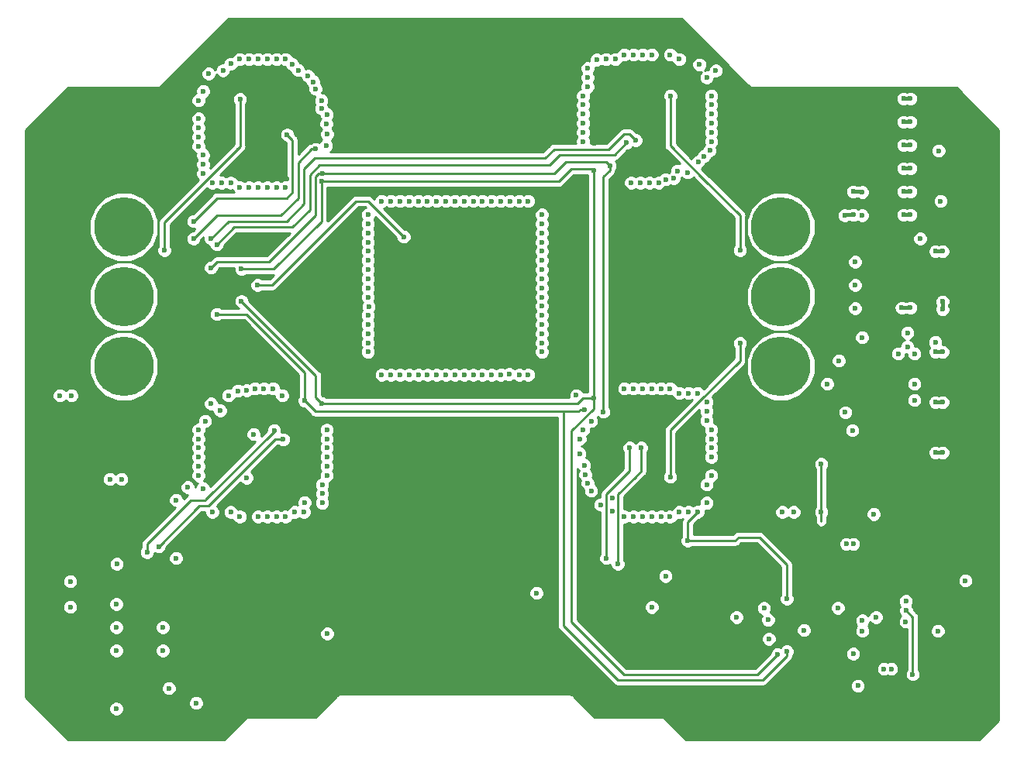
<source format=gbr>
G04 #@! TF.GenerationSoftware,KiCad,Pcbnew,(5.0.0-3-g5ebb6b6)*
G04 #@! TF.CreationDate,2020-03-04T16:44:46-05:00*
G04 #@! TF.ProjectId,Selection Interface,53656C656374696F6E20496E74657266,rev?*
G04 #@! TF.SameCoordinates,Original*
G04 #@! TF.FileFunction,Copper,L4,Bot,Signal*
G04 #@! TF.FilePolarity,Positive*
%FSLAX46Y46*%
G04 Gerber Fmt 4.6, Leading zero omitted, Abs format (unit mm)*
G04 Created by KiCad (PCBNEW (5.0.0-3-g5ebb6b6)) date Wednesday, March 04, 2020 at 04:44:46 PM*
%MOMM*%
%LPD*%
G01*
G04 APERTURE LIST*
G04 #@! TA.AperFunction,ComponentPad*
%ADD10C,6.502400*%
G04 #@! TD*
G04 #@! TA.AperFunction,ViaPad*
%ADD11C,0.600000*%
G04 #@! TD*
G04 #@! TA.AperFunction,Conductor*
%ADD12C,0.254000*%
G04 #@! TD*
G04 #@! TA.AperFunction,Conductor*
%ADD13C,0.400000*%
G04 #@! TD*
G04 APERTURE END LIST*
D10*
G04 #@! TO.P,MH1,1*
G04 #@! TO.N,N/C*
X163830000Y-93345000D03*
G04 #@! TD*
G04 #@! TO.P,MH2,1*
G04 #@! TO.N,N/C*
X163830000Y-100965000D03*
G04 #@! TD*
G04 #@! TO.P,MH3,1*
G04 #@! TO.N,N/C*
X163830000Y-108585000D03*
G04 #@! TD*
G04 #@! TO.P,MH5,1*
G04 #@! TO.N,N/C*
X235585000Y-100965000D03*
G04 #@! TD*
G04 #@! TO.P,MH6,1*
G04 #@! TO.N,N/C*
X235585000Y-108585000D03*
G04 #@! TD*
G04 #@! TO.P,MH4,1*
G04 #@! TO.N,N/C*
X235585000Y-93345000D03*
G04 #@! TD*
D11*
G04 #@! TO.N,GND*
X155040000Y-127460000D03*
X155040000Y-124960000D03*
X155040000Y-122460000D03*
X155040000Y-119960000D03*
X155040000Y-117460000D03*
X155040000Y-114960000D03*
X155040000Y-112460000D03*
X155040000Y-109960000D03*
X155040000Y-132460000D03*
X155040000Y-129960000D03*
X155040000Y-142460000D03*
X155040000Y-139960000D03*
X155040000Y-137460000D03*
X155040000Y-134960000D03*
X155040000Y-107460000D03*
X155040000Y-104960000D03*
X155040000Y-102460000D03*
X155040000Y-99960000D03*
X155040000Y-97460000D03*
X155040000Y-94960000D03*
X244979941Y-140087421D03*
X234500000Y-133369790D03*
X242500000Y-121250000D03*
X172499000Y-77500100D03*
X227501000Y-122500000D03*
X174500000Y-124501000D03*
X228000000Y-119500000D03*
X177500000Y-125000000D03*
X225500000Y-74999200D03*
X172000000Y-80500000D03*
X222500000Y-74500000D03*
X232410000Y-104775000D03*
X238760000Y-104775000D03*
X160655000Y-104775000D03*
X167005000Y-104775000D03*
X167005000Y-97155000D03*
X160655000Y-97155000D03*
X232410000Y-97155000D03*
X238760000Y-97155000D03*
X229870000Y-97155000D03*
X229870000Y-104775000D03*
X229870000Y-102235000D03*
X229870000Y-99695000D03*
X163068000Y-117210000D03*
X169545000Y-97155000D03*
X169545000Y-99060000D03*
X169545000Y-100965000D03*
X179070000Y-119380000D03*
X227330000Y-99695000D03*
X227330000Y-102235000D03*
X181610000Y-88114000D03*
X218440000Y-111936000D03*
X185039000Y-114935000D03*
X249750000Y-94550000D03*
X249000000Y-94550000D03*
X243205000Y-94615000D03*
X232500000Y-144287500D03*
X247000000Y-123712500D03*
X254037500Y-131000000D03*
X254037500Y-127500000D03*
X239000000Y-117711500D03*
X242500000Y-117711500D03*
X237000000Y-121211500D03*
X240500000Y-143500000D03*
X239500000Y-143500000D03*
X224500000Y-135500000D03*
X257287500Y-127500000D03*
X257287500Y-131000000D03*
X200000000Y-132105000D03*
X210160000Y-132105000D03*
X207645000Y-132105000D03*
X205105000Y-132105000D03*
X202565000Y-132105000D03*
X197485000Y-132105000D03*
X194945000Y-132105000D03*
X192405000Y-132105000D03*
X189865000Y-132105000D03*
X187350000Y-132105000D03*
X245750000Y-148287500D03*
X248750000Y-148287500D03*
X251750000Y-148287500D03*
X158750000Y-147955000D03*
X161290000Y-147955000D03*
X163830000Y-147955000D03*
X166370000Y-147955000D03*
X168910000Y-147955000D03*
X155040000Y-92175000D03*
X155040000Y-89635000D03*
X155040000Y-87540000D03*
X155000000Y-85500000D03*
X155000000Y-83500000D03*
X157000000Y-83500000D03*
X157000000Y-81500000D03*
X159000000Y-79500000D03*
X159000000Y-81500000D03*
X161000000Y-81500000D03*
X161000000Y-79500000D03*
X163000000Y-81500000D03*
X163000000Y-79500000D03*
X165000000Y-79500000D03*
X165000000Y-81500000D03*
X167000000Y-81500000D03*
X167000000Y-79500000D03*
X159000000Y-83500000D03*
X161000000Y-83500000D03*
X163000000Y-83500000D03*
X165000000Y-83500000D03*
X167000000Y-83500000D03*
X157000000Y-87500000D03*
X157000000Y-85500000D03*
X159000000Y-85500000D03*
X161000000Y-85500000D03*
X163000000Y-85500000D03*
X165000000Y-85500000D03*
X167000000Y-85500000D03*
X238500000Y-79000000D03*
X236500000Y-79000000D03*
X236500000Y-81000000D03*
X238500000Y-81000000D03*
X184810000Y-132105000D03*
X182245000Y-132080000D03*
X179705000Y-132080000D03*
X194500000Y-75250000D03*
X215265000Y-84201000D03*
X208962500Y-125250000D03*
X208962500Y-75000000D03*
X205462500Y-75250000D03*
X191037500Y-75000000D03*
X194537500Y-124750000D03*
X205462500Y-124750000D03*
X191770000Y-107669000D03*
X200025000Y-73025000D03*
X200025000Y-75565000D03*
X202565000Y-75565000D03*
X202565000Y-73025000D03*
X197485000Y-73025000D03*
X197485000Y-75565000D03*
X200025000Y-124460000D03*
X200025000Y-127000000D03*
X202565000Y-127000000D03*
X202565000Y-124460000D03*
X197485000Y-127000000D03*
X197485000Y-124460000D03*
X169545000Y-102870000D03*
X169545000Y-104775000D03*
X238500000Y-140000000D03*
X179000000Y-137290775D03*
X197485000Y-137160000D03*
X194945000Y-137160000D03*
X174625000Y-132080000D03*
X177165000Y-132080000D03*
X172085000Y-129540000D03*
X170607500Y-138392500D03*
X210185000Y-137160000D03*
X207645000Y-137160000D03*
X205105000Y-137160000D03*
X202565000Y-137160000D03*
X200025000Y-137160000D03*
X191037500Y-125095000D03*
X171450000Y-147955000D03*
X173990000Y-147955000D03*
X202565000Y-143510000D03*
X205105000Y-143510000D03*
X207645000Y-143510000D03*
X200025000Y-143510000D03*
X197485000Y-143510000D03*
X210185000Y-143510000D03*
X194945000Y-143510000D03*
X192405000Y-143510000D03*
X189865000Y-143510000D03*
X184150000Y-145415000D03*
X181610000Y-145415000D03*
X179070000Y-145415000D03*
X255270000Y-122555000D03*
X257175000Y-122555000D03*
X253365000Y-122555000D03*
X232500000Y-123712500D03*
X245500000Y-134000000D03*
X239500000Y-128000000D03*
X238500000Y-128000000D03*
X254000000Y-140000000D03*
X229500000Y-125500000D03*
X254037500Y-134500000D03*
X257287500Y-134500000D03*
X232462500Y-119462500D03*
X219710000Y-136525000D03*
X220980000Y-137795000D03*
X219710000Y-134620000D03*
X232410000Y-83820000D03*
X232410000Y-85725000D03*
X233680000Y-114935000D03*
X237490000Y-114935000D03*
X235585000Y-114935000D03*
G04 #@! TO.N,BT1_RX*
X244500000Y-137500000D03*
X171732000Y-145383000D03*
G04 #@! TO.N,BT1_TX*
X244500000Y-136360000D03*
X186055000Y-137795000D03*
G04 #@! TO.N,D18*
X201000000Y-90500000D03*
X220246000Y-88500000D03*
X186055000Y-83185000D03*
G04 #@! TO.N,D17*
X200000000Y-90500000D03*
X219246000Y-88500000D03*
X185928000Y-84455000D03*
G04 #@! TO.N,D50*
X198000000Y-109500000D03*
X214000000Y-115500000D03*
X180135000Y-111000000D03*
G04 #@! TO.N,D49*
X199000000Y-109500000D03*
X214884000Y-114554000D03*
X181135000Y-111760000D03*
G04 #@! TO.N,I2C0_SCL*
X185420000Y-88369800D03*
X176682500Y-101447500D03*
X176682500Y-97942500D03*
X235259301Y-140042421D03*
X215138000Y-112014000D03*
X215138000Y-87122000D03*
X185420000Y-112610000D03*
G04 #@! TO.N,I2C0_SDA*
X185501000Y-87498900D03*
X173355000Y-97790000D03*
X173990000Y-102870000D03*
X214122000Y-113284000D03*
X216203000Y-113538000D03*
X216916000Y-86614000D03*
X183586203Y-112336203D03*
X236250000Y-139750000D03*
G04 #@! TO.N,D8*
X190500000Y-92000000D03*
X173501000Y-88500800D03*
X214499000Y-76001100D03*
G04 #@! TO.N,D9*
X192000000Y-90500000D03*
X214499000Y-77000100D03*
X174500000Y-88500800D03*
G04 #@! TO.N,D10*
X193000000Y-90500000D03*
X214500000Y-78000000D03*
X175500000Y-88500000D03*
G04 #@! TO.N,D11*
X194000000Y-90500000D03*
X176500000Y-89000000D03*
X214000000Y-79000000D03*
G04 #@! TO.N,D12*
X195000000Y-90500000D03*
X177500000Y-89000000D03*
X214000000Y-80000000D03*
G04 #@! TO.N,D13*
X178500000Y-89000000D03*
X196000000Y-90500000D03*
X214000000Y-81000000D03*
G04 #@! TO.N,D14*
X179500000Y-89000000D03*
X197000000Y-90500000D03*
X214000000Y-82000000D03*
G04 #@! TO.N,D15*
X198000000Y-90500000D03*
X214000000Y-83000000D03*
X180500000Y-89000000D03*
G04 #@! TO.N,D16*
X199000000Y-90500000D03*
X214000000Y-84000000D03*
X181500000Y-89000000D03*
G04 #@! TO.N,D19*
X202000000Y-90500000D03*
X221246000Y-88500000D03*
X185966000Y-82042000D03*
G04 #@! TO.N,D20*
X203000000Y-90500000D03*
X222246000Y-88500000D03*
X186000000Y-81026000D03*
G04 #@! TO.N,D21*
X204000000Y-90500000D03*
X223901000Y-88011000D03*
X185420000Y-79502000D03*
G04 #@! TO.N,D22*
X205000000Y-90500000D03*
X224282000Y-87203001D03*
X184771000Y-78232000D03*
G04 #@! TO.N,D23*
X206000000Y-90500000D03*
X225425000Y-87376000D03*
X184524246Y-77470000D03*
G04 #@! TO.N,D24*
X207000000Y-90500000D03*
X183952613Y-76835000D03*
X226568000Y-86233000D03*
G04 #@! TO.N,D25*
X208000000Y-90500000D03*
X227203000Y-85598000D03*
X182880000Y-76200000D03*
G04 #@! TO.N,D26*
X209500000Y-92000000D03*
X227838000Y-84963000D03*
X182245000Y-75565000D03*
G04 #@! TO.N,D27*
X209500000Y-93000000D03*
X228000000Y-84000000D03*
X181500000Y-75000000D03*
G04 #@! TO.N,D28*
X228000000Y-83000000D03*
X180500000Y-75000000D03*
X209500000Y-93980000D03*
G04 #@! TO.N,D29*
X209500000Y-95000000D03*
X228000000Y-82000000D03*
X179500000Y-75000000D03*
G04 #@! TO.N,D30*
X209500000Y-96000000D03*
X228000000Y-81000000D03*
X178500000Y-75000000D03*
G04 #@! TO.N,D31*
X209500000Y-97000000D03*
X177500000Y-75000000D03*
X228000000Y-80000000D03*
G04 #@! TO.N,D32*
X209500000Y-98000000D03*
X176500000Y-75000000D03*
X228000000Y-79000000D03*
G04 #@! TO.N,D1*
X190500000Y-99000000D03*
X172000000Y-81500000D03*
X221500000Y-74500000D03*
G04 #@! TO.N,D2*
X190500000Y-98000000D03*
X172000000Y-82500000D03*
X220500000Y-74500000D03*
G04 #@! TO.N,D3*
X190500000Y-97000000D03*
X219500000Y-74500000D03*
X172000000Y-83500000D03*
G04 #@! TO.N,D4*
X190500000Y-96000000D03*
X218500000Y-74500000D03*
X172000000Y-84500000D03*
G04 #@! TO.N,D5*
X190500000Y-95000000D03*
X172500000Y-85500000D03*
X217500000Y-75000000D03*
G04 #@! TO.N,D6*
X190500000Y-94000000D03*
X172504000Y-86497900D03*
X216502000Y-75004200D03*
G04 #@! TO.N,D7*
X215493000Y-75044600D03*
X190500000Y-93000000D03*
X172499000Y-87506900D03*
G04 #@! TO.N,D40*
X226499000Y-111499000D03*
X208000000Y-109500000D03*
X185501000Y-123499000D03*
G04 #@! TO.N,D41*
X207000000Y-109500000D03*
X225500000Y-111499000D03*
X185501000Y-122500000D03*
G04 #@! TO.N,D42*
X205929000Y-109429000D03*
X224500000Y-111500000D03*
X185500000Y-121500000D03*
G04 #@! TO.N,D43*
X223500000Y-111000000D03*
X186000000Y-120500000D03*
X205000000Y-109500000D03*
G04 #@! TO.N,D44*
X222500000Y-111000000D03*
X186000000Y-119500000D03*
X204000000Y-109500000D03*
G04 #@! TO.N,D45*
X221500000Y-111000000D03*
X186000000Y-118500000D03*
X203000000Y-109500000D03*
G04 #@! TO.N,D46*
X220500000Y-111000000D03*
X186000000Y-117500000D03*
X202000000Y-109500000D03*
G04 #@! TO.N,D47*
X219500000Y-111000000D03*
X186000000Y-116500000D03*
X201000000Y-109500000D03*
G04 #@! TO.N,D48*
X218500000Y-111000000D03*
X186000000Y-115500000D03*
X200000000Y-109500000D03*
G04 #@! TO.N,D51*
X213619000Y-116500000D03*
X197000000Y-109500000D03*
X179135000Y-111000000D03*
G04 #@! TO.N,D52*
X196000000Y-109500000D03*
X213614000Y-118110000D03*
X178135000Y-111000000D03*
G04 #@! TO.N,D53*
X195000000Y-109500000D03*
X214249000Y-120396000D03*
X177250000Y-111210000D03*
G04 #@! TO.N,D54*
X194000000Y-109500000D03*
X214503000Y-121354643D03*
X176276000Y-111252000D03*
G04 #@! TO.N,D55*
X193000000Y-109500000D03*
X214884000Y-122174000D03*
X175264000Y-111760000D03*
G04 #@! TO.N,D56*
X192000000Y-109500000D03*
X217170000Y-122936000D03*
X174371000Y-113411000D03*
G04 #@! TO.N,D57*
X190500000Y-107000000D03*
X215900000Y-123698000D03*
X173355000Y-112649000D03*
G04 #@! TO.N,D58*
X190500000Y-106000000D03*
X217170000Y-124372999D03*
X172720000Y-114554000D03*
G04 #@! TO.N,D59*
X218500000Y-125000000D03*
X172000000Y-115500000D03*
X190500000Y-105000000D03*
G04 #@! TO.N,D60*
X219500000Y-125000000D03*
X172000000Y-116500000D03*
X190500000Y-104000000D03*
G04 #@! TO.N,D61*
X190503000Y-103006000D03*
X220500000Y-125000000D03*
X172000000Y-117500000D03*
G04 #@! TO.N,D62*
X190571000Y-102071000D03*
X221500000Y-125000000D03*
X172000000Y-118500000D03*
G04 #@! TO.N,D63*
X222500000Y-125000000D03*
X172000000Y-119500000D03*
X190500000Y-101000000D03*
G04 #@! TO.N,D64*
X223500000Y-125000000D03*
X172000000Y-120500000D03*
X190500000Y-100000000D03*
G04 #@! TO.N,D33*
X228000000Y-118500000D03*
X178500000Y-125000000D03*
X209500000Y-101000000D03*
G04 #@! TO.N,D34*
X228000000Y-117500000D03*
X179500000Y-125000000D03*
X209500000Y-102000000D03*
G04 #@! TO.N,D35*
X228000000Y-116500000D03*
X180500000Y-125000000D03*
X209500000Y-103000000D03*
G04 #@! TO.N,D36*
X228000000Y-115500000D03*
X181500000Y-125000000D03*
X209500000Y-104000000D03*
G04 #@! TO.N,D37*
X227500000Y-114500000D03*
X182500000Y-124500000D03*
X209500000Y-105000000D03*
G04 #@! TO.N,D38*
X227496000Y-113502000D03*
X183498000Y-124496000D03*
X209500000Y-106000000D03*
G04 #@! TO.N,D39*
X227501000Y-112493000D03*
X209500000Y-107000000D03*
X183581000Y-123444000D03*
G04 #@! TO.N,VDDD*
X194400000Y-94400000D03*
X178000000Y-116000000D03*
X255750000Y-132000000D03*
X172500000Y-78500000D03*
X224500000Y-75000000D03*
X227500000Y-121500000D03*
X175500000Y-124500000D03*
X178435000Y-99695000D03*
X223012000Y-88138000D03*
X185420000Y-80391000D03*
X214122000Y-119380000D03*
X177250000Y-120750000D03*
X249250000Y-134250000D03*
G04 #@! TO.N,SWDIO5*
X168760000Y-143760000D03*
X243500000Y-140000000D03*
G04 #@! TO.N,SWDCLK5*
X163020000Y-146000000D03*
X244000000Y-143500000D03*
G04 #@! TO.N,DD1*
X234281839Y-138369790D03*
X243500000Y-89470000D03*
X175500000Y-75500000D03*
X252500000Y-96000000D03*
X253250000Y-96000000D03*
X244475000Y-89535000D03*
X244475000Y-92075000D03*
X250825000Y-94615000D03*
X244475000Y-105410000D03*
X170815000Y-121793000D03*
X249428000Y-106426000D03*
G04 #@! TO.N,SS1*
X228500000Y-76250000D03*
X230750000Y-136000000D03*
X224500000Y-124500000D03*
X249750000Y-89470000D03*
X249000000Y-89470000D03*
X252820000Y-85000000D03*
X252476000Y-105918000D03*
X250190000Y-107188000D03*
X238125000Y-137414000D03*
G04 #@! TO.N,DD2*
X243500000Y-92010000D03*
X253250000Y-101500000D03*
X234197781Y-136292219D03*
X242570000Y-92075000D03*
X253250000Y-102350000D03*
X172466000Y-121920000D03*
X174653900Y-76228900D03*
X241935000Y-107950000D03*
X249428000Y-104902000D03*
X248412000Y-107188000D03*
G04 #@! TO.N,SS2*
X249000000Y-92010000D03*
X249750000Y-92010000D03*
X225498000Y-124496000D03*
X227496000Y-77002100D03*
X253035000Y-90500000D03*
X250190000Y-112268000D03*
X233750000Y-135000000D03*
X241825000Y-134984000D03*
G04 #@! TO.N,IO1*
X249750000Y-86930000D03*
X249000000Y-86930000D03*
X245740000Y-124725000D03*
X249228000Y-136487000D03*
G04 #@! TO.N,IO2*
X249750000Y-84390000D03*
X249000000Y-84390000D03*
X243500000Y-128000000D03*
X242750000Y-128000000D03*
G04 #@! TO.N,IO3*
X249750000Y-81850000D03*
X249000000Y-81850000D03*
X235750000Y-124500000D03*
X235750000Y-124500000D03*
G04 #@! TO.N,IO4*
X249750000Y-79310000D03*
X249000000Y-79310000D03*
X237000000Y-124500000D03*
G04 #@! TO.N,SWDIO2*
X184777000Y-84807600D03*
X171450000Y-94615000D03*
X163020000Y-134570000D03*
G04 #@! TO.N,SWDCLK2*
X181675000Y-83250000D03*
X171450000Y-92710000D03*
X157988000Y-134874000D03*
X156845000Y-111760000D03*
G04 #@! TO.N,SWDIO4*
X168100000Y-139650000D03*
X181250000Y-116565000D03*
X167640000Y-128270000D03*
G04 #@! TO.N,SWDCLK4*
X163020000Y-139650000D03*
X180250000Y-115570000D03*
X166370000Y-128905000D03*
G04 #@! TO.N,XRES*
X236263400Y-133980400D03*
X226507000Y-124501000D03*
X231140000Y-106045000D03*
X231140000Y-95885000D03*
X225425000Y-127635000D03*
X162306000Y-120904000D03*
X163576000Y-120904000D03*
X168275000Y-95885000D03*
X176530000Y-79375000D03*
X223520000Y-120650000D03*
X223530000Y-78994000D03*
X169545000Y-123190000D03*
X169545000Y-129540000D03*
X208915000Y-133350000D03*
G04 #@! TO.N,SWDIO1*
X218750000Y-84130000D03*
X173990000Y-95250000D03*
X163070000Y-130175000D03*
G04 #@! TO.N,SWDCLK1*
X219750000Y-83860000D03*
X173355000Y-94615000D03*
X157988000Y-132080000D03*
X158115000Y-111760000D03*
G04 #@! TO.N,SWDIO3*
X168100000Y-137110000D03*
X217805000Y-130175000D03*
X220345000Y-117475000D03*
G04 #@! TO.N,SWDCLK3*
X163020000Y-137110000D03*
X216535000Y-129540000D03*
X219075000Y-117475000D03*
G04 #@! TO.N,VDDA_M1*
X223500000Y-74500000D03*
G04 #@! TO.N,VCCD_M1*
X226700000Y-75587400D03*
G04 #@! TO.N,VDDA_M3*
X228000000Y-120500000D03*
G04 #@! TO.N,VCCD_M3*
X227501000Y-123499000D03*
G04 #@! TO.N,VDDA_M4*
X176500000Y-125000000D03*
G04 #@! TO.N,VCCD_M4*
X173501000Y-124501000D03*
G04 #@! TO.N,VDDA_M2*
X172000000Y-79500000D03*
G04 #@! TO.N,VCCD_M2*
X173101000Y-76581000D03*
G04 #@! TO.N,VCCA_C1*
X240000000Y-124500000D03*
X240000000Y-119249000D03*
G04 #@! TO.N,USBDP_C1*
X246000000Y-136000000D03*
X252750000Y-137500000D03*
G04 #@! TO.N,USBDM_C1*
X250005000Y-142245000D03*
X249301000Y-135271000D03*
G04 #@! TO.N,SolutionGate_Socket*
X253250000Y-118000000D03*
X209500000Y-100000000D03*
X243705000Y-102243000D03*
X252500000Y-118000000D03*
X243405001Y-115570000D03*
G04 #@! TO.N,LocalGates_Socket*
X252500000Y-112500000D03*
X253250000Y-112500000D03*
X209500000Y-99000000D03*
X243705000Y-99703000D03*
X242635001Y-113599999D03*
G04 #@! TO.N,BackGate_Socket*
X253250000Y-107000000D03*
X243705000Y-97163000D03*
X252500000Y-107000000D03*
X213250000Y-111750000D03*
X213250000Y-111750000D03*
X250190000Y-110490000D03*
X240665000Y-110490000D03*
G04 #@! TO.N,AMP1_VOUT*
X223000000Y-131500000D03*
X221500000Y-134890000D03*
G04 #@! TO.N,Gate*
X249750000Y-102170000D03*
X248817000Y-102170000D03*
X247650000Y-141646000D03*
X246854000Y-141646000D03*
G04 #@! TD*
D12*
G04 #@! TO.N,GND*
X155040000Y-124960000D02*
X155040000Y-127460000D01*
X155040000Y-119960000D02*
X155040000Y-122460000D01*
X155040000Y-114960000D02*
X155040000Y-117460000D01*
X155040000Y-109960000D02*
X155040000Y-112460000D01*
X155040000Y-129960000D02*
X155040000Y-132460000D01*
X155040000Y-139960000D02*
X155040000Y-142460000D01*
X155040000Y-102460000D02*
X155040000Y-104960000D01*
X155040000Y-99960000D02*
X155040000Y-102460000D01*
X155040000Y-97460000D02*
X155040000Y-99960000D01*
X155040000Y-134960000D02*
X155040000Y-137460000D01*
X155040000Y-104960000D02*
X155040000Y-107460000D01*
X155040000Y-94960000D02*
X155040000Y-97460000D01*
X232410000Y-97155000D02*
X229870000Y-97155000D01*
X229870000Y-97155000D02*
X229870000Y-97155000D01*
X232410000Y-104775000D02*
X229870000Y-104775000D01*
X229870000Y-104775000D02*
X229870000Y-102235000D01*
X229870000Y-104775000D02*
X229870000Y-104775000D01*
X229870000Y-102235000D02*
X229870000Y-102235000D01*
X229870000Y-99695000D02*
X229870000Y-99695000D01*
X229870000Y-99695000D02*
X229870000Y-97155000D01*
X167005000Y-97155000D02*
X169545000Y-97155000D01*
X169545000Y-97155000D02*
X169545000Y-99060000D01*
X169545000Y-99060000D02*
X169545000Y-100965000D01*
X169545000Y-97155000D02*
X169545000Y-97155000D01*
X169545000Y-99060000D02*
X169545000Y-99060000D01*
X169545000Y-100965000D02*
X169545000Y-100965000D01*
X229870000Y-99695000D02*
X227330000Y-99695000D01*
X227330000Y-99695000D02*
X227330000Y-102235000D01*
X227330000Y-102235000D02*
X229870000Y-102235000D01*
X227330000Y-99695000D02*
X227330000Y-99695000D01*
X227330000Y-102235000D02*
X227330000Y-102235000D01*
X229870000Y-99695000D02*
X229870000Y-102235000D01*
D13*
X249750000Y-94550000D02*
X249000000Y-94550000D01*
D12*
X155040000Y-107460000D02*
X155040000Y-109960000D01*
X155040000Y-112460000D02*
X155040000Y-114960000D01*
X155040000Y-117460000D02*
X155040000Y-119960000D01*
X155040000Y-122460000D02*
X155040000Y-124960000D01*
X155040000Y-127460000D02*
X155040000Y-129960000D01*
X155040000Y-132460000D02*
X155040000Y-134960000D01*
X155040000Y-137460000D02*
X155040000Y-139960000D01*
X200000000Y-132105000D02*
X200000000Y-132105000D01*
X200000000Y-132105000D02*
X202565000Y-132105000D01*
X200000000Y-132105000D02*
X197485000Y-132105000D01*
X187985000Y-132105000D02*
X187350000Y-132105000D01*
X210160000Y-132105000D02*
X210160000Y-132105000D01*
X207645000Y-132105000D02*
X210160000Y-132105000D01*
X205105000Y-132105000D02*
X207645000Y-132105000D01*
X202565000Y-132105000D02*
X205105000Y-132105000D01*
X197485000Y-132105000D02*
X194945000Y-132105000D01*
X194945000Y-132105000D02*
X192405000Y-132105000D01*
X192405000Y-132105000D02*
X189865000Y-132105000D01*
X189865000Y-132105000D02*
X187985000Y-132105000D01*
X187350000Y-132105000D02*
X187350000Y-132105000D01*
X158750000Y-147955000D02*
X158750000Y-147955000D01*
X158750000Y-147955000D02*
X161290000Y-147955000D01*
X161290000Y-147955000D02*
X163830000Y-147955000D01*
X163830000Y-147955000D02*
X166370000Y-147955000D01*
X166370000Y-147955000D02*
X168910000Y-147955000D01*
X155040000Y-94960000D02*
X155040000Y-92175000D01*
X155040000Y-92175000D02*
X155040000Y-92175000D01*
X155040000Y-92175000D02*
X155040000Y-89635000D01*
X155040000Y-89635000D02*
X155040000Y-89635000D01*
X155040000Y-89635000D02*
X155040000Y-87540000D01*
X155040000Y-87540000D02*
X155000000Y-87500000D01*
X155000000Y-87500000D02*
X155000000Y-85500000D01*
X155000000Y-85500000D02*
X155000000Y-83500000D01*
X155040000Y-87540000D02*
X155040000Y-87540000D01*
X155000000Y-85500000D02*
X155000000Y-85500000D01*
X155000000Y-83500000D02*
X155000000Y-83500000D01*
X155000000Y-83500000D02*
X157000000Y-83500000D01*
X157000000Y-83500000D02*
X157000000Y-83500000D01*
X157000000Y-83500000D02*
X157000000Y-81500000D01*
X157000000Y-81500000D02*
X157000000Y-81500000D01*
X157000000Y-81500000D02*
X159000000Y-81500000D01*
X159000000Y-81500000D02*
X159000000Y-79500000D01*
X159000000Y-79500000D02*
X161000000Y-79500000D01*
X161000000Y-79500000D02*
X161000000Y-81500000D01*
X161000000Y-81500000D02*
X163000000Y-81500000D01*
X163000000Y-81500000D02*
X163000000Y-79500000D01*
X163000000Y-79500000D02*
X165000000Y-79500000D01*
X165000000Y-79500000D02*
X165000000Y-81500000D01*
X165000000Y-81500000D02*
X167000000Y-81500000D01*
X167000000Y-81500000D02*
X167000000Y-79500000D01*
X159000000Y-79500000D02*
X159000000Y-79500000D01*
X159000000Y-81500000D02*
X159000000Y-81500000D01*
X161000000Y-81500000D02*
X161000000Y-81500000D01*
X161000000Y-79500000D02*
X161000000Y-79500000D01*
X163000000Y-81500000D02*
X163000000Y-81500000D01*
X163000000Y-79500000D02*
X163000000Y-79500000D01*
X165000000Y-79500000D02*
X165000000Y-79500000D01*
X165000000Y-81500000D02*
X165000000Y-81500000D01*
X167000000Y-81500000D02*
X167000000Y-81500000D01*
X167000000Y-79500000D02*
X167000000Y-79500000D01*
X161000000Y-79500000D02*
X163000000Y-79500000D01*
X165000000Y-79500000D02*
X167000000Y-79500000D01*
X165000000Y-81500000D02*
X163000000Y-81500000D01*
X161000000Y-81500000D02*
X159000000Y-81500000D01*
X167000000Y-83500000D02*
X167000000Y-83500000D01*
X165000000Y-81500000D02*
X165000000Y-83500000D01*
X165000000Y-83500000D02*
X167000000Y-83500000D01*
X163000000Y-83500000D02*
X163000000Y-83500000D01*
X163000000Y-81500000D02*
X163000000Y-83500000D01*
X161000000Y-83500000D02*
X161000000Y-83500000D01*
X161000000Y-81500000D02*
X161000000Y-83500000D01*
X159000000Y-81500000D02*
X159000000Y-83500000D01*
X159000000Y-83500000D02*
X161000000Y-83500000D01*
X157000000Y-83500000D02*
X159000000Y-83500000D01*
X159000000Y-83500000D02*
X159000000Y-83500000D01*
X161000000Y-83500000D02*
X163000000Y-83500000D01*
X163000000Y-83500000D02*
X165000000Y-83500000D01*
X165000000Y-83500000D02*
X165000000Y-83500000D01*
X167000000Y-83500000D02*
X167000000Y-81500000D01*
X167000000Y-85500000D02*
X167000000Y-85500000D01*
X165000000Y-85500000D02*
X165000000Y-85500000D01*
X165000000Y-83500000D02*
X165000000Y-85500000D01*
X163000000Y-83500000D02*
X163000000Y-85500000D01*
X161000000Y-83500000D02*
X161000000Y-85500000D01*
X161000000Y-85500000D02*
X165000000Y-85500000D01*
X159000000Y-83500000D02*
X159000000Y-85500000D01*
X159000000Y-85500000D02*
X161000000Y-85500000D01*
X157000000Y-83500000D02*
X157000000Y-85500000D01*
X157000000Y-85500000D02*
X159000000Y-85500000D01*
X155000000Y-85500000D02*
X157000000Y-85500000D01*
X157000000Y-85500000D02*
X157000000Y-87500000D01*
X156960000Y-87540000D02*
X155040000Y-87540000D01*
X157000000Y-87500000D02*
X156960000Y-87540000D01*
X157000000Y-87500000D02*
X157000000Y-87500000D01*
X157000000Y-85500000D02*
X157000000Y-85500000D01*
X159000000Y-85500000D02*
X159000000Y-85500000D01*
X161000000Y-85500000D02*
X161000000Y-85500000D01*
X163000000Y-85500000D02*
X163000000Y-85500000D01*
X165000000Y-85500000D02*
X167000000Y-85500000D01*
X167000000Y-85500000D02*
X167000000Y-83500000D01*
X238500000Y-79000000D02*
X238500000Y-79000000D01*
X238500000Y-79000000D02*
X236500000Y-79000000D01*
X236500000Y-79000000D02*
X236500000Y-81000000D01*
X236500000Y-81000000D02*
X238500000Y-81000000D01*
X236500000Y-79000000D02*
X236500000Y-79000000D01*
X236500000Y-81000000D02*
X236500000Y-81000000D01*
X238500000Y-81000000D02*
X238500000Y-81000000D01*
X238500000Y-79000000D02*
X238500000Y-81000000D01*
X187350000Y-132105000D02*
X184810000Y-132105000D01*
X184810000Y-132105000D02*
X184785000Y-132080000D01*
X184785000Y-132080000D02*
X182245000Y-132080000D01*
X182245000Y-132080000D02*
X179705000Y-132080000D01*
X184810000Y-132105000D02*
X184810000Y-132105000D01*
X182245000Y-132080000D02*
X182245000Y-132080000D01*
X179705000Y-132080000D02*
X179705000Y-132080000D01*
X200025000Y-75565000D02*
X200025000Y-75565000D01*
X200025000Y-75565000D02*
X202565000Y-75565000D01*
X202565000Y-75565000D02*
X202565000Y-75565000D01*
X200025000Y-73025000D02*
X202565000Y-73025000D01*
X202565000Y-73025000D02*
X202565000Y-73025000D01*
X202565000Y-73025000D02*
X202565000Y-75565000D01*
X200025000Y-73025000D02*
X197485000Y-73025000D01*
X197485000Y-73025000D02*
X197485000Y-75565000D01*
X197485000Y-75565000D02*
X200025000Y-75565000D01*
X197485000Y-73025000D02*
X197485000Y-73025000D01*
X197485000Y-75565000D02*
X197485000Y-75565000D01*
X200025000Y-73025000D02*
X200025000Y-75565000D01*
X200025000Y-124460000D02*
X200025000Y-127000000D01*
X200025000Y-127000000D02*
X200025000Y-127000000D01*
X200025000Y-127000000D02*
X202565000Y-127000000D01*
X202565000Y-127000000D02*
X202565000Y-124460000D01*
X202565000Y-127000000D02*
X202565000Y-127000000D01*
X202565000Y-124460000D02*
X202565000Y-124460000D01*
X202565000Y-124460000D02*
X200025000Y-124460000D01*
X200025000Y-124460000D02*
X197485000Y-124460000D01*
X197485000Y-124460000D02*
X197485000Y-127000000D01*
X197485000Y-127000000D02*
X197485000Y-127000000D01*
X197485000Y-124460000D02*
X197485000Y-124460000D01*
X197485000Y-127000000D02*
X200025000Y-127000000D01*
X169545000Y-100965000D02*
X169545000Y-102870000D01*
X169545000Y-102870000D02*
X169545000Y-102870000D01*
X169545000Y-102870000D02*
X169545000Y-104775000D01*
X169545000Y-104775000D02*
X169545000Y-104775000D01*
X169545000Y-104775000D02*
X167005000Y-104775000D01*
X197485000Y-137160000D02*
X197485000Y-137160000D01*
X194945000Y-137160000D02*
X197485000Y-137160000D01*
X194945000Y-137160000D02*
X194945000Y-137160000D01*
X179705000Y-132080000D02*
X177165000Y-132080000D01*
X177165000Y-132080000D02*
X174625000Y-132080000D01*
X174625000Y-132080000D02*
X174625000Y-132080000D01*
X177165000Y-132080000D02*
X177165000Y-132080000D01*
X174625000Y-132080000D02*
X172085000Y-129540000D01*
X172085000Y-129540000D02*
X172085000Y-129540000D01*
X197485000Y-137160000D02*
X200025000Y-137160000D01*
X200025000Y-137160000D02*
X202565000Y-137160000D01*
X202565000Y-137160000D02*
X205105000Y-137160000D01*
X205105000Y-137160000D02*
X207010000Y-137160000D01*
X207010000Y-137160000D02*
X207645000Y-137160000D01*
X207645000Y-137160000D02*
X210185000Y-137160000D01*
X210185000Y-137160000D02*
X210185000Y-137160000D01*
X207645000Y-137160000D02*
X207645000Y-137160000D01*
X205105000Y-137160000D02*
X205105000Y-137160000D01*
X202565000Y-137160000D02*
X202565000Y-137160000D01*
X200025000Y-137160000D02*
X200025000Y-137160000D01*
D13*
X171450000Y-147955000D02*
X171450000Y-147955000D01*
X173990000Y-147955000D02*
X173990000Y-147955000D01*
D12*
X168910000Y-147955000D02*
X171450000Y-147955000D01*
X171450000Y-147955000D02*
X173990000Y-147955000D01*
X202565000Y-143510000D02*
X200025000Y-143510000D01*
X200025000Y-143510000D02*
X197485000Y-143510000D01*
X202565000Y-143510000D02*
X205105000Y-143510000D01*
X205105000Y-143510000D02*
X207645000Y-143510000D01*
X205105000Y-143510000D02*
X205105000Y-143510000D01*
X207645000Y-143510000D02*
X207645000Y-143510000D01*
X200025000Y-143510000D02*
X200025000Y-143510000D01*
X197485000Y-143510000D02*
X197485000Y-143510000D01*
X197485000Y-143510000D02*
X194945000Y-143510000D01*
X194945000Y-143510000D02*
X192405000Y-143510000D01*
X192405000Y-143510000D02*
X189865000Y-143510000D01*
X207645000Y-143510000D02*
X210185000Y-143510000D01*
X210185000Y-143510000D02*
X210185000Y-143510000D01*
X194945000Y-143510000D02*
X194945000Y-143510000D01*
X192405000Y-143510000D02*
X192405000Y-143510000D01*
X189865000Y-143510000D02*
X189865000Y-143510000D01*
X184150000Y-145415000D02*
X181610000Y-145415000D01*
X181610000Y-145415000D02*
X179070000Y-145415000D01*
X179070000Y-145415000D02*
X179070000Y-145415000D01*
X257175000Y-122555000D02*
X255270000Y-122555000D01*
X255270000Y-122555000D02*
X253365000Y-122555000D01*
X257175000Y-122555000D02*
X257175000Y-122555000D01*
X253365000Y-122555000D02*
X253365000Y-122555000D01*
X219710000Y-136525000D02*
X220980000Y-137795000D01*
X219710000Y-134620000D02*
X219710000Y-136525000D01*
X232410000Y-83820000D02*
X232410000Y-85725000D01*
X233680000Y-114935000D02*
X235585000Y-114935000D01*
X235585000Y-114935000D02*
X237490000Y-114935000D01*
G04 #@! TO.N,I2C0_SCL*
X180187500Y-97942500D02*
X176682500Y-97942500D01*
X185420000Y-92710000D02*
X180187500Y-97942500D01*
X185420000Y-88369800D02*
X185420000Y-92710000D01*
X215138000Y-87573800D02*
X215138000Y-112014000D01*
X215138000Y-87122000D02*
X215138000Y-87573800D01*
X215138000Y-87122000D02*
X215138000Y-87122000D01*
X214986800Y-86970800D02*
X215138000Y-87122000D01*
X212725000Y-86970800D02*
X214986800Y-86970800D01*
X211326000Y-88369800D02*
X212725000Y-86970800D01*
X185420000Y-88369800D02*
X211326000Y-88369800D01*
X215138000Y-112014000D02*
X213986000Y-112014000D01*
X213986000Y-112014000D02*
X213390000Y-112610000D01*
X213390000Y-112610000D02*
X185420000Y-112610000D01*
X185420000Y-112610000D02*
X185420000Y-112610000D01*
X184785000Y-109550000D02*
X176682500Y-101447500D01*
X184785000Y-111975000D02*
X184785000Y-109550000D01*
X185420000Y-112610000D02*
X184785000Y-111975000D01*
X233061722Y-142240000D02*
X234315000Y-140986722D01*
X218440000Y-142240000D02*
X233061722Y-142240000D01*
X212725000Y-136525000D02*
X218440000Y-142240000D01*
X234315000Y-140986722D02*
X235259301Y-140042421D01*
X212725000Y-115608962D02*
X212725000Y-136525000D01*
X215138000Y-113195962D02*
X212725000Y-115608962D01*
X215138000Y-112014000D02*
X215138000Y-113195962D01*
G04 #@! TO.N,I2C0_SDA*
X173990000Y-102870000D02*
X173990000Y-102870000D01*
X214630000Y-86233000D02*
X214725162Y-86233000D01*
X216535000Y-86233000D02*
X216916000Y-86614000D01*
X214630000Y-86233000D02*
X216535000Y-86233000D01*
X216916000Y-87122000D02*
X216916000Y-86614000D01*
X216203000Y-87835000D02*
X216916000Y-87122000D01*
X216203000Y-113538000D02*
X216203000Y-87835000D01*
X184785000Y-92075000D02*
X179705000Y-97155000D01*
X179705000Y-97155000D02*
X173990000Y-97155000D01*
X184785000Y-87790636D02*
X184785000Y-92075000D01*
X173990000Y-97155000D02*
X173355000Y-97790000D01*
X185076736Y-87498900D02*
X184785000Y-87790636D01*
X185501000Y-87498900D02*
X185076736Y-87498900D01*
X211836000Y-113500000D02*
X213106000Y-113500000D01*
X213481736Y-113500000D02*
X213106000Y-113500000D01*
X213697736Y-113284000D02*
X213481736Y-113500000D01*
X214122000Y-113284000D02*
X213697736Y-113284000D01*
X212090000Y-86233000D02*
X214630000Y-86233000D01*
X210824100Y-87498900D02*
X212090000Y-86233000D01*
X185501000Y-87498900D02*
X210824100Y-87498900D01*
X184750000Y-113500000D02*
X211836000Y-113500000D01*
X183586203Y-112336203D02*
X183586203Y-112336203D01*
X183586203Y-109220000D02*
X183586203Y-112336203D01*
X177236203Y-102870000D02*
X183586203Y-109220000D01*
X173990000Y-102870000D02*
X177236203Y-102870000D01*
X183586203Y-112336203D02*
X184750000Y-113500000D01*
X211836000Y-133096000D02*
X211836000Y-133096000D01*
X236250000Y-140230000D02*
X236250000Y-139750000D01*
X233605000Y-142875000D02*
X236250000Y-140230000D01*
X217805000Y-142875000D02*
X233605000Y-142875000D01*
X211836000Y-136906000D02*
X217805000Y-142875000D01*
X211836000Y-113500000D02*
X211836000Y-136906000D01*
G04 #@! TO.N,VDDD*
X178435000Y-99695000D02*
X178435000Y-99695000D01*
X190500000Y-90500000D02*
X194400000Y-94400000D01*
X180005000Y-99695000D02*
X189200000Y-90500000D01*
X189200000Y-90500000D02*
X190500000Y-90500000D01*
X178435000Y-99695000D02*
X180005000Y-99695000D01*
D13*
G04 #@! TO.N,DD1*
X253250000Y-96000000D02*
X252500000Y-96000000D01*
X244410000Y-89470000D02*
X244475000Y-89535000D01*
X243500000Y-89470000D02*
X244410000Y-89470000D01*
G04 #@! TO.N,SS1*
X249750000Y-89470000D02*
X249000000Y-89470000D01*
G04 #@! TO.N,DD2*
X243500000Y-92010000D02*
X242635000Y-92010000D01*
X253250000Y-101500000D02*
X253250000Y-102350000D01*
X253250000Y-102350000D02*
X253250000Y-102350000D01*
G04 #@! TO.N,SS2*
X249750000Y-92010000D02*
X249000000Y-92010000D01*
G04 #@! TO.N,IO1*
X249750000Y-86930000D02*
X249000000Y-86930000D01*
G04 #@! TO.N,IO2*
X249750000Y-84390000D02*
X249000000Y-84390000D01*
G04 #@! TO.N,IO3*
X249750000Y-81850000D02*
X249000000Y-81850000D01*
G04 #@! TO.N,IO4*
X249750000Y-79310000D02*
X249000000Y-79310000D01*
D12*
G04 #@! TO.N,SWDIO2*
X172085000Y-93980000D02*
X172085000Y-93980000D01*
X184352736Y-84807600D02*
X182880000Y-86280336D01*
X184777000Y-84807600D02*
X184352736Y-84807600D01*
X182880000Y-86280336D02*
X182880000Y-88265000D01*
X182880000Y-87630000D02*
X182880000Y-88265000D01*
X171450000Y-94615000D02*
X171450000Y-94615000D01*
X173990000Y-92075000D02*
X171450000Y-94615000D01*
X182880000Y-90170000D02*
X180975000Y-92075000D01*
X180975000Y-92075000D02*
X173990000Y-92075000D01*
X182880000Y-88265000D02*
X182880000Y-90170000D01*
G04 #@! TO.N,SWDCLK2*
X171450000Y-92710000D02*
X171450000Y-92710000D01*
X173990000Y-90170000D02*
X171450000Y-92710000D01*
X181610000Y-90170000D02*
X173990000Y-90170000D01*
X182245000Y-89535000D02*
X181610000Y-90170000D01*
X182245000Y-83820000D02*
X182245000Y-89535000D01*
X181675000Y-83250000D02*
X182245000Y-83820000D01*
G04 #@! TO.N,SWDIO4*
X180361000Y-116565000D02*
X181250000Y-116565000D01*
X173101000Y-123825000D02*
X180361000Y-116565000D01*
X167640000Y-128270000D02*
X172085000Y-123825000D01*
X172085000Y-123825000D02*
X173101000Y-123825000D01*
G04 #@! TO.N,SWDCLK4*
X172739962Y-123170038D02*
X180250000Y-115660000D01*
X172739962Y-123190000D02*
X172739962Y-123170038D01*
X171157038Y-123190000D02*
X172739962Y-123190000D01*
X166370000Y-127977038D02*
X171157038Y-123190000D01*
X180250000Y-115660000D02*
X180250000Y-115570000D01*
X166370000Y-128905000D02*
X166370000Y-127977038D01*
G04 #@! TO.N,XRES*
X226695000Y-112371038D02*
X226718962Y-112371038D01*
X226695000Y-112371038D02*
X227134001Y-111932037D01*
X226718962Y-112371038D02*
X231140000Y-107950000D01*
X231140000Y-107950000D02*
X231140000Y-106045000D01*
X231140000Y-106045000D02*
X231140000Y-106045000D01*
X227134001Y-88069001D02*
X231140000Y-92075000D01*
X231140000Y-92075000D02*
X231140000Y-95885000D01*
X225425000Y-125583000D02*
X226507000Y-124501000D01*
X225425000Y-127635000D02*
X225425000Y-125583000D01*
X168275000Y-95885000D02*
X168275000Y-95885000D01*
X168275000Y-95885000D02*
X168275000Y-92798838D01*
X227134001Y-88069001D02*
X223520000Y-84455000D01*
X223530000Y-84445000D02*
X223530000Y-83820000D01*
X223520000Y-84455000D02*
X223530000Y-84445000D01*
X223530000Y-83820000D02*
X223530000Y-83955862D01*
X176530000Y-84543838D02*
X175983838Y-85090000D01*
X176530000Y-79375000D02*
X176530000Y-84543838D01*
X175983838Y-85090000D02*
X176250000Y-84823838D01*
X168275000Y-92798838D02*
X175983838Y-85090000D01*
X223520000Y-115546038D02*
X224131038Y-114935000D01*
X223520000Y-120650000D02*
X223520000Y-115546038D01*
X224131038Y-114935000D02*
X226695000Y-112371038D01*
X223750000Y-115316038D02*
X224131038Y-114935000D01*
X223530000Y-78994000D02*
X223530000Y-83820000D01*
X236263400Y-130263400D02*
X236263400Y-133980400D01*
X233250000Y-127250000D02*
X236263400Y-130263400D01*
X231000000Y-127250000D02*
X233250000Y-127250000D01*
X230615000Y-127635000D02*
X231000000Y-127250000D01*
X225425000Y-127635000D02*
X230615000Y-127635000D01*
G04 #@! TO.N,SWDIO1*
X173990000Y-95250000D02*
X173990000Y-95250000D01*
X210336100Y-86589900D02*
X211455000Y-85471000D01*
X185190100Y-86589900D02*
X210336100Y-86589900D01*
X184150000Y-87630000D02*
X185190100Y-86589900D01*
X184150000Y-91440000D02*
X184150000Y-87630000D01*
X217409000Y-85471000D02*
X218750000Y-84130000D01*
X211455000Y-85471000D02*
X217409000Y-85471000D01*
X182245000Y-93345000D02*
X184150000Y-91440000D01*
X175895000Y-93345000D02*
X182245000Y-93345000D01*
X173990000Y-95250000D02*
X175895000Y-93345000D01*
G04 #@! TO.N,SWDCLK1*
X173355000Y-94615000D02*
X173355000Y-94615000D01*
X219075000Y-83185000D02*
X219750000Y-83860000D01*
X216789000Y-84836000D02*
X218440000Y-83185000D01*
X218440000Y-83185000D02*
X219075000Y-83185000D01*
X210820000Y-84836000D02*
X216789000Y-84836000D01*
X183515000Y-86995000D02*
X184710000Y-85800000D01*
X209856000Y-85800000D02*
X210820000Y-84836000D01*
X184710000Y-85800000D02*
X209856000Y-85800000D01*
X183515000Y-90805000D02*
X183515000Y-86995000D01*
X175260000Y-92710000D02*
X181610000Y-92710000D01*
X181610000Y-92710000D02*
X183515000Y-90805000D01*
X173355000Y-94615000D02*
X175260000Y-92710000D01*
G04 #@! TO.N,SWDIO3*
X217805000Y-130175000D02*
X217805000Y-122555000D01*
X217805000Y-122555000D02*
X219710000Y-120650000D01*
X219710000Y-120650000D02*
X220345000Y-120015000D01*
X220345000Y-120015000D02*
X220345000Y-117475000D01*
G04 #@! TO.N,SWDCLK3*
X216535000Y-122555000D02*
X219075000Y-120015000D01*
X219075000Y-120015000D02*
X219075000Y-117475000D01*
X216535000Y-129540000D02*
X216535000Y-122555000D01*
G04 #@! TO.N,VCCA_C1*
X240000000Y-120249000D02*
X240000000Y-119249000D01*
X240000000Y-125500000D02*
X240000000Y-120249000D01*
G04 #@! TO.N,USBDM_C1*
X250005000Y-135975000D02*
X249301000Y-135271000D01*
X250005000Y-142245000D02*
X250005000Y-135975000D01*
D13*
G04 #@! TO.N,SolutionGate_Socket*
X253250000Y-118000000D02*
X252500000Y-118000000D01*
G04 #@! TO.N,LocalGates_Socket*
X253250000Y-112500000D02*
X252500000Y-112500000D01*
G04 #@! TO.N,BackGate_Socket*
X253250000Y-107000000D02*
X252500000Y-107000000D01*
X252500000Y-107000000D02*
X252500000Y-107000000D01*
G04 #@! TO.N,Gate*
X249750000Y-102170000D02*
X248670000Y-102170000D01*
G04 #@! TD*
D12*
G04 #@! TO.N,GND*
G36*
X229616244Y-75467601D02*
X229616247Y-75467603D01*
X231616244Y-77467601D01*
X231616247Y-77467603D01*
X232032401Y-77883757D01*
X232065983Y-77934017D01*
X232116242Y-77967599D01*
X232116244Y-77967601D01*
X232211939Y-78031542D01*
X232265112Y-78067071D01*
X232440712Y-78102000D01*
X232440717Y-78102000D01*
X232500000Y-78113792D01*
X232559283Y-78102000D01*
X254750644Y-78102000D01*
X259398000Y-82749357D01*
X259398001Y-86940712D01*
X259398000Y-103940712D01*
X259398000Y-103940713D01*
X259398001Y-142940708D01*
X259398000Y-142940713D01*
X259398001Y-147250642D01*
X257250644Y-149398000D01*
X225249357Y-149398000D01*
X222967600Y-147116244D01*
X222934017Y-147065983D01*
X222734888Y-146932929D01*
X222559288Y-146898000D01*
X222559283Y-146898000D01*
X222500000Y-146886208D01*
X222440717Y-146898000D01*
X215249357Y-146898000D01*
X212967601Y-144616245D01*
X212934017Y-144565983D01*
X212734888Y-144432929D01*
X212559288Y-144398000D01*
X212559283Y-144398000D01*
X212500000Y-144386208D01*
X212440717Y-144398000D01*
X187559283Y-144398000D01*
X187500000Y-144386208D01*
X187440717Y-144398000D01*
X187440712Y-144398000D01*
X187265112Y-144432929D01*
X187265110Y-144432930D01*
X187265111Y-144432930D01*
X187116244Y-144532399D01*
X187116242Y-144532401D01*
X187065983Y-144565983D01*
X187032401Y-144616242D01*
X184750644Y-146898000D01*
X177559283Y-146898000D01*
X177500000Y-146886208D01*
X177440717Y-146898000D01*
X177440712Y-146898000D01*
X177265112Y-146932929D01*
X177265110Y-146932930D01*
X177265111Y-146932930D01*
X177116244Y-147032399D01*
X177116242Y-147032401D01*
X177065983Y-147065983D01*
X177032401Y-147116242D01*
X174750644Y-149398000D01*
X157749357Y-149398000D01*
X154186856Y-145835499D01*
X162193000Y-145835499D01*
X162193000Y-146164501D01*
X162318903Y-146468458D01*
X162551542Y-146701097D01*
X162855499Y-146827000D01*
X163184501Y-146827000D01*
X163488458Y-146701097D01*
X163721097Y-146468458D01*
X163847000Y-146164501D01*
X163847000Y-145835499D01*
X163721097Y-145531542D01*
X163488458Y-145298903D01*
X163294346Y-145218499D01*
X170905000Y-145218499D01*
X170905000Y-145547501D01*
X171030903Y-145851458D01*
X171263542Y-146084097D01*
X171567499Y-146210000D01*
X171896501Y-146210000D01*
X172200458Y-146084097D01*
X172433097Y-145851458D01*
X172559000Y-145547501D01*
X172559000Y-145218499D01*
X172433097Y-144914542D01*
X172200458Y-144681903D01*
X171896501Y-144556000D01*
X171567499Y-144556000D01*
X171263542Y-144681903D01*
X171030903Y-144914542D01*
X170905000Y-145218499D01*
X163294346Y-145218499D01*
X163184501Y-145173000D01*
X162855499Y-145173000D01*
X162551542Y-145298903D01*
X162318903Y-145531542D01*
X162193000Y-145835499D01*
X154186856Y-145835499D01*
X153102000Y-144750644D01*
X153102000Y-143595499D01*
X167933000Y-143595499D01*
X167933000Y-143924501D01*
X168058903Y-144228458D01*
X168291542Y-144461097D01*
X168595499Y-144587000D01*
X168924501Y-144587000D01*
X169228458Y-144461097D01*
X169461097Y-144228458D01*
X169587000Y-143924501D01*
X169587000Y-143595499D01*
X169461097Y-143291542D01*
X169228458Y-143058903D01*
X168924501Y-142933000D01*
X168595499Y-142933000D01*
X168291542Y-143058903D01*
X168058903Y-143291542D01*
X167933000Y-143595499D01*
X153102000Y-143595499D01*
X153102000Y-139485499D01*
X162193000Y-139485499D01*
X162193000Y-139814501D01*
X162318903Y-140118458D01*
X162551542Y-140351097D01*
X162855499Y-140477000D01*
X163184501Y-140477000D01*
X163488458Y-140351097D01*
X163721097Y-140118458D01*
X163847000Y-139814501D01*
X163847000Y-139485499D01*
X167273000Y-139485499D01*
X167273000Y-139814501D01*
X167398903Y-140118458D01*
X167631542Y-140351097D01*
X167935499Y-140477000D01*
X168264501Y-140477000D01*
X168568458Y-140351097D01*
X168801097Y-140118458D01*
X168927000Y-139814501D01*
X168927000Y-139485499D01*
X168801097Y-139181542D01*
X168568458Y-138948903D01*
X168264501Y-138823000D01*
X167935499Y-138823000D01*
X167631542Y-138948903D01*
X167398903Y-139181542D01*
X167273000Y-139485499D01*
X163847000Y-139485499D01*
X163721097Y-139181542D01*
X163488458Y-138948903D01*
X163184501Y-138823000D01*
X162855499Y-138823000D01*
X162551542Y-138948903D01*
X162318903Y-139181542D01*
X162193000Y-139485499D01*
X153102000Y-139485499D01*
X153102000Y-136945499D01*
X162193000Y-136945499D01*
X162193000Y-137274501D01*
X162318903Y-137578458D01*
X162551542Y-137811097D01*
X162855499Y-137937000D01*
X163184501Y-137937000D01*
X163488458Y-137811097D01*
X163721097Y-137578458D01*
X163847000Y-137274501D01*
X163847000Y-136945499D01*
X167273000Y-136945499D01*
X167273000Y-137274501D01*
X167398903Y-137578458D01*
X167631542Y-137811097D01*
X167935499Y-137937000D01*
X168264501Y-137937000D01*
X168568458Y-137811097D01*
X168749056Y-137630499D01*
X185228000Y-137630499D01*
X185228000Y-137959501D01*
X185353903Y-138263458D01*
X185586542Y-138496097D01*
X185890499Y-138622000D01*
X186219501Y-138622000D01*
X186523458Y-138496097D01*
X186756097Y-138263458D01*
X186882000Y-137959501D01*
X186882000Y-137630499D01*
X186756097Y-137326542D01*
X186523458Y-137093903D01*
X186219501Y-136968000D01*
X185890499Y-136968000D01*
X185586542Y-137093903D01*
X185353903Y-137326542D01*
X185228000Y-137630499D01*
X168749056Y-137630499D01*
X168801097Y-137578458D01*
X168927000Y-137274501D01*
X168927000Y-136945499D01*
X168801097Y-136641542D01*
X168568458Y-136408903D01*
X168264501Y-136283000D01*
X167935499Y-136283000D01*
X167631542Y-136408903D01*
X167398903Y-136641542D01*
X167273000Y-136945499D01*
X163847000Y-136945499D01*
X163721097Y-136641542D01*
X163488458Y-136408903D01*
X163184501Y-136283000D01*
X162855499Y-136283000D01*
X162551542Y-136408903D01*
X162318903Y-136641542D01*
X162193000Y-136945499D01*
X153102000Y-136945499D01*
X153102000Y-134709499D01*
X157161000Y-134709499D01*
X157161000Y-135038501D01*
X157286903Y-135342458D01*
X157519542Y-135575097D01*
X157823499Y-135701000D01*
X158152501Y-135701000D01*
X158456458Y-135575097D01*
X158689097Y-135342458D01*
X158815000Y-135038501D01*
X158815000Y-134709499D01*
X158689097Y-134405542D01*
X158689054Y-134405499D01*
X162193000Y-134405499D01*
X162193000Y-134734501D01*
X162318903Y-135038458D01*
X162551542Y-135271097D01*
X162855499Y-135397000D01*
X163184501Y-135397000D01*
X163488458Y-135271097D01*
X163721097Y-135038458D01*
X163847000Y-134734501D01*
X163847000Y-134405499D01*
X163721097Y-134101542D01*
X163488458Y-133868903D01*
X163184501Y-133743000D01*
X162855499Y-133743000D01*
X162551542Y-133868903D01*
X162318903Y-134101542D01*
X162193000Y-134405499D01*
X158689054Y-134405499D01*
X158456458Y-134172903D01*
X158152501Y-134047000D01*
X157823499Y-134047000D01*
X157519542Y-134172903D01*
X157286903Y-134405542D01*
X157161000Y-134709499D01*
X153102000Y-134709499D01*
X153102000Y-133185499D01*
X208088000Y-133185499D01*
X208088000Y-133514501D01*
X208213903Y-133818458D01*
X208446542Y-134051097D01*
X208750499Y-134177000D01*
X209079501Y-134177000D01*
X209383458Y-134051097D01*
X209616097Y-133818458D01*
X209742000Y-133514501D01*
X209742000Y-133185499D01*
X209616097Y-132881542D01*
X209383458Y-132648903D01*
X209079501Y-132523000D01*
X208750499Y-132523000D01*
X208446542Y-132648903D01*
X208213903Y-132881542D01*
X208088000Y-133185499D01*
X153102000Y-133185499D01*
X153102000Y-131915499D01*
X157161000Y-131915499D01*
X157161000Y-132244501D01*
X157286903Y-132548458D01*
X157519542Y-132781097D01*
X157823499Y-132907000D01*
X158152501Y-132907000D01*
X158456458Y-132781097D01*
X158689097Y-132548458D01*
X158815000Y-132244501D01*
X158815000Y-131915499D01*
X158689097Y-131611542D01*
X158456458Y-131378903D01*
X158152501Y-131253000D01*
X157823499Y-131253000D01*
X157519542Y-131378903D01*
X157286903Y-131611542D01*
X157161000Y-131915499D01*
X153102000Y-131915499D01*
X153102000Y-130010499D01*
X162243000Y-130010499D01*
X162243000Y-130339501D01*
X162368903Y-130643458D01*
X162601542Y-130876097D01*
X162905499Y-131002000D01*
X163234501Y-131002000D01*
X163538458Y-130876097D01*
X163771097Y-130643458D01*
X163897000Y-130339501D01*
X163897000Y-130010499D01*
X163771097Y-129706542D01*
X163538458Y-129473903D01*
X163234501Y-129348000D01*
X162905499Y-129348000D01*
X162601542Y-129473903D01*
X162368903Y-129706542D01*
X162243000Y-130010499D01*
X153102000Y-130010499D01*
X153102000Y-128740499D01*
X165543000Y-128740499D01*
X165543000Y-129069501D01*
X165668903Y-129373458D01*
X165901542Y-129606097D01*
X166205499Y-129732000D01*
X166534501Y-129732000D01*
X166838458Y-129606097D01*
X167069056Y-129375499D01*
X168718000Y-129375499D01*
X168718000Y-129704501D01*
X168843903Y-130008458D01*
X169076542Y-130241097D01*
X169380499Y-130367000D01*
X169709501Y-130367000D01*
X170013458Y-130241097D01*
X170246097Y-130008458D01*
X170372000Y-129704501D01*
X170372000Y-129375499D01*
X170246097Y-129071542D01*
X170013458Y-128838903D01*
X169709501Y-128713000D01*
X169380499Y-128713000D01*
X169076542Y-128838903D01*
X168843903Y-129071542D01*
X168718000Y-129375499D01*
X167069056Y-129375499D01*
X167071097Y-129373458D01*
X167197000Y-129069501D01*
X167197000Y-128981642D01*
X167475499Y-129097000D01*
X167804501Y-129097000D01*
X168108458Y-128971097D01*
X168341097Y-128738458D01*
X168467000Y-128434501D01*
X168467000Y-128367895D01*
X172355896Y-124479000D01*
X172674000Y-124479000D01*
X172674000Y-124665501D01*
X172799903Y-124969458D01*
X173032542Y-125202097D01*
X173336499Y-125328000D01*
X173665501Y-125328000D01*
X173969458Y-125202097D01*
X174202097Y-124969458D01*
X174328000Y-124665501D01*
X174328000Y-124336499D01*
X174327586Y-124335499D01*
X174673000Y-124335499D01*
X174673000Y-124664501D01*
X174798903Y-124968458D01*
X175031542Y-125201097D01*
X175335499Y-125327000D01*
X175664501Y-125327000D01*
X175729207Y-125300198D01*
X175798903Y-125468458D01*
X176031542Y-125701097D01*
X176335499Y-125827000D01*
X176664501Y-125827000D01*
X176968458Y-125701097D01*
X177201097Y-125468458D01*
X177327000Y-125164501D01*
X177327000Y-124835499D01*
X177673000Y-124835499D01*
X177673000Y-125164501D01*
X177798903Y-125468458D01*
X178031542Y-125701097D01*
X178335499Y-125827000D01*
X178664501Y-125827000D01*
X178968458Y-125701097D01*
X179000000Y-125669555D01*
X179031542Y-125701097D01*
X179335499Y-125827000D01*
X179664501Y-125827000D01*
X179968458Y-125701097D01*
X180000000Y-125669555D01*
X180031542Y-125701097D01*
X180335499Y-125827000D01*
X180664501Y-125827000D01*
X180968458Y-125701097D01*
X181000000Y-125669555D01*
X181031542Y-125701097D01*
X181335499Y-125827000D01*
X181664501Y-125827000D01*
X181968458Y-125701097D01*
X182201097Y-125468458D01*
X182270793Y-125300198D01*
X182335499Y-125327000D01*
X182664501Y-125327000D01*
X182968458Y-125201097D01*
X183001000Y-125168555D01*
X183029542Y-125197097D01*
X183333499Y-125323000D01*
X183662501Y-125323000D01*
X183966458Y-125197097D01*
X184199097Y-124964458D01*
X184325000Y-124660501D01*
X184325000Y-124331499D01*
X184199097Y-124027542D01*
X184183055Y-124011500D01*
X184282097Y-123912458D01*
X184408000Y-123608501D01*
X184408000Y-123279499D01*
X184282097Y-122975542D01*
X184049458Y-122742903D01*
X183745501Y-122617000D01*
X183416499Y-122617000D01*
X183112542Y-122742903D01*
X182879903Y-122975542D01*
X182754000Y-123279499D01*
X182754000Y-123608501D01*
X182804785Y-123731108D01*
X182664501Y-123673000D01*
X182335499Y-123673000D01*
X182031542Y-123798903D01*
X181798903Y-124031542D01*
X181729207Y-124199802D01*
X181664501Y-124173000D01*
X181335499Y-124173000D01*
X181031542Y-124298903D01*
X181000000Y-124330445D01*
X180968458Y-124298903D01*
X180664501Y-124173000D01*
X180335499Y-124173000D01*
X180031542Y-124298903D01*
X180000000Y-124330445D01*
X179968458Y-124298903D01*
X179664501Y-124173000D01*
X179335499Y-124173000D01*
X179031542Y-124298903D01*
X179000000Y-124330445D01*
X178968458Y-124298903D01*
X178664501Y-124173000D01*
X178335499Y-124173000D01*
X178031542Y-124298903D01*
X177798903Y-124531542D01*
X177673000Y-124835499D01*
X177327000Y-124835499D01*
X177201097Y-124531542D01*
X176968458Y-124298903D01*
X176664501Y-124173000D01*
X176335499Y-124173000D01*
X176270793Y-124199802D01*
X176201097Y-124031542D01*
X175968458Y-123798903D01*
X175664501Y-123673000D01*
X175335499Y-123673000D01*
X175031542Y-123798903D01*
X174798903Y-124031542D01*
X174673000Y-124335499D01*
X174327586Y-124335499D01*
X174202097Y-124032542D01*
X174010225Y-123840670D01*
X176590670Y-121260225D01*
X176781542Y-121451097D01*
X177085499Y-121577000D01*
X177414501Y-121577000D01*
X177718458Y-121451097D01*
X177834056Y-121335499D01*
X184673000Y-121335499D01*
X184673000Y-121664501D01*
X184798903Y-121968458D01*
X184830945Y-122000500D01*
X184799903Y-122031542D01*
X184674000Y-122335499D01*
X184674000Y-122664501D01*
X184799903Y-122968458D01*
X184830945Y-122999500D01*
X184799903Y-123030542D01*
X184674000Y-123334499D01*
X184674000Y-123663501D01*
X184799903Y-123967458D01*
X185032542Y-124200097D01*
X185336499Y-124326000D01*
X185665501Y-124326000D01*
X185969458Y-124200097D01*
X186202097Y-123967458D01*
X186328000Y-123663501D01*
X186328000Y-123334499D01*
X186202097Y-123030542D01*
X186171055Y-122999500D01*
X186202097Y-122968458D01*
X186328000Y-122664501D01*
X186328000Y-122335499D01*
X186202097Y-122031542D01*
X186170055Y-121999500D01*
X186201097Y-121968458D01*
X186327000Y-121664501D01*
X186327000Y-121335499D01*
X186300198Y-121270793D01*
X186468458Y-121201097D01*
X186701097Y-120968458D01*
X186827000Y-120664501D01*
X186827000Y-120335499D01*
X186701097Y-120031542D01*
X186669555Y-120000000D01*
X186701097Y-119968458D01*
X186827000Y-119664501D01*
X186827000Y-119335499D01*
X186701097Y-119031542D01*
X186669555Y-119000000D01*
X186701097Y-118968458D01*
X186827000Y-118664501D01*
X186827000Y-118335499D01*
X186701097Y-118031542D01*
X186669555Y-118000000D01*
X186701097Y-117968458D01*
X186827000Y-117664501D01*
X186827000Y-117335499D01*
X186701097Y-117031542D01*
X186669555Y-117000000D01*
X186701097Y-116968458D01*
X186827000Y-116664501D01*
X186827000Y-116335499D01*
X186701097Y-116031542D01*
X186669555Y-116000000D01*
X186701097Y-115968458D01*
X186827000Y-115664501D01*
X186827000Y-115335499D01*
X186701097Y-115031542D01*
X186468458Y-114798903D01*
X186164501Y-114673000D01*
X185835499Y-114673000D01*
X185531542Y-114798903D01*
X185298903Y-115031542D01*
X185173000Y-115335499D01*
X185173000Y-115664501D01*
X185298903Y-115968458D01*
X185330445Y-116000000D01*
X185298903Y-116031542D01*
X185173000Y-116335499D01*
X185173000Y-116664501D01*
X185298903Y-116968458D01*
X185330445Y-117000000D01*
X185298903Y-117031542D01*
X185173000Y-117335499D01*
X185173000Y-117664501D01*
X185298903Y-117968458D01*
X185330445Y-118000000D01*
X185298903Y-118031542D01*
X185173000Y-118335499D01*
X185173000Y-118664501D01*
X185298903Y-118968458D01*
X185330445Y-119000000D01*
X185298903Y-119031542D01*
X185173000Y-119335499D01*
X185173000Y-119664501D01*
X185298903Y-119968458D01*
X185330445Y-120000000D01*
X185298903Y-120031542D01*
X185173000Y-120335499D01*
X185173000Y-120664501D01*
X185199802Y-120729207D01*
X185031542Y-120798903D01*
X184798903Y-121031542D01*
X184673000Y-121335499D01*
X177834056Y-121335499D01*
X177951097Y-121218458D01*
X178077000Y-120914501D01*
X178077000Y-120585499D01*
X177951097Y-120281542D01*
X177760225Y-120090670D01*
X180631896Y-117219000D01*
X180734445Y-117219000D01*
X180781542Y-117266097D01*
X181085499Y-117392000D01*
X181414501Y-117392000D01*
X181718458Y-117266097D01*
X181951097Y-117033458D01*
X182077000Y-116729501D01*
X182077000Y-116400499D01*
X181951097Y-116096542D01*
X181718458Y-115863903D01*
X181414501Y-115738000D01*
X181085499Y-115738000D01*
X181073490Y-115742974D01*
X181077000Y-115734501D01*
X181077000Y-115405499D01*
X180951097Y-115101542D01*
X180718458Y-114868903D01*
X180414501Y-114743000D01*
X180085499Y-114743000D01*
X179781542Y-114868903D01*
X179548903Y-115101542D01*
X179423000Y-115405499D01*
X179423000Y-115562105D01*
X178827000Y-116158105D01*
X178827000Y-115835499D01*
X178701097Y-115531542D01*
X178468458Y-115298903D01*
X178164501Y-115173000D01*
X177835499Y-115173000D01*
X177531542Y-115298903D01*
X177298903Y-115531542D01*
X177173000Y-115835499D01*
X177173000Y-116164501D01*
X177298903Y-116468458D01*
X177531542Y-116701097D01*
X177835499Y-116827000D01*
X178158105Y-116827000D01*
X173274432Y-121710673D01*
X173167097Y-121451542D01*
X172934458Y-121218903D01*
X172630501Y-121093000D01*
X172576555Y-121093000D01*
X172701097Y-120968458D01*
X172827000Y-120664501D01*
X172827000Y-120335499D01*
X172701097Y-120031542D01*
X172669555Y-120000000D01*
X172701097Y-119968458D01*
X172827000Y-119664501D01*
X172827000Y-119335499D01*
X172701097Y-119031542D01*
X172669555Y-119000000D01*
X172701097Y-118968458D01*
X172827000Y-118664501D01*
X172827000Y-118335499D01*
X172701097Y-118031542D01*
X172669555Y-118000000D01*
X172701097Y-117968458D01*
X172827000Y-117664501D01*
X172827000Y-117335499D01*
X172701097Y-117031542D01*
X172669555Y-117000000D01*
X172701097Y-116968458D01*
X172827000Y-116664501D01*
X172827000Y-116335499D01*
X172701097Y-116031542D01*
X172669555Y-116000000D01*
X172701097Y-115968458D01*
X172827000Y-115664501D01*
X172827000Y-115381000D01*
X172884501Y-115381000D01*
X173188458Y-115255097D01*
X173421097Y-115022458D01*
X173547000Y-114718501D01*
X173547000Y-114389499D01*
X173421097Y-114085542D01*
X173188458Y-113852903D01*
X172884501Y-113727000D01*
X172555499Y-113727000D01*
X172251542Y-113852903D01*
X172018903Y-114085542D01*
X171893000Y-114389499D01*
X171893000Y-114673000D01*
X171835499Y-114673000D01*
X171531542Y-114798903D01*
X171298903Y-115031542D01*
X171173000Y-115335499D01*
X171173000Y-115664501D01*
X171298903Y-115968458D01*
X171330445Y-116000000D01*
X171298903Y-116031542D01*
X171173000Y-116335499D01*
X171173000Y-116664501D01*
X171298903Y-116968458D01*
X171330445Y-117000000D01*
X171298903Y-117031542D01*
X171173000Y-117335499D01*
X171173000Y-117664501D01*
X171298903Y-117968458D01*
X171330445Y-118000000D01*
X171298903Y-118031542D01*
X171173000Y-118335499D01*
X171173000Y-118664501D01*
X171298903Y-118968458D01*
X171330445Y-119000000D01*
X171298903Y-119031542D01*
X171173000Y-119335499D01*
X171173000Y-119664501D01*
X171298903Y-119968458D01*
X171330445Y-120000000D01*
X171298903Y-120031542D01*
X171173000Y-120335499D01*
X171173000Y-120664501D01*
X171298903Y-120968458D01*
X171531542Y-121201097D01*
X171835499Y-121327000D01*
X171889445Y-121327000D01*
X171764903Y-121451542D01*
X171642000Y-121748256D01*
X171642000Y-121628499D01*
X171516097Y-121324542D01*
X171283458Y-121091903D01*
X170979501Y-120966000D01*
X170650499Y-120966000D01*
X170346542Y-121091903D01*
X170113903Y-121324542D01*
X169988000Y-121628499D01*
X169988000Y-121957501D01*
X170113903Y-122261458D01*
X170346542Y-122494097D01*
X170650499Y-122620000D01*
X170832936Y-122620000D01*
X170685531Y-122718493D01*
X170649047Y-122773095D01*
X170372000Y-123050142D01*
X170372000Y-123025499D01*
X170246097Y-122721542D01*
X170013458Y-122488903D01*
X169709501Y-122363000D01*
X169380499Y-122363000D01*
X169076542Y-122488903D01*
X168843903Y-122721542D01*
X168718000Y-123025499D01*
X168718000Y-123354501D01*
X168843903Y-123658458D01*
X169076542Y-123891097D01*
X169380499Y-124017000D01*
X169405142Y-124017000D01*
X165953096Y-127469047D01*
X165898494Y-127505531D01*
X165862010Y-127560133D01*
X165862008Y-127560135D01*
X165753946Y-127721861D01*
X165703189Y-127977038D01*
X165716001Y-128041449D01*
X165716001Y-128389444D01*
X165668903Y-128436542D01*
X165543000Y-128740499D01*
X153102000Y-128740499D01*
X153102000Y-120739499D01*
X161479000Y-120739499D01*
X161479000Y-121068501D01*
X161604903Y-121372458D01*
X161837542Y-121605097D01*
X162141499Y-121731000D01*
X162470501Y-121731000D01*
X162774458Y-121605097D01*
X162941000Y-121438555D01*
X163107542Y-121605097D01*
X163411499Y-121731000D01*
X163740501Y-121731000D01*
X164044458Y-121605097D01*
X164277097Y-121372458D01*
X164403000Y-121068501D01*
X164403000Y-120739499D01*
X164277097Y-120435542D01*
X164044458Y-120202903D01*
X163740501Y-120077000D01*
X163411499Y-120077000D01*
X163107542Y-120202903D01*
X162941000Y-120369445D01*
X162774458Y-120202903D01*
X162470501Y-120077000D01*
X162141499Y-120077000D01*
X161837542Y-120202903D01*
X161604903Y-120435542D01*
X161479000Y-120739499D01*
X153102000Y-120739499D01*
X153102000Y-111595499D01*
X156018000Y-111595499D01*
X156018000Y-111924501D01*
X156143903Y-112228458D01*
X156376542Y-112461097D01*
X156680499Y-112587000D01*
X157009501Y-112587000D01*
X157313458Y-112461097D01*
X157480000Y-112294555D01*
X157646542Y-112461097D01*
X157950499Y-112587000D01*
X158279501Y-112587000D01*
X158526960Y-112484499D01*
X172528000Y-112484499D01*
X172528000Y-112813501D01*
X172653903Y-113117458D01*
X172886542Y-113350097D01*
X173190499Y-113476000D01*
X173519501Y-113476000D01*
X173544000Y-113465852D01*
X173544000Y-113575501D01*
X173669903Y-113879458D01*
X173902542Y-114112097D01*
X174206499Y-114238000D01*
X174535501Y-114238000D01*
X174839458Y-114112097D01*
X175072097Y-113879458D01*
X175198000Y-113575501D01*
X175198000Y-113246499D01*
X175072097Y-112942542D01*
X174839458Y-112709903D01*
X174535501Y-112584000D01*
X174206499Y-112584000D01*
X174182000Y-112594148D01*
X174182000Y-112484499D01*
X174056097Y-112180542D01*
X173823458Y-111947903D01*
X173519501Y-111822000D01*
X173190499Y-111822000D01*
X172886542Y-111947903D01*
X172653903Y-112180542D01*
X172528000Y-112484499D01*
X158526960Y-112484499D01*
X158583458Y-112461097D01*
X158816097Y-112228458D01*
X158942000Y-111924501D01*
X158942000Y-111595499D01*
X158816097Y-111291542D01*
X158583458Y-111058903D01*
X158279501Y-110933000D01*
X157950499Y-110933000D01*
X157646542Y-111058903D01*
X157480000Y-111225445D01*
X157313458Y-111058903D01*
X157009501Y-110933000D01*
X156680499Y-110933000D01*
X156376542Y-111058903D01*
X156143903Y-111291542D01*
X156018000Y-111595499D01*
X153102000Y-111595499D01*
X153102000Y-107833469D01*
X160051800Y-107833469D01*
X160051800Y-109336531D01*
X160626997Y-110725178D01*
X161689822Y-111788003D01*
X163078469Y-112363200D01*
X164581531Y-112363200D01*
X165970178Y-111788003D01*
X166162682Y-111595499D01*
X174437000Y-111595499D01*
X174437000Y-111924501D01*
X174562903Y-112228458D01*
X174795542Y-112461097D01*
X175099499Y-112587000D01*
X175428501Y-112587000D01*
X175732458Y-112461097D01*
X175965097Y-112228458D01*
X176039378Y-112049127D01*
X176111499Y-112079000D01*
X176440501Y-112079000D01*
X176744458Y-111953097D01*
X176785018Y-111912537D01*
X177085499Y-112037000D01*
X177414501Y-112037000D01*
X177718458Y-111911097D01*
X177851745Y-111777810D01*
X177970499Y-111827000D01*
X178299501Y-111827000D01*
X178603458Y-111701097D01*
X178635000Y-111669555D01*
X178666542Y-111701097D01*
X178970499Y-111827000D01*
X179299501Y-111827000D01*
X179603458Y-111701097D01*
X179635000Y-111669555D01*
X179666542Y-111701097D01*
X179970499Y-111827000D01*
X180299501Y-111827000D01*
X180308000Y-111823480D01*
X180308000Y-111924501D01*
X180433903Y-112228458D01*
X180666542Y-112461097D01*
X180970499Y-112587000D01*
X181299501Y-112587000D01*
X181603458Y-112461097D01*
X181836097Y-112228458D01*
X181962000Y-111924501D01*
X181962000Y-111595499D01*
X181836097Y-111291542D01*
X181603458Y-111058903D01*
X181299501Y-110933000D01*
X180970499Y-110933000D01*
X180962000Y-110936520D01*
X180962000Y-110835499D01*
X180836097Y-110531542D01*
X180603458Y-110298903D01*
X180299501Y-110173000D01*
X179970499Y-110173000D01*
X179666542Y-110298903D01*
X179635000Y-110330445D01*
X179603458Y-110298903D01*
X179299501Y-110173000D01*
X178970499Y-110173000D01*
X178666542Y-110298903D01*
X178635000Y-110330445D01*
X178603458Y-110298903D01*
X178299501Y-110173000D01*
X177970499Y-110173000D01*
X177666542Y-110298903D01*
X177533255Y-110432190D01*
X177414501Y-110383000D01*
X177085499Y-110383000D01*
X176781542Y-110508903D01*
X176740982Y-110549463D01*
X176440501Y-110425000D01*
X176111499Y-110425000D01*
X175807542Y-110550903D01*
X175574903Y-110783542D01*
X175500622Y-110962873D01*
X175428501Y-110933000D01*
X175099499Y-110933000D01*
X174795542Y-111058903D01*
X174562903Y-111291542D01*
X174437000Y-111595499D01*
X166162682Y-111595499D01*
X167033003Y-110725178D01*
X167608200Y-109336531D01*
X167608200Y-107833469D01*
X167033003Y-106444822D01*
X165970178Y-105381997D01*
X164581531Y-104806800D01*
X163078469Y-104806800D01*
X161689822Y-105381997D01*
X160626997Y-106444822D01*
X160051800Y-107833469D01*
X153102000Y-107833469D01*
X153102000Y-100213469D01*
X160051800Y-100213469D01*
X160051800Y-101716531D01*
X160626997Y-103105178D01*
X161689822Y-104168003D01*
X163078469Y-104743200D01*
X164581531Y-104743200D01*
X165970178Y-104168003D01*
X167033003Y-103105178D01*
X167608200Y-101716531D01*
X167608200Y-100213469D01*
X167033003Y-98824822D01*
X165970178Y-97761997D01*
X164581531Y-97186800D01*
X163078469Y-97186800D01*
X161689822Y-97761997D01*
X160626997Y-98824822D01*
X160051800Y-100213469D01*
X153102000Y-100213469D01*
X153102000Y-92593469D01*
X160051800Y-92593469D01*
X160051800Y-94096531D01*
X160626997Y-95485178D01*
X161689822Y-96548003D01*
X163078469Y-97123200D01*
X164581531Y-97123200D01*
X165970178Y-96548003D01*
X167033003Y-95485178D01*
X167608200Y-94096531D01*
X167608200Y-92798893D01*
X167621001Y-92863249D01*
X167621000Y-95369445D01*
X167573903Y-95416542D01*
X167448000Y-95720499D01*
X167448000Y-96049501D01*
X167573903Y-96353458D01*
X167806542Y-96586097D01*
X168110499Y-96712000D01*
X168439501Y-96712000D01*
X168743458Y-96586097D01*
X168976097Y-96353458D01*
X169102000Y-96049501D01*
X169102000Y-95720499D01*
X168976097Y-95416542D01*
X168929000Y-95369445D01*
X168929000Y-93069733D01*
X172914689Y-89084044D01*
X173032542Y-89201897D01*
X173336499Y-89327800D01*
X173665501Y-89327800D01*
X173969458Y-89201897D01*
X174000500Y-89170855D01*
X174031542Y-89201897D01*
X174335499Y-89327800D01*
X174664501Y-89327800D01*
X174968458Y-89201897D01*
X175000400Y-89169955D01*
X175031542Y-89201097D01*
X175335499Y-89327000D01*
X175664501Y-89327000D01*
X175729207Y-89300198D01*
X175798903Y-89468458D01*
X175846445Y-89516000D01*
X174054404Y-89516000D01*
X173989999Y-89503189D01*
X173925594Y-89516000D01*
X173925590Y-89516000D01*
X173734822Y-89553946D01*
X173518493Y-89698493D01*
X173482009Y-89753095D01*
X171352105Y-91883000D01*
X171285499Y-91883000D01*
X170981542Y-92008903D01*
X170748903Y-92241542D01*
X170623000Y-92545499D01*
X170623000Y-92874501D01*
X170748903Y-93178458D01*
X170981542Y-93411097D01*
X171285499Y-93537000D01*
X171594445Y-93537000D01*
X171577007Y-93563097D01*
X171352105Y-93788000D01*
X171285499Y-93788000D01*
X170981542Y-93913903D01*
X170748903Y-94146542D01*
X170623000Y-94450499D01*
X170623000Y-94779501D01*
X170748903Y-95083458D01*
X170981542Y-95316097D01*
X171285499Y-95442000D01*
X171614501Y-95442000D01*
X171918458Y-95316097D01*
X172151097Y-95083458D01*
X172277000Y-94779501D01*
X172277000Y-94712895D01*
X172501903Y-94487993D01*
X172528000Y-94470555D01*
X172528000Y-94779501D01*
X172653903Y-95083458D01*
X172886542Y-95316097D01*
X173171054Y-95433946D01*
X173288903Y-95718458D01*
X173521542Y-95951097D01*
X173825499Y-96077000D01*
X174154501Y-96077000D01*
X174458458Y-95951097D01*
X174691097Y-95718458D01*
X174817000Y-95414501D01*
X174817000Y-95347895D01*
X176165895Y-93999000D01*
X181936104Y-93999000D01*
X179434105Y-96501000D01*
X174054407Y-96501000D01*
X173990000Y-96488189D01*
X173925593Y-96501000D01*
X173925590Y-96501000D01*
X173734822Y-96538946D01*
X173518493Y-96683493D01*
X173482008Y-96738097D01*
X173257105Y-96963000D01*
X173190499Y-96963000D01*
X172886542Y-97088903D01*
X172653903Y-97321542D01*
X172528000Y-97625499D01*
X172528000Y-97954501D01*
X172653903Y-98258458D01*
X172886542Y-98491097D01*
X173190499Y-98617000D01*
X173519501Y-98617000D01*
X173823458Y-98491097D01*
X174056097Y-98258458D01*
X174182000Y-97954501D01*
X174182000Y-97887895D01*
X174260895Y-97809000D01*
X175855500Y-97809000D01*
X175855500Y-98107001D01*
X175981403Y-98410958D01*
X176214042Y-98643597D01*
X176517999Y-98769500D01*
X176847001Y-98769500D01*
X177150958Y-98643597D01*
X177198055Y-98596500D01*
X180123094Y-98596500D01*
X180169395Y-98605710D01*
X179734105Y-99041000D01*
X178950555Y-99041000D01*
X178903458Y-98993903D01*
X178599501Y-98868000D01*
X178270499Y-98868000D01*
X177966542Y-98993903D01*
X177733903Y-99226542D01*
X177608000Y-99530499D01*
X177608000Y-99859501D01*
X177733903Y-100163458D01*
X177966542Y-100396097D01*
X178270499Y-100522000D01*
X178599501Y-100522000D01*
X178903458Y-100396097D01*
X178950555Y-100349000D01*
X179940594Y-100349000D01*
X180005000Y-100361811D01*
X180069406Y-100349000D01*
X180069410Y-100349000D01*
X180260178Y-100311054D01*
X180476507Y-100166507D01*
X180512993Y-100111902D01*
X189470895Y-91154000D01*
X190229105Y-91154000D01*
X190273702Y-91198597D01*
X190031542Y-91298903D01*
X189798903Y-91531542D01*
X189673000Y-91835499D01*
X189673000Y-92164501D01*
X189798903Y-92468458D01*
X189830445Y-92500000D01*
X189798903Y-92531542D01*
X189673000Y-92835499D01*
X189673000Y-93164501D01*
X189798903Y-93468458D01*
X189830445Y-93500000D01*
X189798903Y-93531542D01*
X189673000Y-93835499D01*
X189673000Y-94164501D01*
X189798903Y-94468458D01*
X189830445Y-94500000D01*
X189798903Y-94531542D01*
X189673000Y-94835499D01*
X189673000Y-95164501D01*
X189798903Y-95468458D01*
X189830445Y-95500000D01*
X189798903Y-95531542D01*
X189673000Y-95835499D01*
X189673000Y-96164501D01*
X189798903Y-96468458D01*
X189830445Y-96500000D01*
X189798903Y-96531542D01*
X189673000Y-96835499D01*
X189673000Y-97164501D01*
X189798903Y-97468458D01*
X189830445Y-97500000D01*
X189798903Y-97531542D01*
X189673000Y-97835499D01*
X189673000Y-98164501D01*
X189798903Y-98468458D01*
X189830445Y-98500000D01*
X189798903Y-98531542D01*
X189673000Y-98835499D01*
X189673000Y-99164501D01*
X189798903Y-99468458D01*
X189830445Y-99500000D01*
X189798903Y-99531542D01*
X189673000Y-99835499D01*
X189673000Y-100164501D01*
X189798903Y-100468458D01*
X189830445Y-100500000D01*
X189798903Y-100531542D01*
X189673000Y-100835499D01*
X189673000Y-101164501D01*
X189798903Y-101468458D01*
X189901445Y-101571000D01*
X189869903Y-101602542D01*
X189744000Y-101906499D01*
X189744000Y-102235501D01*
X189849425Y-102490020D01*
X189801903Y-102537542D01*
X189676000Y-102841499D01*
X189676000Y-103170501D01*
X189801903Y-103474458D01*
X189828945Y-103501500D01*
X189798903Y-103531542D01*
X189673000Y-103835499D01*
X189673000Y-104164501D01*
X189798903Y-104468458D01*
X189830445Y-104500000D01*
X189798903Y-104531542D01*
X189673000Y-104835499D01*
X189673000Y-105164501D01*
X189798903Y-105468458D01*
X189830445Y-105500000D01*
X189798903Y-105531542D01*
X189673000Y-105835499D01*
X189673000Y-106164501D01*
X189798903Y-106468458D01*
X189830445Y-106500000D01*
X189798903Y-106531542D01*
X189673000Y-106835499D01*
X189673000Y-107164501D01*
X189798903Y-107468458D01*
X190031542Y-107701097D01*
X190335499Y-107827000D01*
X190664501Y-107827000D01*
X190968458Y-107701097D01*
X191201097Y-107468458D01*
X191327000Y-107164501D01*
X191327000Y-106835499D01*
X191201097Y-106531542D01*
X191169555Y-106500000D01*
X191201097Y-106468458D01*
X191327000Y-106164501D01*
X191327000Y-105835499D01*
X191201097Y-105531542D01*
X191169555Y-105500000D01*
X191201097Y-105468458D01*
X191327000Y-105164501D01*
X191327000Y-104835499D01*
X191201097Y-104531542D01*
X191169555Y-104500000D01*
X191201097Y-104468458D01*
X191327000Y-104164501D01*
X191327000Y-103835499D01*
X191201097Y-103531542D01*
X191174055Y-103504500D01*
X191204097Y-103474458D01*
X191330000Y-103170501D01*
X191330000Y-102841499D01*
X191224575Y-102586980D01*
X191272097Y-102539458D01*
X191398000Y-102235501D01*
X191398000Y-101906499D01*
X191272097Y-101602542D01*
X191169555Y-101500000D01*
X191201097Y-101468458D01*
X191327000Y-101164501D01*
X191327000Y-100835499D01*
X191201097Y-100531542D01*
X191169555Y-100500000D01*
X191201097Y-100468458D01*
X191327000Y-100164501D01*
X191327000Y-99835499D01*
X191201097Y-99531542D01*
X191169555Y-99500000D01*
X191201097Y-99468458D01*
X191327000Y-99164501D01*
X191327000Y-98835499D01*
X191201097Y-98531542D01*
X191169555Y-98500000D01*
X191201097Y-98468458D01*
X191327000Y-98164501D01*
X191327000Y-97835499D01*
X191201097Y-97531542D01*
X191169555Y-97500000D01*
X191201097Y-97468458D01*
X191327000Y-97164501D01*
X191327000Y-96835499D01*
X191201097Y-96531542D01*
X191169555Y-96500000D01*
X191201097Y-96468458D01*
X191327000Y-96164501D01*
X191327000Y-95835499D01*
X191201097Y-95531542D01*
X191169555Y-95500000D01*
X191201097Y-95468458D01*
X191327000Y-95164501D01*
X191327000Y-94835499D01*
X191201097Y-94531542D01*
X191169555Y-94500000D01*
X191201097Y-94468458D01*
X191327000Y-94164501D01*
X191327000Y-93835499D01*
X191201097Y-93531542D01*
X191169555Y-93500000D01*
X191201097Y-93468458D01*
X191327000Y-93164501D01*
X191327000Y-92835499D01*
X191201097Y-92531542D01*
X191169555Y-92500000D01*
X191201097Y-92468458D01*
X191301403Y-92226298D01*
X193573000Y-94497896D01*
X193573000Y-94564501D01*
X193698903Y-94868458D01*
X193931542Y-95101097D01*
X194235499Y-95227000D01*
X194564501Y-95227000D01*
X194868458Y-95101097D01*
X195101097Y-94868458D01*
X195227000Y-94564501D01*
X195227000Y-94235499D01*
X195101097Y-93931542D01*
X194868458Y-93698903D01*
X194564501Y-93573000D01*
X194497896Y-93573000D01*
X192760395Y-91835499D01*
X208673000Y-91835499D01*
X208673000Y-92164501D01*
X208798903Y-92468458D01*
X208830445Y-92500000D01*
X208798903Y-92531542D01*
X208673000Y-92835499D01*
X208673000Y-93164501D01*
X208798903Y-93468458D01*
X208820445Y-93490000D01*
X208798903Y-93511542D01*
X208673000Y-93815499D01*
X208673000Y-94144501D01*
X208798903Y-94448458D01*
X208840445Y-94490000D01*
X208798903Y-94531542D01*
X208673000Y-94835499D01*
X208673000Y-95164501D01*
X208798903Y-95468458D01*
X208830445Y-95500000D01*
X208798903Y-95531542D01*
X208673000Y-95835499D01*
X208673000Y-96164501D01*
X208798903Y-96468458D01*
X208830445Y-96500000D01*
X208798903Y-96531542D01*
X208673000Y-96835499D01*
X208673000Y-97164501D01*
X208798903Y-97468458D01*
X208830445Y-97500000D01*
X208798903Y-97531542D01*
X208673000Y-97835499D01*
X208673000Y-98164501D01*
X208798903Y-98468458D01*
X208830445Y-98500000D01*
X208798903Y-98531542D01*
X208673000Y-98835499D01*
X208673000Y-99164501D01*
X208798903Y-99468458D01*
X208830445Y-99500000D01*
X208798903Y-99531542D01*
X208673000Y-99835499D01*
X208673000Y-100164501D01*
X208798903Y-100468458D01*
X208830445Y-100500000D01*
X208798903Y-100531542D01*
X208673000Y-100835499D01*
X208673000Y-101164501D01*
X208798903Y-101468458D01*
X208830445Y-101500000D01*
X208798903Y-101531542D01*
X208673000Y-101835499D01*
X208673000Y-102164501D01*
X208798903Y-102468458D01*
X208830445Y-102500000D01*
X208798903Y-102531542D01*
X208673000Y-102835499D01*
X208673000Y-103164501D01*
X208798903Y-103468458D01*
X208830445Y-103500000D01*
X208798903Y-103531542D01*
X208673000Y-103835499D01*
X208673000Y-104164501D01*
X208798903Y-104468458D01*
X208830445Y-104500000D01*
X208798903Y-104531542D01*
X208673000Y-104835499D01*
X208673000Y-105164501D01*
X208798903Y-105468458D01*
X208830445Y-105500000D01*
X208798903Y-105531542D01*
X208673000Y-105835499D01*
X208673000Y-106164501D01*
X208798903Y-106468458D01*
X208830445Y-106500000D01*
X208798903Y-106531542D01*
X208673000Y-106835499D01*
X208673000Y-107164501D01*
X208798903Y-107468458D01*
X209031542Y-107701097D01*
X209335499Y-107827000D01*
X209664501Y-107827000D01*
X209968458Y-107701097D01*
X210201097Y-107468458D01*
X210327000Y-107164501D01*
X210327000Y-106835499D01*
X210201097Y-106531542D01*
X210169555Y-106500000D01*
X210201097Y-106468458D01*
X210327000Y-106164501D01*
X210327000Y-105835499D01*
X210201097Y-105531542D01*
X210169555Y-105500000D01*
X210201097Y-105468458D01*
X210327000Y-105164501D01*
X210327000Y-104835499D01*
X210201097Y-104531542D01*
X210169555Y-104500000D01*
X210201097Y-104468458D01*
X210327000Y-104164501D01*
X210327000Y-103835499D01*
X210201097Y-103531542D01*
X210169555Y-103500000D01*
X210201097Y-103468458D01*
X210327000Y-103164501D01*
X210327000Y-102835499D01*
X210201097Y-102531542D01*
X210169555Y-102500000D01*
X210201097Y-102468458D01*
X210327000Y-102164501D01*
X210327000Y-101835499D01*
X210201097Y-101531542D01*
X210169555Y-101500000D01*
X210201097Y-101468458D01*
X210327000Y-101164501D01*
X210327000Y-100835499D01*
X210201097Y-100531542D01*
X210169555Y-100500000D01*
X210201097Y-100468458D01*
X210327000Y-100164501D01*
X210327000Y-99835499D01*
X210201097Y-99531542D01*
X210169555Y-99500000D01*
X210201097Y-99468458D01*
X210327000Y-99164501D01*
X210327000Y-98835499D01*
X210201097Y-98531542D01*
X210169555Y-98500000D01*
X210201097Y-98468458D01*
X210327000Y-98164501D01*
X210327000Y-97835499D01*
X210201097Y-97531542D01*
X210169555Y-97500000D01*
X210201097Y-97468458D01*
X210327000Y-97164501D01*
X210327000Y-96835499D01*
X210201097Y-96531542D01*
X210169555Y-96500000D01*
X210201097Y-96468458D01*
X210327000Y-96164501D01*
X210327000Y-95835499D01*
X210201097Y-95531542D01*
X210169555Y-95500000D01*
X210201097Y-95468458D01*
X210327000Y-95164501D01*
X210327000Y-94835499D01*
X210201097Y-94531542D01*
X210159555Y-94490000D01*
X210201097Y-94448458D01*
X210327000Y-94144501D01*
X210327000Y-93815499D01*
X210201097Y-93511542D01*
X210179555Y-93490000D01*
X210201097Y-93468458D01*
X210327000Y-93164501D01*
X210327000Y-92835499D01*
X210201097Y-92531542D01*
X210169555Y-92500000D01*
X210201097Y-92468458D01*
X210327000Y-92164501D01*
X210327000Y-91835499D01*
X210201097Y-91531542D01*
X209968458Y-91298903D01*
X209664501Y-91173000D01*
X209335499Y-91173000D01*
X209031542Y-91298903D01*
X208798903Y-91531542D01*
X208673000Y-91835499D01*
X192760395Y-91835499D01*
X192226298Y-91301403D01*
X192468458Y-91201097D01*
X192500000Y-91169555D01*
X192531542Y-91201097D01*
X192835499Y-91327000D01*
X193164501Y-91327000D01*
X193468458Y-91201097D01*
X193500000Y-91169555D01*
X193531542Y-91201097D01*
X193835499Y-91327000D01*
X194164501Y-91327000D01*
X194468458Y-91201097D01*
X194500000Y-91169555D01*
X194531542Y-91201097D01*
X194835499Y-91327000D01*
X195164501Y-91327000D01*
X195468458Y-91201097D01*
X195500000Y-91169555D01*
X195531542Y-91201097D01*
X195835499Y-91327000D01*
X196164501Y-91327000D01*
X196468458Y-91201097D01*
X196500000Y-91169555D01*
X196531542Y-91201097D01*
X196835499Y-91327000D01*
X197164501Y-91327000D01*
X197468458Y-91201097D01*
X197500000Y-91169555D01*
X197531542Y-91201097D01*
X197835499Y-91327000D01*
X198164501Y-91327000D01*
X198468458Y-91201097D01*
X198500000Y-91169555D01*
X198531542Y-91201097D01*
X198835499Y-91327000D01*
X199164501Y-91327000D01*
X199468458Y-91201097D01*
X199500000Y-91169555D01*
X199531542Y-91201097D01*
X199835499Y-91327000D01*
X200164501Y-91327000D01*
X200468458Y-91201097D01*
X200500000Y-91169555D01*
X200531542Y-91201097D01*
X200835499Y-91327000D01*
X201164501Y-91327000D01*
X201468458Y-91201097D01*
X201500000Y-91169555D01*
X201531542Y-91201097D01*
X201835499Y-91327000D01*
X202164501Y-91327000D01*
X202468458Y-91201097D01*
X202500000Y-91169555D01*
X202531542Y-91201097D01*
X202835499Y-91327000D01*
X203164501Y-91327000D01*
X203468458Y-91201097D01*
X203500000Y-91169555D01*
X203531542Y-91201097D01*
X203835499Y-91327000D01*
X204164501Y-91327000D01*
X204468458Y-91201097D01*
X204500000Y-91169555D01*
X204531542Y-91201097D01*
X204835499Y-91327000D01*
X205164501Y-91327000D01*
X205468458Y-91201097D01*
X205500000Y-91169555D01*
X205531542Y-91201097D01*
X205835499Y-91327000D01*
X206164501Y-91327000D01*
X206468458Y-91201097D01*
X206500000Y-91169555D01*
X206531542Y-91201097D01*
X206835499Y-91327000D01*
X207164501Y-91327000D01*
X207468458Y-91201097D01*
X207500000Y-91169555D01*
X207531542Y-91201097D01*
X207835499Y-91327000D01*
X208164501Y-91327000D01*
X208468458Y-91201097D01*
X208701097Y-90968458D01*
X208827000Y-90664501D01*
X208827000Y-90335499D01*
X208701097Y-90031542D01*
X208468458Y-89798903D01*
X208164501Y-89673000D01*
X207835499Y-89673000D01*
X207531542Y-89798903D01*
X207500000Y-89830445D01*
X207468458Y-89798903D01*
X207164501Y-89673000D01*
X206835499Y-89673000D01*
X206531542Y-89798903D01*
X206500000Y-89830445D01*
X206468458Y-89798903D01*
X206164501Y-89673000D01*
X205835499Y-89673000D01*
X205531542Y-89798903D01*
X205500000Y-89830445D01*
X205468458Y-89798903D01*
X205164501Y-89673000D01*
X204835499Y-89673000D01*
X204531542Y-89798903D01*
X204500000Y-89830445D01*
X204468458Y-89798903D01*
X204164501Y-89673000D01*
X203835499Y-89673000D01*
X203531542Y-89798903D01*
X203500000Y-89830445D01*
X203468458Y-89798903D01*
X203164501Y-89673000D01*
X202835499Y-89673000D01*
X202531542Y-89798903D01*
X202500000Y-89830445D01*
X202468458Y-89798903D01*
X202164501Y-89673000D01*
X201835499Y-89673000D01*
X201531542Y-89798903D01*
X201500000Y-89830445D01*
X201468458Y-89798903D01*
X201164501Y-89673000D01*
X200835499Y-89673000D01*
X200531542Y-89798903D01*
X200500000Y-89830445D01*
X200468458Y-89798903D01*
X200164501Y-89673000D01*
X199835499Y-89673000D01*
X199531542Y-89798903D01*
X199500000Y-89830445D01*
X199468458Y-89798903D01*
X199164501Y-89673000D01*
X198835499Y-89673000D01*
X198531542Y-89798903D01*
X198500000Y-89830445D01*
X198468458Y-89798903D01*
X198164501Y-89673000D01*
X197835499Y-89673000D01*
X197531542Y-89798903D01*
X197500000Y-89830445D01*
X197468458Y-89798903D01*
X197164501Y-89673000D01*
X196835499Y-89673000D01*
X196531542Y-89798903D01*
X196500000Y-89830445D01*
X196468458Y-89798903D01*
X196164501Y-89673000D01*
X195835499Y-89673000D01*
X195531542Y-89798903D01*
X195500000Y-89830445D01*
X195468458Y-89798903D01*
X195164501Y-89673000D01*
X194835499Y-89673000D01*
X194531542Y-89798903D01*
X194500000Y-89830445D01*
X194468458Y-89798903D01*
X194164501Y-89673000D01*
X193835499Y-89673000D01*
X193531542Y-89798903D01*
X193500000Y-89830445D01*
X193468458Y-89798903D01*
X193164501Y-89673000D01*
X192835499Y-89673000D01*
X192531542Y-89798903D01*
X192500000Y-89830445D01*
X192468458Y-89798903D01*
X192164501Y-89673000D01*
X191835499Y-89673000D01*
X191531542Y-89798903D01*
X191298903Y-90031542D01*
X191198597Y-90273702D01*
X191007993Y-90083098D01*
X190971507Y-90028493D01*
X190755178Y-89883946D01*
X190564410Y-89846000D01*
X190564406Y-89846000D01*
X190500000Y-89833189D01*
X190435594Y-89846000D01*
X189264407Y-89846000D01*
X189200000Y-89833189D01*
X189135593Y-89846000D01*
X189135590Y-89846000D01*
X188944822Y-89883946D01*
X188728493Y-90028493D01*
X188692007Y-90083098D01*
X186083210Y-92691895D01*
X186074000Y-92645596D01*
X186074000Y-89023800D01*
X211261594Y-89023800D01*
X211326000Y-89036611D01*
X211390406Y-89023800D01*
X211390410Y-89023800D01*
X211581178Y-88985854D01*
X211797507Y-88841307D01*
X211833993Y-88786702D01*
X212995895Y-87624800D01*
X214471245Y-87624800D01*
X214484000Y-87637555D01*
X214484001Y-111360000D01*
X214050404Y-111360000D01*
X213985999Y-111347189D01*
X213978876Y-111348606D01*
X213951097Y-111281542D01*
X213718458Y-111048903D01*
X213414501Y-110923000D01*
X213085499Y-110923000D01*
X212781542Y-111048903D01*
X212548903Y-111281542D01*
X212423000Y-111585499D01*
X212423000Y-111914501D01*
X212440189Y-111956000D01*
X185935555Y-111956000D01*
X185888458Y-111908903D01*
X185584501Y-111783000D01*
X185517895Y-111783000D01*
X185439000Y-111704105D01*
X185439000Y-109614404D01*
X185451811Y-109549999D01*
X185439000Y-109485594D01*
X185439000Y-109485590D01*
X185409146Y-109335499D01*
X191173000Y-109335499D01*
X191173000Y-109664501D01*
X191298903Y-109968458D01*
X191531542Y-110201097D01*
X191835499Y-110327000D01*
X192164501Y-110327000D01*
X192468458Y-110201097D01*
X192500000Y-110169555D01*
X192531542Y-110201097D01*
X192835499Y-110327000D01*
X193164501Y-110327000D01*
X193468458Y-110201097D01*
X193500000Y-110169555D01*
X193531542Y-110201097D01*
X193835499Y-110327000D01*
X194164501Y-110327000D01*
X194468458Y-110201097D01*
X194500000Y-110169555D01*
X194531542Y-110201097D01*
X194835499Y-110327000D01*
X195164501Y-110327000D01*
X195468458Y-110201097D01*
X195500000Y-110169555D01*
X195531542Y-110201097D01*
X195835499Y-110327000D01*
X196164501Y-110327000D01*
X196468458Y-110201097D01*
X196500000Y-110169555D01*
X196531542Y-110201097D01*
X196835499Y-110327000D01*
X197164501Y-110327000D01*
X197468458Y-110201097D01*
X197500000Y-110169555D01*
X197531542Y-110201097D01*
X197835499Y-110327000D01*
X198164501Y-110327000D01*
X198468458Y-110201097D01*
X198500000Y-110169555D01*
X198531542Y-110201097D01*
X198835499Y-110327000D01*
X199164501Y-110327000D01*
X199468458Y-110201097D01*
X199500000Y-110169555D01*
X199531542Y-110201097D01*
X199835499Y-110327000D01*
X200164501Y-110327000D01*
X200468458Y-110201097D01*
X200500000Y-110169555D01*
X200531542Y-110201097D01*
X200835499Y-110327000D01*
X201164501Y-110327000D01*
X201468458Y-110201097D01*
X201500000Y-110169555D01*
X201531542Y-110201097D01*
X201835499Y-110327000D01*
X202164501Y-110327000D01*
X202468458Y-110201097D01*
X202500000Y-110169555D01*
X202531542Y-110201097D01*
X202835499Y-110327000D01*
X203164501Y-110327000D01*
X203468458Y-110201097D01*
X203500000Y-110169555D01*
X203531542Y-110201097D01*
X203835499Y-110327000D01*
X204164501Y-110327000D01*
X204468458Y-110201097D01*
X204500000Y-110169555D01*
X204531542Y-110201097D01*
X204835499Y-110327000D01*
X205164501Y-110327000D01*
X205468458Y-110201097D01*
X205516344Y-110153211D01*
X205764499Y-110256000D01*
X206093501Y-110256000D01*
X206397458Y-110130097D01*
X206429000Y-110098555D01*
X206531542Y-110201097D01*
X206835499Y-110327000D01*
X207164501Y-110327000D01*
X207468458Y-110201097D01*
X207500000Y-110169555D01*
X207531542Y-110201097D01*
X207835499Y-110327000D01*
X208164501Y-110327000D01*
X208468458Y-110201097D01*
X208701097Y-109968458D01*
X208827000Y-109664501D01*
X208827000Y-109335499D01*
X208701097Y-109031542D01*
X208468458Y-108798903D01*
X208164501Y-108673000D01*
X207835499Y-108673000D01*
X207531542Y-108798903D01*
X207500000Y-108830445D01*
X207468458Y-108798903D01*
X207164501Y-108673000D01*
X206835499Y-108673000D01*
X206531542Y-108798903D01*
X206500000Y-108830445D01*
X206397458Y-108727903D01*
X206093501Y-108602000D01*
X205764499Y-108602000D01*
X205460542Y-108727903D01*
X205412656Y-108775789D01*
X205164501Y-108673000D01*
X204835499Y-108673000D01*
X204531542Y-108798903D01*
X204500000Y-108830445D01*
X204468458Y-108798903D01*
X204164501Y-108673000D01*
X203835499Y-108673000D01*
X203531542Y-108798903D01*
X203500000Y-108830445D01*
X203468458Y-108798903D01*
X203164501Y-108673000D01*
X202835499Y-108673000D01*
X202531542Y-108798903D01*
X202500000Y-108830445D01*
X202468458Y-108798903D01*
X202164501Y-108673000D01*
X201835499Y-108673000D01*
X201531542Y-108798903D01*
X201500000Y-108830445D01*
X201468458Y-108798903D01*
X201164501Y-108673000D01*
X200835499Y-108673000D01*
X200531542Y-108798903D01*
X200500000Y-108830445D01*
X200468458Y-108798903D01*
X200164501Y-108673000D01*
X199835499Y-108673000D01*
X199531542Y-108798903D01*
X199500000Y-108830445D01*
X199468458Y-108798903D01*
X199164501Y-108673000D01*
X198835499Y-108673000D01*
X198531542Y-108798903D01*
X198500000Y-108830445D01*
X198468458Y-108798903D01*
X198164501Y-108673000D01*
X197835499Y-108673000D01*
X197531542Y-108798903D01*
X197500000Y-108830445D01*
X197468458Y-108798903D01*
X197164501Y-108673000D01*
X196835499Y-108673000D01*
X196531542Y-108798903D01*
X196500000Y-108830445D01*
X196468458Y-108798903D01*
X196164501Y-108673000D01*
X195835499Y-108673000D01*
X195531542Y-108798903D01*
X195500000Y-108830445D01*
X195468458Y-108798903D01*
X195164501Y-108673000D01*
X194835499Y-108673000D01*
X194531542Y-108798903D01*
X194500000Y-108830445D01*
X194468458Y-108798903D01*
X194164501Y-108673000D01*
X193835499Y-108673000D01*
X193531542Y-108798903D01*
X193500000Y-108830445D01*
X193468458Y-108798903D01*
X193164501Y-108673000D01*
X192835499Y-108673000D01*
X192531542Y-108798903D01*
X192500000Y-108830445D01*
X192468458Y-108798903D01*
X192164501Y-108673000D01*
X191835499Y-108673000D01*
X191531542Y-108798903D01*
X191298903Y-109031542D01*
X191173000Y-109335499D01*
X185409146Y-109335499D01*
X185401054Y-109294822D01*
X185343810Y-109209150D01*
X185292992Y-109133096D01*
X185292991Y-109133095D01*
X185256507Y-109078493D01*
X185201905Y-109042009D01*
X177509500Y-101349605D01*
X177509500Y-101282999D01*
X177383597Y-100979042D01*
X177150958Y-100746403D01*
X176847001Y-100620500D01*
X176517999Y-100620500D01*
X176214042Y-100746403D01*
X175981403Y-100979042D01*
X175855500Y-101282999D01*
X175855500Y-101612001D01*
X175981403Y-101915958D01*
X176214042Y-102148597D01*
X176376767Y-102216000D01*
X174505555Y-102216000D01*
X174458458Y-102168903D01*
X174154501Y-102043000D01*
X173825499Y-102043000D01*
X173521542Y-102168903D01*
X173288903Y-102401542D01*
X173163000Y-102705499D01*
X173163000Y-103034501D01*
X173288903Y-103338458D01*
X173521542Y-103571097D01*
X173825499Y-103697000D01*
X174154501Y-103697000D01*
X174458458Y-103571097D01*
X174505555Y-103524000D01*
X176965308Y-103524000D01*
X182932203Y-109490896D01*
X182932204Y-111820647D01*
X182885106Y-111867745D01*
X182759203Y-112171702D01*
X182759203Y-112500704D01*
X182885106Y-112804661D01*
X183117745Y-113037300D01*
X183421702Y-113163203D01*
X183488308Y-113163203D01*
X184242007Y-113916902D01*
X184278493Y-113971507D01*
X184494822Y-114116054D01*
X184685590Y-114154000D01*
X184685593Y-114154000D01*
X184750000Y-114166811D01*
X184814407Y-114154000D01*
X211182000Y-114154000D01*
X211182001Y-133031585D01*
X211169188Y-133096000D01*
X211182001Y-133160415D01*
X211182001Y-136841589D01*
X211169189Y-136906000D01*
X211219946Y-137161177D01*
X211328008Y-137322903D01*
X211328010Y-137322905D01*
X211364494Y-137377507D01*
X211419096Y-137413991D01*
X217297007Y-143291902D01*
X217333493Y-143346507D01*
X217549822Y-143491054D01*
X217740590Y-143529000D01*
X217740593Y-143529000D01*
X217805000Y-143541811D01*
X217869407Y-143529000D01*
X233540594Y-143529000D01*
X233605000Y-143541811D01*
X233669406Y-143529000D01*
X233669410Y-143529000D01*
X233860178Y-143491054D01*
X234076507Y-143346507D01*
X234083862Y-143335499D01*
X243173000Y-143335499D01*
X243173000Y-143664501D01*
X243298903Y-143968458D01*
X243531542Y-144201097D01*
X243835499Y-144327000D01*
X244164501Y-144327000D01*
X244468458Y-144201097D01*
X244701097Y-143968458D01*
X244827000Y-143664501D01*
X244827000Y-143335499D01*
X244701097Y-143031542D01*
X244468458Y-142798903D01*
X244164501Y-142673000D01*
X243835499Y-142673000D01*
X243531542Y-142798903D01*
X243298903Y-143031542D01*
X243173000Y-143335499D01*
X234083862Y-143335499D01*
X234112993Y-143291902D01*
X235923396Y-141481499D01*
X246027000Y-141481499D01*
X246027000Y-141810501D01*
X246152903Y-142114458D01*
X246385542Y-142347097D01*
X246689499Y-142473000D01*
X247018501Y-142473000D01*
X247252000Y-142376282D01*
X247485499Y-142473000D01*
X247814501Y-142473000D01*
X248118458Y-142347097D01*
X248351097Y-142114458D01*
X248477000Y-141810501D01*
X248477000Y-141481499D01*
X248351097Y-141177542D01*
X248118458Y-140944903D01*
X247814501Y-140819000D01*
X247485499Y-140819000D01*
X247252000Y-140915718D01*
X247018501Y-140819000D01*
X246689499Y-140819000D01*
X246385542Y-140944903D01*
X246152903Y-141177542D01*
X246027000Y-141481499D01*
X235923396Y-141481499D01*
X236666902Y-140737993D01*
X236721507Y-140701507D01*
X236866054Y-140485178D01*
X236904000Y-140294410D01*
X236904000Y-140294407D01*
X236911164Y-140258391D01*
X236951097Y-140218458D01*
X237077000Y-139914501D01*
X237077000Y-139835499D01*
X242673000Y-139835499D01*
X242673000Y-140164501D01*
X242798903Y-140468458D01*
X243031542Y-140701097D01*
X243335499Y-140827000D01*
X243664501Y-140827000D01*
X243968458Y-140701097D01*
X244201097Y-140468458D01*
X244327000Y-140164501D01*
X244327000Y-139835499D01*
X244201097Y-139531542D01*
X243968458Y-139298903D01*
X243664501Y-139173000D01*
X243335499Y-139173000D01*
X243031542Y-139298903D01*
X242798903Y-139531542D01*
X242673000Y-139835499D01*
X237077000Y-139835499D01*
X237077000Y-139585499D01*
X236951097Y-139281542D01*
X236718458Y-139048903D01*
X236414501Y-138923000D01*
X236085499Y-138923000D01*
X235781542Y-139048903D01*
X235559016Y-139271429D01*
X235423802Y-139215421D01*
X235094800Y-139215421D01*
X234790843Y-139341324D01*
X234558204Y-139573963D01*
X234432301Y-139877920D01*
X234432301Y-139944525D01*
X233898097Y-140478730D01*
X232790827Y-141586000D01*
X218710895Y-141586000D01*
X215330184Y-138205289D01*
X233454839Y-138205289D01*
X233454839Y-138534291D01*
X233580742Y-138838248D01*
X233813381Y-139070887D01*
X234117338Y-139196790D01*
X234446340Y-139196790D01*
X234750297Y-139070887D01*
X234982936Y-138838248D01*
X235108839Y-138534291D01*
X235108839Y-138205289D01*
X234982936Y-137901332D01*
X234750297Y-137668693D01*
X234446340Y-137542790D01*
X234117338Y-137542790D01*
X233813381Y-137668693D01*
X233580742Y-137901332D01*
X233454839Y-138205289D01*
X215330184Y-138205289D01*
X214374394Y-137249499D01*
X237298000Y-137249499D01*
X237298000Y-137578501D01*
X237423903Y-137882458D01*
X237656542Y-138115097D01*
X237960499Y-138241000D01*
X238289501Y-138241000D01*
X238593458Y-138115097D01*
X238826097Y-137882458D01*
X238952000Y-137578501D01*
X238952000Y-137249499D01*
X238826097Y-136945542D01*
X238593458Y-136712903D01*
X238289501Y-136587000D01*
X237960499Y-136587000D01*
X237656542Y-136712903D01*
X237423903Y-136945542D01*
X237298000Y-137249499D01*
X214374394Y-137249499D01*
X213379000Y-136254105D01*
X213379000Y-135835499D01*
X229923000Y-135835499D01*
X229923000Y-136164501D01*
X230048903Y-136468458D01*
X230281542Y-136701097D01*
X230585499Y-136827000D01*
X230914501Y-136827000D01*
X231218458Y-136701097D01*
X231451097Y-136468458D01*
X231577000Y-136164501D01*
X231577000Y-135835499D01*
X231451097Y-135531542D01*
X231218458Y-135298903D01*
X230914501Y-135173000D01*
X230585499Y-135173000D01*
X230281542Y-135298903D01*
X230048903Y-135531542D01*
X229923000Y-135835499D01*
X213379000Y-135835499D01*
X213379000Y-134725499D01*
X220673000Y-134725499D01*
X220673000Y-135054501D01*
X220798903Y-135358458D01*
X221031542Y-135591097D01*
X221335499Y-135717000D01*
X221664501Y-135717000D01*
X221968458Y-135591097D01*
X222201097Y-135358458D01*
X222327000Y-135054501D01*
X222327000Y-134835499D01*
X232923000Y-134835499D01*
X232923000Y-135164501D01*
X233048903Y-135468458D01*
X233281542Y-135701097D01*
X233520407Y-135800038D01*
X233496684Y-135823761D01*
X233370781Y-136127718D01*
X233370781Y-136456720D01*
X233496684Y-136760677D01*
X233729323Y-136993316D01*
X234033280Y-137119219D01*
X234362282Y-137119219D01*
X234666239Y-136993316D01*
X234898878Y-136760677D01*
X235024781Y-136456720D01*
X235024781Y-136195499D01*
X243673000Y-136195499D01*
X243673000Y-136524501D01*
X243798903Y-136828458D01*
X243900445Y-136930000D01*
X243798903Y-137031542D01*
X243673000Y-137335499D01*
X243673000Y-137664501D01*
X243798903Y-137968458D01*
X244031542Y-138201097D01*
X244335499Y-138327000D01*
X244664501Y-138327000D01*
X244968458Y-138201097D01*
X245201097Y-137968458D01*
X245327000Y-137664501D01*
X245327000Y-137335499D01*
X245201097Y-137031542D01*
X245099555Y-136930000D01*
X245201097Y-136828458D01*
X245327000Y-136524501D01*
X245327000Y-136496555D01*
X245531542Y-136701097D01*
X245835499Y-136827000D01*
X246164501Y-136827000D01*
X246468458Y-136701097D01*
X246701097Y-136468458D01*
X246761555Y-136322499D01*
X248401000Y-136322499D01*
X248401000Y-136651501D01*
X248526903Y-136955458D01*
X248759542Y-137188097D01*
X249063499Y-137314000D01*
X249351001Y-137314000D01*
X249351000Y-141729445D01*
X249303903Y-141776542D01*
X249178000Y-142080499D01*
X249178000Y-142409501D01*
X249303903Y-142713458D01*
X249536542Y-142946097D01*
X249840499Y-143072000D01*
X250169501Y-143072000D01*
X250473458Y-142946097D01*
X250706097Y-142713458D01*
X250832000Y-142409501D01*
X250832000Y-142080499D01*
X250706097Y-141776542D01*
X250659000Y-141729445D01*
X250659000Y-137335499D01*
X251923000Y-137335499D01*
X251923000Y-137664501D01*
X252048903Y-137968458D01*
X252281542Y-138201097D01*
X252585499Y-138327000D01*
X252914501Y-138327000D01*
X253218458Y-138201097D01*
X253451097Y-137968458D01*
X253577000Y-137664501D01*
X253577000Y-137335499D01*
X253451097Y-137031542D01*
X253218458Y-136798903D01*
X252914501Y-136673000D01*
X252585499Y-136673000D01*
X252281542Y-136798903D01*
X252048903Y-137031542D01*
X251923000Y-137335499D01*
X250659000Y-137335499D01*
X250659000Y-136039404D01*
X250671811Y-135974999D01*
X250659000Y-135910594D01*
X250659000Y-135910590D01*
X250621054Y-135719822D01*
X250535059Y-135591122D01*
X250512992Y-135558096D01*
X250512991Y-135558095D01*
X250476507Y-135503493D01*
X250421905Y-135467009D01*
X250128000Y-135173104D01*
X250128000Y-135106499D01*
X250002097Y-134802542D01*
X249934555Y-134735000D01*
X249951097Y-134718458D01*
X250077000Y-134414501D01*
X250077000Y-134085499D01*
X249951097Y-133781542D01*
X249718458Y-133548903D01*
X249414501Y-133423000D01*
X249085499Y-133423000D01*
X248781542Y-133548903D01*
X248548903Y-133781542D01*
X248423000Y-134085499D01*
X248423000Y-134414501D01*
X248548903Y-134718458D01*
X248616445Y-134786000D01*
X248599903Y-134802542D01*
X248474000Y-135106499D01*
X248474000Y-135435501D01*
X248599903Y-135739458D01*
X248702945Y-135842500D01*
X248526903Y-136018542D01*
X248401000Y-136322499D01*
X246761555Y-136322499D01*
X246827000Y-136164501D01*
X246827000Y-135835499D01*
X246701097Y-135531542D01*
X246468458Y-135298903D01*
X246164501Y-135173000D01*
X245835499Y-135173000D01*
X245531542Y-135298903D01*
X245298903Y-135531542D01*
X245173000Y-135835499D01*
X245173000Y-135863445D01*
X244968458Y-135658903D01*
X244664501Y-135533000D01*
X244335499Y-135533000D01*
X244031542Y-135658903D01*
X243798903Y-135891542D01*
X243673000Y-136195499D01*
X235024781Y-136195499D01*
X235024781Y-136127718D01*
X234898878Y-135823761D01*
X234666239Y-135591122D01*
X234427374Y-135492181D01*
X234451097Y-135468458D01*
X234577000Y-135164501D01*
X234577000Y-134835499D01*
X234570373Y-134819499D01*
X240998000Y-134819499D01*
X240998000Y-135148501D01*
X241123903Y-135452458D01*
X241356542Y-135685097D01*
X241660499Y-135811000D01*
X241989501Y-135811000D01*
X242293458Y-135685097D01*
X242526097Y-135452458D01*
X242652000Y-135148501D01*
X242652000Y-134819499D01*
X242526097Y-134515542D01*
X242293458Y-134282903D01*
X241989501Y-134157000D01*
X241660499Y-134157000D01*
X241356542Y-134282903D01*
X241123903Y-134515542D01*
X240998000Y-134819499D01*
X234570373Y-134819499D01*
X234451097Y-134531542D01*
X234218458Y-134298903D01*
X233914501Y-134173000D01*
X233585499Y-134173000D01*
X233281542Y-134298903D01*
X233048903Y-134531542D01*
X232923000Y-134835499D01*
X222327000Y-134835499D01*
X222327000Y-134725499D01*
X222201097Y-134421542D01*
X221968458Y-134188903D01*
X221664501Y-134063000D01*
X221335499Y-134063000D01*
X221031542Y-134188903D01*
X220798903Y-134421542D01*
X220673000Y-134725499D01*
X213379000Y-134725499D01*
X213379000Y-131335499D01*
X222173000Y-131335499D01*
X222173000Y-131664501D01*
X222298903Y-131968458D01*
X222531542Y-132201097D01*
X222835499Y-132327000D01*
X223164501Y-132327000D01*
X223468458Y-132201097D01*
X223701097Y-131968458D01*
X223827000Y-131664501D01*
X223827000Y-131335499D01*
X223701097Y-131031542D01*
X223468458Y-130798903D01*
X223164501Y-130673000D01*
X222835499Y-130673000D01*
X222531542Y-130798903D01*
X222298903Y-131031542D01*
X222173000Y-131335499D01*
X213379000Y-131335499D01*
X213379000Y-123533499D01*
X215073000Y-123533499D01*
X215073000Y-123862501D01*
X215198903Y-124166458D01*
X215431542Y-124399097D01*
X215735499Y-124525000D01*
X215881001Y-124525000D01*
X215881000Y-129024445D01*
X215833903Y-129071542D01*
X215708000Y-129375499D01*
X215708000Y-129704501D01*
X215833903Y-130008458D01*
X216066542Y-130241097D01*
X216370499Y-130367000D01*
X216699501Y-130367000D01*
X216978000Y-130251642D01*
X216978000Y-130339501D01*
X217103903Y-130643458D01*
X217336542Y-130876097D01*
X217640499Y-131002000D01*
X217969501Y-131002000D01*
X218273458Y-130876097D01*
X218506097Y-130643458D01*
X218632000Y-130339501D01*
X218632000Y-130010499D01*
X218506097Y-129706542D01*
X218459000Y-129659445D01*
X218459000Y-125827000D01*
X218664501Y-125827000D01*
X218968458Y-125701097D01*
X219000000Y-125669555D01*
X219031542Y-125701097D01*
X219335499Y-125827000D01*
X219664501Y-125827000D01*
X219968458Y-125701097D01*
X220000000Y-125669555D01*
X220031542Y-125701097D01*
X220335499Y-125827000D01*
X220664501Y-125827000D01*
X220968458Y-125701097D01*
X221000000Y-125669555D01*
X221031542Y-125701097D01*
X221335499Y-125827000D01*
X221664501Y-125827000D01*
X221968458Y-125701097D01*
X222000000Y-125669555D01*
X222031542Y-125701097D01*
X222335499Y-125827000D01*
X222664501Y-125827000D01*
X222968458Y-125701097D01*
X223000000Y-125669555D01*
X223031542Y-125701097D01*
X223335499Y-125827000D01*
X223664501Y-125827000D01*
X223968458Y-125701097D01*
X224201097Y-125468458D01*
X224270793Y-125300198D01*
X224335499Y-125327000D01*
X224664501Y-125327000D01*
X224864983Y-125243958D01*
X224808946Y-125327823D01*
X224758189Y-125583000D01*
X224771001Y-125647411D01*
X224771000Y-127119445D01*
X224723903Y-127166542D01*
X224598000Y-127470499D01*
X224598000Y-127799501D01*
X224723903Y-128103458D01*
X224956542Y-128336097D01*
X225260499Y-128462000D01*
X225589501Y-128462000D01*
X225893458Y-128336097D01*
X225940555Y-128289000D01*
X230550594Y-128289000D01*
X230615000Y-128301811D01*
X230679406Y-128289000D01*
X230679410Y-128289000D01*
X230870178Y-128251054D01*
X231086507Y-128106507D01*
X231122993Y-128051902D01*
X231270895Y-127904000D01*
X232979105Y-127904000D01*
X235609400Y-130534296D01*
X235609401Y-133464844D01*
X235562303Y-133511942D01*
X235436400Y-133815899D01*
X235436400Y-134144901D01*
X235562303Y-134448858D01*
X235794942Y-134681497D01*
X236098899Y-134807400D01*
X236427901Y-134807400D01*
X236731858Y-134681497D01*
X236964497Y-134448858D01*
X237090400Y-134144901D01*
X237090400Y-133815899D01*
X236964497Y-133511942D01*
X236917400Y-133464845D01*
X236917400Y-131835499D01*
X254923000Y-131835499D01*
X254923000Y-132164501D01*
X255048903Y-132468458D01*
X255281542Y-132701097D01*
X255585499Y-132827000D01*
X255914501Y-132827000D01*
X256218458Y-132701097D01*
X256451097Y-132468458D01*
X256577000Y-132164501D01*
X256577000Y-131835499D01*
X256451097Y-131531542D01*
X256218458Y-131298903D01*
X255914501Y-131173000D01*
X255585499Y-131173000D01*
X255281542Y-131298903D01*
X255048903Y-131531542D01*
X254923000Y-131835499D01*
X236917400Y-131835499D01*
X236917400Y-130327804D01*
X236930211Y-130263399D01*
X236917400Y-130198994D01*
X236917400Y-130198990D01*
X236879454Y-130008222D01*
X236734907Y-129791893D01*
X236680305Y-129755409D01*
X234760395Y-127835499D01*
X241923000Y-127835499D01*
X241923000Y-128164501D01*
X242048903Y-128468458D01*
X242281542Y-128701097D01*
X242585499Y-128827000D01*
X242914501Y-128827000D01*
X243125000Y-128739809D01*
X243335499Y-128827000D01*
X243664501Y-128827000D01*
X243968458Y-128701097D01*
X244201097Y-128468458D01*
X244327000Y-128164501D01*
X244327000Y-127835499D01*
X244201097Y-127531542D01*
X243968458Y-127298903D01*
X243664501Y-127173000D01*
X243335499Y-127173000D01*
X243125000Y-127260191D01*
X242914501Y-127173000D01*
X242585499Y-127173000D01*
X242281542Y-127298903D01*
X242048903Y-127531542D01*
X241923000Y-127835499D01*
X234760395Y-127835499D01*
X233757993Y-126833098D01*
X233721507Y-126778493D01*
X233505178Y-126633946D01*
X233314410Y-126596000D01*
X233314406Y-126596000D01*
X233250000Y-126583189D01*
X233185594Y-126596000D01*
X231064404Y-126596000D01*
X230999999Y-126583189D01*
X230935594Y-126596000D01*
X230935590Y-126596000D01*
X230744822Y-126633946D01*
X230528493Y-126778493D01*
X230492007Y-126833098D01*
X230344105Y-126981000D01*
X226079000Y-126981000D01*
X226079000Y-125853895D01*
X226604896Y-125328000D01*
X226671501Y-125328000D01*
X226975458Y-125202097D01*
X227208097Y-124969458D01*
X227334000Y-124665501D01*
X227334000Y-124336499D01*
X227333586Y-124335499D01*
X234923000Y-124335499D01*
X234923000Y-124664501D01*
X235048903Y-124968458D01*
X235281542Y-125201097D01*
X235585499Y-125327000D01*
X235914501Y-125327000D01*
X236218458Y-125201097D01*
X236375000Y-125044555D01*
X236531542Y-125201097D01*
X236835499Y-125327000D01*
X237164501Y-125327000D01*
X237468458Y-125201097D01*
X237701097Y-124968458D01*
X237827000Y-124664501D01*
X237827000Y-124335499D01*
X237701097Y-124031542D01*
X237468458Y-123798903D01*
X237164501Y-123673000D01*
X236835499Y-123673000D01*
X236531542Y-123798903D01*
X236375000Y-123955445D01*
X236218458Y-123798903D01*
X235914501Y-123673000D01*
X235585499Y-123673000D01*
X235281542Y-123798903D01*
X235048903Y-124031542D01*
X234923000Y-124335499D01*
X227333586Y-124335499D01*
X227328233Y-124322576D01*
X227336499Y-124326000D01*
X227665501Y-124326000D01*
X227969458Y-124200097D01*
X228202097Y-123967458D01*
X228328000Y-123663501D01*
X228328000Y-123334499D01*
X228202097Y-123030542D01*
X227969458Y-122797903D01*
X227665501Y-122672000D01*
X227336499Y-122672000D01*
X227032542Y-122797903D01*
X226799903Y-123030542D01*
X226674000Y-123334499D01*
X226674000Y-123663501D01*
X226679767Y-123677424D01*
X226671501Y-123674000D01*
X226342499Y-123674000D01*
X226038542Y-123799903D01*
X226005000Y-123833445D01*
X225966458Y-123794903D01*
X225662501Y-123669000D01*
X225333499Y-123669000D01*
X225029542Y-123794903D01*
X224997000Y-123827445D01*
X224968458Y-123798903D01*
X224664501Y-123673000D01*
X224335499Y-123673000D01*
X224031542Y-123798903D01*
X223798903Y-124031542D01*
X223729207Y-124199802D01*
X223664501Y-124173000D01*
X223335499Y-124173000D01*
X223031542Y-124298903D01*
X223000000Y-124330445D01*
X222968458Y-124298903D01*
X222664501Y-124173000D01*
X222335499Y-124173000D01*
X222031542Y-124298903D01*
X222000000Y-124330445D01*
X221968458Y-124298903D01*
X221664501Y-124173000D01*
X221335499Y-124173000D01*
X221031542Y-124298903D01*
X221000000Y-124330445D01*
X220968458Y-124298903D01*
X220664501Y-124173000D01*
X220335499Y-124173000D01*
X220031542Y-124298903D01*
X220000000Y-124330445D01*
X219968458Y-124298903D01*
X219664501Y-124173000D01*
X219335499Y-124173000D01*
X219031542Y-124298903D01*
X219000000Y-124330445D01*
X218968458Y-124298903D01*
X218664501Y-124173000D01*
X218459000Y-124173000D01*
X218459000Y-122825895D01*
X220761902Y-120522993D01*
X220816507Y-120486507D01*
X220961054Y-120270178D01*
X220999000Y-120079410D01*
X220999000Y-120079407D01*
X221011811Y-120015000D01*
X220999000Y-119950593D01*
X220999000Y-117990555D01*
X221046097Y-117943458D01*
X221172000Y-117639501D01*
X221172000Y-117310499D01*
X221046097Y-117006542D01*
X220813458Y-116773903D01*
X220509501Y-116648000D01*
X220180499Y-116648000D01*
X219876542Y-116773903D01*
X219710000Y-116940445D01*
X219543458Y-116773903D01*
X219239501Y-116648000D01*
X218910499Y-116648000D01*
X218606542Y-116773903D01*
X218373903Y-117006542D01*
X218248000Y-117310499D01*
X218248000Y-117639501D01*
X218373903Y-117943458D01*
X218421001Y-117990556D01*
X218421000Y-119744104D01*
X216118096Y-122047009D01*
X216063494Y-122083493D01*
X216027010Y-122138095D01*
X216027008Y-122138097D01*
X215918946Y-122299823D01*
X215868189Y-122555000D01*
X215881001Y-122619411D01*
X215881001Y-122871000D01*
X215735499Y-122871000D01*
X215431542Y-122996903D01*
X215198903Y-123229542D01*
X215073000Y-123533499D01*
X213379000Y-123533499D01*
X213379000Y-119747295D01*
X213420903Y-119848458D01*
X213533869Y-119961424D01*
X213422000Y-120231499D01*
X213422000Y-120560501D01*
X213547903Y-120864458D01*
X213733872Y-121050427D01*
X213676000Y-121190142D01*
X213676000Y-121519144D01*
X213801903Y-121823101D01*
X214034542Y-122055740D01*
X214057000Y-122065042D01*
X214057000Y-122338501D01*
X214182903Y-122642458D01*
X214415542Y-122875097D01*
X214719499Y-123001000D01*
X215048501Y-123001000D01*
X215352458Y-122875097D01*
X215585097Y-122642458D01*
X215711000Y-122338501D01*
X215711000Y-122009499D01*
X215585097Y-121705542D01*
X215352458Y-121472903D01*
X215330000Y-121463601D01*
X215330000Y-121190142D01*
X215204097Y-120886185D01*
X215018128Y-120700216D01*
X215076000Y-120560501D01*
X215076000Y-120231499D01*
X214950097Y-119927542D01*
X214837131Y-119814576D01*
X214949000Y-119544501D01*
X214949000Y-119215499D01*
X214823097Y-118911542D01*
X214590458Y-118678903D01*
X214319910Y-118566838D01*
X214441000Y-118274501D01*
X214441000Y-117945499D01*
X214315097Y-117641542D01*
X214082458Y-117408903D01*
X213834114Y-117306036D01*
X214087458Y-117201097D01*
X214320097Y-116968458D01*
X214446000Y-116664501D01*
X214446000Y-116335499D01*
X214401771Y-116228720D01*
X214468458Y-116201097D01*
X214701097Y-115968458D01*
X214827000Y-115664501D01*
X214827000Y-115381000D01*
X215048501Y-115381000D01*
X215352458Y-115255097D01*
X215585097Y-115022458D01*
X215711000Y-114718501D01*
X215711000Y-114389499D01*
X215588003Y-114092558D01*
X215734542Y-114239097D01*
X216038499Y-114365000D01*
X216367501Y-114365000D01*
X216671458Y-114239097D01*
X216904097Y-114006458D01*
X217030000Y-113702501D01*
X217030000Y-113373499D01*
X216904097Y-113069542D01*
X216857000Y-113022445D01*
X216857000Y-110835499D01*
X217673000Y-110835499D01*
X217673000Y-111164501D01*
X217798903Y-111468458D01*
X218031542Y-111701097D01*
X218335499Y-111827000D01*
X218664501Y-111827000D01*
X218968458Y-111701097D01*
X219000000Y-111669555D01*
X219031542Y-111701097D01*
X219335499Y-111827000D01*
X219664501Y-111827000D01*
X219968458Y-111701097D01*
X220000000Y-111669555D01*
X220031542Y-111701097D01*
X220335499Y-111827000D01*
X220664501Y-111827000D01*
X220968458Y-111701097D01*
X221000000Y-111669555D01*
X221031542Y-111701097D01*
X221335499Y-111827000D01*
X221664501Y-111827000D01*
X221968458Y-111701097D01*
X222000000Y-111669555D01*
X222031542Y-111701097D01*
X222335499Y-111827000D01*
X222664501Y-111827000D01*
X222968458Y-111701097D01*
X223000000Y-111669555D01*
X223031542Y-111701097D01*
X223335499Y-111827000D01*
X223664501Y-111827000D01*
X223729207Y-111800198D01*
X223798903Y-111968458D01*
X224031542Y-112201097D01*
X224335499Y-112327000D01*
X224664501Y-112327000D01*
X224968458Y-112201097D01*
X225000500Y-112169055D01*
X225031542Y-112200097D01*
X225335499Y-112326000D01*
X225664501Y-112326000D01*
X225921663Y-112219480D01*
X223714137Y-114427006D01*
X223714134Y-114427008D01*
X223103096Y-115038047D01*
X223048494Y-115074531D01*
X223012010Y-115129133D01*
X223012008Y-115129135D01*
X222903946Y-115290861D01*
X222853189Y-115546038D01*
X222866001Y-115610449D01*
X222866000Y-120134445D01*
X222818903Y-120181542D01*
X222693000Y-120485499D01*
X222693000Y-120814501D01*
X222818903Y-121118458D01*
X223051542Y-121351097D01*
X223355499Y-121477000D01*
X223684501Y-121477000D01*
X223988458Y-121351097D01*
X224004056Y-121335499D01*
X226673000Y-121335499D01*
X226673000Y-121664501D01*
X226798903Y-121968458D01*
X227031542Y-122201097D01*
X227335499Y-122327000D01*
X227664501Y-122327000D01*
X227968458Y-122201097D01*
X228201097Y-121968458D01*
X228327000Y-121664501D01*
X228327000Y-121335499D01*
X228300198Y-121270793D01*
X228468458Y-121201097D01*
X228701097Y-120968458D01*
X228827000Y-120664501D01*
X228827000Y-120335499D01*
X228701097Y-120031542D01*
X228468458Y-119798903D01*
X228164501Y-119673000D01*
X227835499Y-119673000D01*
X227531542Y-119798903D01*
X227298903Y-120031542D01*
X227173000Y-120335499D01*
X227173000Y-120664501D01*
X227199802Y-120729207D01*
X227031542Y-120798903D01*
X226798903Y-121031542D01*
X226673000Y-121335499D01*
X224004056Y-121335499D01*
X224221097Y-121118458D01*
X224347000Y-120814501D01*
X224347000Y-120485499D01*
X224221097Y-120181542D01*
X224174000Y-120134445D01*
X224174000Y-115816933D01*
X224639030Y-115351904D01*
X224639032Y-115351901D01*
X226680007Y-113310926D01*
X226669000Y-113337499D01*
X226669000Y-113666501D01*
X226794903Y-113970458D01*
X226827445Y-114003000D01*
X226798903Y-114031542D01*
X226673000Y-114335499D01*
X226673000Y-114664501D01*
X226798903Y-114968458D01*
X227031542Y-115201097D01*
X227199802Y-115270793D01*
X227173000Y-115335499D01*
X227173000Y-115664501D01*
X227298903Y-115968458D01*
X227330445Y-116000000D01*
X227298903Y-116031542D01*
X227173000Y-116335499D01*
X227173000Y-116664501D01*
X227298903Y-116968458D01*
X227330445Y-117000000D01*
X227298903Y-117031542D01*
X227173000Y-117335499D01*
X227173000Y-117664501D01*
X227298903Y-117968458D01*
X227330445Y-118000000D01*
X227298903Y-118031542D01*
X227173000Y-118335499D01*
X227173000Y-118664501D01*
X227298903Y-118968458D01*
X227531542Y-119201097D01*
X227835499Y-119327000D01*
X228164501Y-119327000D01*
X228468458Y-119201097D01*
X228585056Y-119084499D01*
X239173000Y-119084499D01*
X239173000Y-119413501D01*
X239298903Y-119717458D01*
X239346000Y-119764555D01*
X239346000Y-120313409D01*
X239346001Y-120313414D01*
X239346000Y-123984445D01*
X239298903Y-124031542D01*
X239173000Y-124335499D01*
X239173000Y-124664501D01*
X239298903Y-124968458D01*
X239346000Y-125015555D01*
X239346000Y-125564409D01*
X239383946Y-125755177D01*
X239528493Y-125971507D01*
X239744822Y-126116054D01*
X240000000Y-126166812D01*
X240255177Y-126116054D01*
X240471507Y-125971507D01*
X240616054Y-125755178D01*
X240654000Y-125564410D01*
X240654000Y-125015555D01*
X240701097Y-124968458D01*
X240827000Y-124664501D01*
X240827000Y-124560499D01*
X244913000Y-124560499D01*
X244913000Y-124889501D01*
X245038903Y-125193458D01*
X245271542Y-125426097D01*
X245575499Y-125552000D01*
X245904501Y-125552000D01*
X246208458Y-125426097D01*
X246441097Y-125193458D01*
X246567000Y-124889501D01*
X246567000Y-124560499D01*
X246441097Y-124256542D01*
X246208458Y-124023903D01*
X245904501Y-123898000D01*
X245575499Y-123898000D01*
X245271542Y-124023903D01*
X245038903Y-124256542D01*
X244913000Y-124560499D01*
X240827000Y-124560499D01*
X240827000Y-124335499D01*
X240701097Y-124031542D01*
X240654000Y-123984445D01*
X240654000Y-119764555D01*
X240701097Y-119717458D01*
X240827000Y-119413501D01*
X240827000Y-119084499D01*
X240701097Y-118780542D01*
X240468458Y-118547903D01*
X240164501Y-118422000D01*
X239835499Y-118422000D01*
X239531542Y-118547903D01*
X239298903Y-118780542D01*
X239173000Y-119084499D01*
X228585056Y-119084499D01*
X228701097Y-118968458D01*
X228827000Y-118664501D01*
X228827000Y-118335499D01*
X228701097Y-118031542D01*
X228669555Y-118000000D01*
X228701097Y-117968458D01*
X228756170Y-117835499D01*
X251673000Y-117835499D01*
X251673000Y-118164501D01*
X251798903Y-118468458D01*
X252031542Y-118701097D01*
X252335499Y-118827000D01*
X252664501Y-118827000D01*
X252875000Y-118739809D01*
X253085499Y-118827000D01*
X253414501Y-118827000D01*
X253718458Y-118701097D01*
X253951097Y-118468458D01*
X254077000Y-118164501D01*
X254077000Y-117835499D01*
X253951097Y-117531542D01*
X253718458Y-117298903D01*
X253414501Y-117173000D01*
X253085499Y-117173000D01*
X252875000Y-117260191D01*
X252664501Y-117173000D01*
X252335499Y-117173000D01*
X252031542Y-117298903D01*
X251798903Y-117531542D01*
X251673000Y-117835499D01*
X228756170Y-117835499D01*
X228827000Y-117664501D01*
X228827000Y-117335499D01*
X228701097Y-117031542D01*
X228669555Y-117000000D01*
X228701097Y-116968458D01*
X228827000Y-116664501D01*
X228827000Y-116335499D01*
X228701097Y-116031542D01*
X228669555Y-116000000D01*
X228701097Y-115968458D01*
X228827000Y-115664501D01*
X228827000Y-115405499D01*
X242578001Y-115405499D01*
X242578001Y-115734501D01*
X242703904Y-116038458D01*
X242936543Y-116271097D01*
X243240500Y-116397000D01*
X243569502Y-116397000D01*
X243873459Y-116271097D01*
X244106098Y-116038458D01*
X244232001Y-115734501D01*
X244232001Y-115405499D01*
X244106098Y-115101542D01*
X243873459Y-114868903D01*
X243569502Y-114743000D01*
X243240500Y-114743000D01*
X242936543Y-114868903D01*
X242703904Y-115101542D01*
X242578001Y-115405499D01*
X228827000Y-115405499D01*
X228827000Y-115335499D01*
X228701097Y-115031542D01*
X228468458Y-114798903D01*
X228300198Y-114729207D01*
X228327000Y-114664501D01*
X228327000Y-114335499D01*
X228201097Y-114031542D01*
X228168555Y-113999000D01*
X228197097Y-113970458D01*
X228323000Y-113666501D01*
X228323000Y-113435498D01*
X241808001Y-113435498D01*
X241808001Y-113764500D01*
X241933904Y-114068457D01*
X242166543Y-114301096D01*
X242470500Y-114426999D01*
X242799502Y-114426999D01*
X243103459Y-114301096D01*
X243336098Y-114068457D01*
X243462001Y-113764500D01*
X243462001Y-113435498D01*
X243336098Y-113131541D01*
X243103459Y-112898902D01*
X242799502Y-112772999D01*
X242470500Y-112772999D01*
X242166543Y-112898902D01*
X241933904Y-113131541D01*
X241808001Y-113435498D01*
X228323000Y-113435498D01*
X228323000Y-113337499D01*
X228197097Y-113033542D01*
X228163555Y-113000000D01*
X228202097Y-112961458D01*
X228328000Y-112657501D01*
X228328000Y-112328499D01*
X228202097Y-112024542D01*
X228096225Y-111918670D01*
X231556905Y-108457991D01*
X231611507Y-108421507D01*
X231756054Y-108205178D01*
X231794000Y-108014410D01*
X231794000Y-108014407D01*
X231806800Y-107950055D01*
X231806800Y-109336531D01*
X232381997Y-110725178D01*
X233444822Y-111788003D01*
X234833469Y-112363200D01*
X236336531Y-112363200D01*
X236963504Y-112103499D01*
X249363000Y-112103499D01*
X249363000Y-112432501D01*
X249488903Y-112736458D01*
X249721542Y-112969097D01*
X250025499Y-113095000D01*
X250354501Y-113095000D01*
X250658458Y-112969097D01*
X250891097Y-112736458D01*
X251017000Y-112432501D01*
X251017000Y-112335499D01*
X251673000Y-112335499D01*
X251673000Y-112664501D01*
X251798903Y-112968458D01*
X252031542Y-113201097D01*
X252335499Y-113327000D01*
X252664501Y-113327000D01*
X252875000Y-113239809D01*
X253085499Y-113327000D01*
X253414501Y-113327000D01*
X253718458Y-113201097D01*
X253951097Y-112968458D01*
X254077000Y-112664501D01*
X254077000Y-112335499D01*
X253951097Y-112031542D01*
X253718458Y-111798903D01*
X253414501Y-111673000D01*
X253085499Y-111673000D01*
X252875000Y-111760191D01*
X252664501Y-111673000D01*
X252335499Y-111673000D01*
X252031542Y-111798903D01*
X251798903Y-112031542D01*
X251673000Y-112335499D01*
X251017000Y-112335499D01*
X251017000Y-112103499D01*
X250891097Y-111799542D01*
X250658458Y-111566903D01*
X250354501Y-111441000D01*
X250025499Y-111441000D01*
X249721542Y-111566903D01*
X249488903Y-111799542D01*
X249363000Y-112103499D01*
X236963504Y-112103499D01*
X237725178Y-111788003D01*
X238788003Y-110725178D01*
X238953555Y-110325499D01*
X239838000Y-110325499D01*
X239838000Y-110654501D01*
X239963903Y-110958458D01*
X240196542Y-111191097D01*
X240500499Y-111317000D01*
X240829501Y-111317000D01*
X241133458Y-111191097D01*
X241366097Y-110958458D01*
X241492000Y-110654501D01*
X241492000Y-110325499D01*
X249363000Y-110325499D01*
X249363000Y-110654501D01*
X249488903Y-110958458D01*
X249721542Y-111191097D01*
X250025499Y-111317000D01*
X250354501Y-111317000D01*
X250658458Y-111191097D01*
X250891097Y-110958458D01*
X251017000Y-110654501D01*
X251017000Y-110325499D01*
X250891097Y-110021542D01*
X250658458Y-109788903D01*
X250354501Y-109663000D01*
X250025499Y-109663000D01*
X249721542Y-109788903D01*
X249488903Y-110021542D01*
X249363000Y-110325499D01*
X241492000Y-110325499D01*
X241366097Y-110021542D01*
X241133458Y-109788903D01*
X240829501Y-109663000D01*
X240500499Y-109663000D01*
X240196542Y-109788903D01*
X239963903Y-110021542D01*
X239838000Y-110325499D01*
X238953555Y-110325499D01*
X239363200Y-109336531D01*
X239363200Y-107833469D01*
X239343331Y-107785499D01*
X241108000Y-107785499D01*
X241108000Y-108114501D01*
X241233903Y-108418458D01*
X241466542Y-108651097D01*
X241770499Y-108777000D01*
X242099501Y-108777000D01*
X242403458Y-108651097D01*
X242636097Y-108418458D01*
X242762000Y-108114501D01*
X242762000Y-107785499D01*
X242636097Y-107481542D01*
X242403458Y-107248903D01*
X242099501Y-107123000D01*
X241770499Y-107123000D01*
X241466542Y-107248903D01*
X241233903Y-107481542D01*
X241108000Y-107785499D01*
X239343331Y-107785499D01*
X239027700Y-107023499D01*
X247585000Y-107023499D01*
X247585000Y-107352501D01*
X247710903Y-107656458D01*
X247943542Y-107889097D01*
X248247499Y-108015000D01*
X248576501Y-108015000D01*
X248880458Y-107889097D01*
X249113097Y-107656458D01*
X249239000Y-107352501D01*
X249239000Y-107242852D01*
X249263499Y-107253000D01*
X249363000Y-107253000D01*
X249363000Y-107352501D01*
X249488903Y-107656458D01*
X249721542Y-107889097D01*
X250025499Y-108015000D01*
X250354501Y-108015000D01*
X250658458Y-107889097D01*
X250891097Y-107656458D01*
X251017000Y-107352501D01*
X251017000Y-107023499D01*
X250891097Y-106719542D01*
X250658458Y-106486903D01*
X250354501Y-106361000D01*
X250255000Y-106361000D01*
X250255000Y-106261499D01*
X250129097Y-105957542D01*
X249925054Y-105753499D01*
X251649000Y-105753499D01*
X251649000Y-106082501D01*
X251774903Y-106386458D01*
X251859445Y-106471000D01*
X251798903Y-106531542D01*
X251673000Y-106835499D01*
X251673000Y-107164501D01*
X251798903Y-107468458D01*
X252031542Y-107701097D01*
X252335499Y-107827000D01*
X252664501Y-107827000D01*
X252875000Y-107739809D01*
X253085499Y-107827000D01*
X253414501Y-107827000D01*
X253718458Y-107701097D01*
X253951097Y-107468458D01*
X254077000Y-107164501D01*
X254077000Y-106835499D01*
X253951097Y-106531542D01*
X253718458Y-106298903D01*
X253414501Y-106173000D01*
X253265514Y-106173000D01*
X253303000Y-106082501D01*
X253303000Y-105753499D01*
X253177097Y-105449542D01*
X252944458Y-105216903D01*
X252640501Y-105091000D01*
X252311499Y-105091000D01*
X252007542Y-105216903D01*
X251774903Y-105449542D01*
X251649000Y-105753499D01*
X249925054Y-105753499D01*
X249896458Y-105724903D01*
X249749425Y-105664000D01*
X249896458Y-105603097D01*
X250129097Y-105370458D01*
X250255000Y-105066501D01*
X250255000Y-104737499D01*
X250129097Y-104433542D01*
X249896458Y-104200903D01*
X249592501Y-104075000D01*
X249263499Y-104075000D01*
X248959542Y-104200903D01*
X248726903Y-104433542D01*
X248601000Y-104737499D01*
X248601000Y-105066501D01*
X248726903Y-105370458D01*
X248959542Y-105603097D01*
X249106575Y-105664000D01*
X248959542Y-105724903D01*
X248726903Y-105957542D01*
X248601000Y-106261499D01*
X248601000Y-106371148D01*
X248576501Y-106361000D01*
X248247499Y-106361000D01*
X247943542Y-106486903D01*
X247710903Y-106719542D01*
X247585000Y-107023499D01*
X239027700Y-107023499D01*
X238788003Y-106444822D01*
X237725178Y-105381997D01*
X237395644Y-105245499D01*
X243648000Y-105245499D01*
X243648000Y-105574501D01*
X243773903Y-105878458D01*
X244006542Y-106111097D01*
X244310499Y-106237000D01*
X244639501Y-106237000D01*
X244943458Y-106111097D01*
X245176097Y-105878458D01*
X245302000Y-105574501D01*
X245302000Y-105245499D01*
X245176097Y-104941542D01*
X244943458Y-104708903D01*
X244639501Y-104583000D01*
X244310499Y-104583000D01*
X244006542Y-104708903D01*
X243773903Y-104941542D01*
X243648000Y-105245499D01*
X237395644Y-105245499D01*
X236336531Y-104806800D01*
X234833469Y-104806800D01*
X233444822Y-105381997D01*
X232381997Y-106444822D01*
X231806800Y-107833469D01*
X231806800Y-107949945D01*
X231794000Y-107885594D01*
X231794000Y-106560555D01*
X231841097Y-106513458D01*
X231967000Y-106209501D01*
X231967000Y-105880499D01*
X231841097Y-105576542D01*
X231608458Y-105343903D01*
X231304501Y-105218000D01*
X230975499Y-105218000D01*
X230671542Y-105343903D01*
X230438903Y-105576542D01*
X230313000Y-105880499D01*
X230313000Y-106209501D01*
X230438903Y-106513458D01*
X230486001Y-106560556D01*
X230486000Y-107679104D01*
X227167330Y-110997775D01*
X226967458Y-110797903D01*
X226663501Y-110672000D01*
X226334499Y-110672000D01*
X226030542Y-110797903D01*
X225999500Y-110828945D01*
X225968458Y-110797903D01*
X225664501Y-110672000D01*
X225335499Y-110672000D01*
X225031542Y-110797903D01*
X224999500Y-110829945D01*
X224968458Y-110798903D01*
X224664501Y-110673000D01*
X224335499Y-110673000D01*
X224270793Y-110699802D01*
X224201097Y-110531542D01*
X223968458Y-110298903D01*
X223664501Y-110173000D01*
X223335499Y-110173000D01*
X223031542Y-110298903D01*
X223000000Y-110330445D01*
X222968458Y-110298903D01*
X222664501Y-110173000D01*
X222335499Y-110173000D01*
X222031542Y-110298903D01*
X222000000Y-110330445D01*
X221968458Y-110298903D01*
X221664501Y-110173000D01*
X221335499Y-110173000D01*
X221031542Y-110298903D01*
X221000000Y-110330445D01*
X220968458Y-110298903D01*
X220664501Y-110173000D01*
X220335499Y-110173000D01*
X220031542Y-110298903D01*
X220000000Y-110330445D01*
X219968458Y-110298903D01*
X219664501Y-110173000D01*
X219335499Y-110173000D01*
X219031542Y-110298903D01*
X219000000Y-110330445D01*
X218968458Y-110298903D01*
X218664501Y-110173000D01*
X218335499Y-110173000D01*
X218031542Y-110298903D01*
X217798903Y-110531542D01*
X217673000Y-110835499D01*
X216857000Y-110835499D01*
X216857000Y-100213469D01*
X231806800Y-100213469D01*
X231806800Y-101716531D01*
X232381997Y-103105178D01*
X233444822Y-104168003D01*
X234833469Y-104743200D01*
X236336531Y-104743200D01*
X237725178Y-104168003D01*
X238788003Y-103105178D01*
X239213267Y-102078499D01*
X242878000Y-102078499D01*
X242878000Y-102407501D01*
X243003903Y-102711458D01*
X243236542Y-102944097D01*
X243540499Y-103070000D01*
X243869501Y-103070000D01*
X244173458Y-102944097D01*
X244406097Y-102711458D01*
X244532000Y-102407501D01*
X244532000Y-102170000D01*
X247928758Y-102170000D01*
X247985182Y-102453661D01*
X248145863Y-102694137D01*
X248223372Y-102745927D01*
X248348542Y-102871097D01*
X248652499Y-102997000D01*
X248981501Y-102997000D01*
X249222923Y-102897000D01*
X249344077Y-102897000D01*
X249585499Y-102997000D01*
X249914501Y-102997000D01*
X250218458Y-102871097D01*
X250451097Y-102638458D01*
X250577000Y-102334501D01*
X250577000Y-102005499D01*
X250451097Y-101701542D01*
X250218458Y-101468903D01*
X249914501Y-101343000D01*
X249585499Y-101343000D01*
X249344077Y-101443000D01*
X249222923Y-101443000D01*
X248981501Y-101343000D01*
X248652499Y-101343000D01*
X248348542Y-101468903D01*
X248223372Y-101594073D01*
X248145863Y-101645863D01*
X247985182Y-101886339D01*
X247928758Y-102170000D01*
X244532000Y-102170000D01*
X244532000Y-102078499D01*
X244406097Y-101774542D01*
X244173458Y-101541903D01*
X243869501Y-101416000D01*
X243540499Y-101416000D01*
X243236542Y-101541903D01*
X243003903Y-101774542D01*
X242878000Y-102078499D01*
X239213267Y-102078499D01*
X239363200Y-101716531D01*
X239363200Y-101335499D01*
X252423000Y-101335499D01*
X252423000Y-101664501D01*
X252523000Y-101905923D01*
X252523000Y-101944077D01*
X252423000Y-102185499D01*
X252423000Y-102514501D01*
X252548903Y-102818458D01*
X252781542Y-103051097D01*
X253085499Y-103177000D01*
X253414501Y-103177000D01*
X253718458Y-103051097D01*
X253951097Y-102818458D01*
X254077000Y-102514501D01*
X254077000Y-102185499D01*
X253977000Y-101944077D01*
X253977000Y-101905923D01*
X254077000Y-101664501D01*
X254077000Y-101335499D01*
X253951097Y-101031542D01*
X253718458Y-100798903D01*
X253414501Y-100673000D01*
X253085499Y-100673000D01*
X252781542Y-100798903D01*
X252548903Y-101031542D01*
X252423000Y-101335499D01*
X239363200Y-101335499D01*
X239363200Y-100213469D01*
X239083618Y-99538499D01*
X242878000Y-99538499D01*
X242878000Y-99867501D01*
X243003903Y-100171458D01*
X243236542Y-100404097D01*
X243540499Y-100530000D01*
X243869501Y-100530000D01*
X244173458Y-100404097D01*
X244406097Y-100171458D01*
X244532000Y-99867501D01*
X244532000Y-99538499D01*
X244406097Y-99234542D01*
X244173458Y-99001903D01*
X243869501Y-98876000D01*
X243540499Y-98876000D01*
X243236542Y-99001903D01*
X243003903Y-99234542D01*
X242878000Y-99538499D01*
X239083618Y-99538499D01*
X238788003Y-98824822D01*
X237725178Y-97761997D01*
X236336531Y-97186800D01*
X234833469Y-97186800D01*
X233444822Y-97761997D01*
X232381997Y-98824822D01*
X231806800Y-100213469D01*
X216857000Y-100213469D01*
X216857000Y-88335499D01*
X218419000Y-88335499D01*
X218419000Y-88664501D01*
X218544903Y-88968458D01*
X218777542Y-89201097D01*
X219081499Y-89327000D01*
X219410501Y-89327000D01*
X219714458Y-89201097D01*
X219746000Y-89169555D01*
X219777542Y-89201097D01*
X220081499Y-89327000D01*
X220410501Y-89327000D01*
X220714458Y-89201097D01*
X220746000Y-89169555D01*
X220777542Y-89201097D01*
X221081499Y-89327000D01*
X221410501Y-89327000D01*
X221714458Y-89201097D01*
X221746000Y-89169555D01*
X221777542Y-89201097D01*
X222081499Y-89327000D01*
X222410501Y-89327000D01*
X222714458Y-89201097D01*
X222947097Y-88968458D01*
X222948529Y-88965000D01*
X223176501Y-88965000D01*
X223480458Y-88839097D01*
X223556226Y-88763329D01*
X223736499Y-88838000D01*
X224065501Y-88838000D01*
X224369458Y-88712097D01*
X224602097Y-88479458D01*
X224728000Y-88175501D01*
X224728000Y-87913400D01*
X224750458Y-87904098D01*
X224767001Y-87887556D01*
X224956542Y-88077097D01*
X225260499Y-88203000D01*
X225589501Y-88203000D01*
X225893458Y-88077097D01*
X226055330Y-87915225D01*
X226717097Y-88576993D01*
X226717100Y-88576995D01*
X230486000Y-92345896D01*
X230486001Y-95369444D01*
X230438903Y-95416542D01*
X230313000Y-95720499D01*
X230313000Y-96049501D01*
X230438903Y-96353458D01*
X230671542Y-96586097D01*
X230975499Y-96712000D01*
X231304501Y-96712000D01*
X231608458Y-96586097D01*
X231841097Y-96353458D01*
X231967000Y-96049501D01*
X231967000Y-95720499D01*
X231841097Y-95416542D01*
X231794000Y-95369445D01*
X231794000Y-92593469D01*
X231806800Y-92593469D01*
X231806800Y-94096531D01*
X232381997Y-95485178D01*
X233444822Y-96548003D01*
X234833469Y-97123200D01*
X236336531Y-97123200D01*
X236637585Y-96998499D01*
X242878000Y-96998499D01*
X242878000Y-97327501D01*
X243003903Y-97631458D01*
X243236542Y-97864097D01*
X243540499Y-97990000D01*
X243869501Y-97990000D01*
X244173458Y-97864097D01*
X244406097Y-97631458D01*
X244532000Y-97327501D01*
X244532000Y-96998499D01*
X244406097Y-96694542D01*
X244173458Y-96461903D01*
X243869501Y-96336000D01*
X243540499Y-96336000D01*
X243236542Y-96461903D01*
X243003903Y-96694542D01*
X242878000Y-96998499D01*
X236637585Y-96998499D01*
X237725178Y-96548003D01*
X238437682Y-95835499D01*
X251673000Y-95835499D01*
X251673000Y-96164501D01*
X251798903Y-96468458D01*
X252031542Y-96701097D01*
X252335499Y-96827000D01*
X252664501Y-96827000D01*
X252875000Y-96739809D01*
X253085499Y-96827000D01*
X253414501Y-96827000D01*
X253718458Y-96701097D01*
X253951097Y-96468458D01*
X254077000Y-96164501D01*
X254077000Y-95835499D01*
X253951097Y-95531542D01*
X253718458Y-95298903D01*
X253414501Y-95173000D01*
X253085499Y-95173000D01*
X252875000Y-95260191D01*
X252664501Y-95173000D01*
X252335499Y-95173000D01*
X252031542Y-95298903D01*
X251798903Y-95531542D01*
X251673000Y-95835499D01*
X238437682Y-95835499D01*
X238788003Y-95485178D01*
X239216581Y-94450499D01*
X249998000Y-94450499D01*
X249998000Y-94779501D01*
X250123903Y-95083458D01*
X250356542Y-95316097D01*
X250660499Y-95442000D01*
X250989501Y-95442000D01*
X251293458Y-95316097D01*
X251526097Y-95083458D01*
X251652000Y-94779501D01*
X251652000Y-94450499D01*
X251526097Y-94146542D01*
X251293458Y-93913903D01*
X250989501Y-93788000D01*
X250660499Y-93788000D01*
X250356542Y-93913903D01*
X250123903Y-94146542D01*
X249998000Y-94450499D01*
X239216581Y-94450499D01*
X239363200Y-94096531D01*
X239363200Y-92593469D01*
X239080305Y-91910499D01*
X241743000Y-91910499D01*
X241743000Y-92239501D01*
X241868903Y-92543458D01*
X242101542Y-92776097D01*
X242405499Y-92902000D01*
X242734501Y-92902000D01*
X243038458Y-92776097D01*
X243077555Y-92737000D01*
X243094077Y-92737000D01*
X243335499Y-92837000D01*
X243664501Y-92837000D01*
X243949426Y-92718981D01*
X244006542Y-92776097D01*
X244310499Y-92902000D01*
X244639501Y-92902000D01*
X244943458Y-92776097D01*
X245176097Y-92543458D01*
X245302000Y-92239501D01*
X245302000Y-91910499D01*
X245275077Y-91845499D01*
X248173000Y-91845499D01*
X248173000Y-92174501D01*
X248298903Y-92478458D01*
X248531542Y-92711097D01*
X248835499Y-92837000D01*
X249164501Y-92837000D01*
X249375000Y-92749809D01*
X249585499Y-92837000D01*
X249914501Y-92837000D01*
X250218458Y-92711097D01*
X250451097Y-92478458D01*
X250577000Y-92174501D01*
X250577000Y-91845499D01*
X250451097Y-91541542D01*
X250218458Y-91308903D01*
X249914501Y-91183000D01*
X249585499Y-91183000D01*
X249375000Y-91270191D01*
X249164501Y-91183000D01*
X248835499Y-91183000D01*
X248531542Y-91308903D01*
X248298903Y-91541542D01*
X248173000Y-91845499D01*
X245275077Y-91845499D01*
X245176097Y-91606542D01*
X244943458Y-91373903D01*
X244639501Y-91248000D01*
X244310499Y-91248000D01*
X244025574Y-91366019D01*
X243968458Y-91308903D01*
X243664501Y-91183000D01*
X243335499Y-91183000D01*
X243094077Y-91283000D01*
X242818999Y-91283000D01*
X242734501Y-91248000D01*
X242405499Y-91248000D01*
X242101542Y-91373903D01*
X241868903Y-91606542D01*
X241743000Y-91910499D01*
X239080305Y-91910499D01*
X238788003Y-91204822D01*
X237725178Y-90141997D01*
X236336531Y-89566800D01*
X234833469Y-89566800D01*
X233444822Y-90141997D01*
X232381997Y-91204822D01*
X231806800Y-92593469D01*
X231794000Y-92593469D01*
X231794000Y-92139404D01*
X231806811Y-92074999D01*
X231794000Y-92010594D01*
X231794000Y-92010590D01*
X231756054Y-91819822D01*
X231672580Y-91694896D01*
X231647992Y-91658096D01*
X231647991Y-91658095D01*
X231611507Y-91603493D01*
X231556905Y-91567009D01*
X229295395Y-89305499D01*
X242673000Y-89305499D01*
X242673000Y-89634501D01*
X242798903Y-89938458D01*
X243031542Y-90171097D01*
X243335499Y-90297000D01*
X243664501Y-90297000D01*
X243905923Y-90197000D01*
X243967445Y-90197000D01*
X244006542Y-90236097D01*
X244310499Y-90362000D01*
X244639501Y-90362000D01*
X244703480Y-90335499D01*
X252208000Y-90335499D01*
X252208000Y-90664501D01*
X252333903Y-90968458D01*
X252566542Y-91201097D01*
X252870499Y-91327000D01*
X253199501Y-91327000D01*
X253503458Y-91201097D01*
X253736097Y-90968458D01*
X253862000Y-90664501D01*
X253862000Y-90335499D01*
X253736097Y-90031542D01*
X253503458Y-89798903D01*
X253199501Y-89673000D01*
X252870499Y-89673000D01*
X252566542Y-89798903D01*
X252333903Y-90031542D01*
X252208000Y-90335499D01*
X244703480Y-90335499D01*
X244943458Y-90236097D01*
X245176097Y-90003458D01*
X245302000Y-89699501D01*
X245302000Y-89370499D01*
X245275077Y-89305499D01*
X248173000Y-89305499D01*
X248173000Y-89634501D01*
X248298903Y-89938458D01*
X248531542Y-90171097D01*
X248835499Y-90297000D01*
X249164501Y-90297000D01*
X249375000Y-90209809D01*
X249585499Y-90297000D01*
X249914501Y-90297000D01*
X250218458Y-90171097D01*
X250451097Y-89938458D01*
X250577000Y-89634501D01*
X250577000Y-89305499D01*
X250451097Y-89001542D01*
X250218458Y-88768903D01*
X249914501Y-88643000D01*
X249585499Y-88643000D01*
X249375000Y-88730191D01*
X249164501Y-88643000D01*
X248835499Y-88643000D01*
X248531542Y-88768903D01*
X248298903Y-89001542D01*
X248173000Y-89305499D01*
X245275077Y-89305499D01*
X245176097Y-89066542D01*
X244943458Y-88833903D01*
X244639501Y-88708000D01*
X244310499Y-88708000D01*
X244226001Y-88743000D01*
X243905923Y-88743000D01*
X243664501Y-88643000D01*
X243335499Y-88643000D01*
X243031542Y-88768903D01*
X242798903Y-89001542D01*
X242673000Y-89305499D01*
X229295395Y-89305499D01*
X227641995Y-87652100D01*
X227641993Y-87652097D01*
X226956933Y-86967037D01*
X227036458Y-86934097D01*
X227205056Y-86765499D01*
X248173000Y-86765499D01*
X248173000Y-87094501D01*
X248298903Y-87398458D01*
X248531542Y-87631097D01*
X248835499Y-87757000D01*
X249164501Y-87757000D01*
X249375000Y-87669809D01*
X249585499Y-87757000D01*
X249914501Y-87757000D01*
X250218458Y-87631097D01*
X250451097Y-87398458D01*
X250577000Y-87094501D01*
X250577000Y-86765499D01*
X250451097Y-86461542D01*
X250218458Y-86228903D01*
X249914501Y-86103000D01*
X249585499Y-86103000D01*
X249375000Y-86190191D01*
X249164501Y-86103000D01*
X248835499Y-86103000D01*
X248531542Y-86228903D01*
X248298903Y-86461542D01*
X248173000Y-86765499D01*
X227205056Y-86765499D01*
X227269097Y-86701458D01*
X227386946Y-86416946D01*
X227671458Y-86299097D01*
X227904097Y-86066458D01*
X228021946Y-85781946D01*
X228306458Y-85664097D01*
X228539097Y-85431458D01*
X228665000Y-85127501D01*
X228665000Y-84798499D01*
X228578906Y-84590649D01*
X228701097Y-84468458D01*
X228801733Y-84225499D01*
X248173000Y-84225499D01*
X248173000Y-84554501D01*
X248298903Y-84858458D01*
X248531542Y-85091097D01*
X248835499Y-85217000D01*
X249164501Y-85217000D01*
X249375000Y-85129809D01*
X249585499Y-85217000D01*
X249914501Y-85217000D01*
X250218458Y-85091097D01*
X250451097Y-84858458D01*
X250460606Y-84835499D01*
X251993000Y-84835499D01*
X251993000Y-85164501D01*
X252118903Y-85468458D01*
X252351542Y-85701097D01*
X252655499Y-85827000D01*
X252984501Y-85827000D01*
X253288458Y-85701097D01*
X253521097Y-85468458D01*
X253647000Y-85164501D01*
X253647000Y-84835499D01*
X253521097Y-84531542D01*
X253288458Y-84298903D01*
X252984501Y-84173000D01*
X252655499Y-84173000D01*
X252351542Y-84298903D01*
X252118903Y-84531542D01*
X251993000Y-84835499D01*
X250460606Y-84835499D01*
X250577000Y-84554501D01*
X250577000Y-84225499D01*
X250451097Y-83921542D01*
X250218458Y-83688903D01*
X249914501Y-83563000D01*
X249585499Y-83563000D01*
X249375000Y-83650191D01*
X249164501Y-83563000D01*
X248835499Y-83563000D01*
X248531542Y-83688903D01*
X248298903Y-83921542D01*
X248173000Y-84225499D01*
X228801733Y-84225499D01*
X228827000Y-84164501D01*
X228827000Y-83835499D01*
X228701097Y-83531542D01*
X228669555Y-83500000D01*
X228701097Y-83468458D01*
X228827000Y-83164501D01*
X228827000Y-82835499D01*
X228701097Y-82531542D01*
X228669555Y-82500000D01*
X228701097Y-82468458D01*
X228827000Y-82164501D01*
X228827000Y-81835499D01*
X228764869Y-81685499D01*
X248173000Y-81685499D01*
X248173000Y-82014501D01*
X248298903Y-82318458D01*
X248531542Y-82551097D01*
X248835499Y-82677000D01*
X249164501Y-82677000D01*
X249375000Y-82589809D01*
X249585499Y-82677000D01*
X249914501Y-82677000D01*
X250218458Y-82551097D01*
X250451097Y-82318458D01*
X250577000Y-82014501D01*
X250577000Y-81685499D01*
X250451097Y-81381542D01*
X250218458Y-81148903D01*
X249914501Y-81023000D01*
X249585499Y-81023000D01*
X249375000Y-81110191D01*
X249164501Y-81023000D01*
X248835499Y-81023000D01*
X248531542Y-81148903D01*
X248298903Y-81381542D01*
X248173000Y-81685499D01*
X228764869Y-81685499D01*
X228701097Y-81531542D01*
X228669555Y-81500000D01*
X228701097Y-81468458D01*
X228827000Y-81164501D01*
X228827000Y-80835499D01*
X228701097Y-80531542D01*
X228669555Y-80500000D01*
X228701097Y-80468458D01*
X228827000Y-80164501D01*
X228827000Y-79835499D01*
X228701097Y-79531542D01*
X228669555Y-79500000D01*
X228701097Y-79468458D01*
X228827000Y-79164501D01*
X228827000Y-79145499D01*
X248173000Y-79145499D01*
X248173000Y-79474501D01*
X248298903Y-79778458D01*
X248531542Y-80011097D01*
X248835499Y-80137000D01*
X249164501Y-80137000D01*
X249375000Y-80049809D01*
X249585499Y-80137000D01*
X249914501Y-80137000D01*
X250218458Y-80011097D01*
X250451097Y-79778458D01*
X250577000Y-79474501D01*
X250577000Y-79145499D01*
X250451097Y-78841542D01*
X250218458Y-78608903D01*
X249914501Y-78483000D01*
X249585499Y-78483000D01*
X249375000Y-78570191D01*
X249164501Y-78483000D01*
X248835499Y-78483000D01*
X248531542Y-78608903D01*
X248298903Y-78841542D01*
X248173000Y-79145499D01*
X228827000Y-79145499D01*
X228827000Y-78835499D01*
X228701097Y-78531542D01*
X228468458Y-78298903D01*
X228164501Y-78173000D01*
X227835499Y-78173000D01*
X227531542Y-78298903D01*
X227298903Y-78531542D01*
X227173000Y-78835499D01*
X227173000Y-79164501D01*
X227298903Y-79468458D01*
X227330445Y-79500000D01*
X227298903Y-79531542D01*
X227173000Y-79835499D01*
X227173000Y-80164501D01*
X227298903Y-80468458D01*
X227330445Y-80500000D01*
X227298903Y-80531542D01*
X227173000Y-80835499D01*
X227173000Y-81164501D01*
X227298903Y-81468458D01*
X227330445Y-81500000D01*
X227298903Y-81531542D01*
X227173000Y-81835499D01*
X227173000Y-82164501D01*
X227298903Y-82468458D01*
X227330445Y-82500000D01*
X227298903Y-82531542D01*
X227173000Y-82835499D01*
X227173000Y-83164501D01*
X227298903Y-83468458D01*
X227330445Y-83500000D01*
X227298903Y-83531542D01*
X227173000Y-83835499D01*
X227173000Y-84164501D01*
X227259094Y-84372351D01*
X227136903Y-84494542D01*
X227019054Y-84779054D01*
X226734542Y-84896903D01*
X226501903Y-85129542D01*
X226384054Y-85414054D01*
X226099542Y-85531903D01*
X225866903Y-85764542D01*
X225833963Y-85844067D01*
X224184000Y-84194105D01*
X224184000Y-79509555D01*
X224231097Y-79462458D01*
X224357000Y-79158501D01*
X224357000Y-78829499D01*
X224231097Y-78525542D01*
X223998458Y-78292903D01*
X223694501Y-78167000D01*
X223365499Y-78167000D01*
X223061542Y-78292903D01*
X222828903Y-78525542D01*
X222703000Y-78829499D01*
X222703000Y-79158501D01*
X222828903Y-79462458D01*
X222876000Y-79509555D01*
X222876001Y-83755585D01*
X222876000Y-83755590D01*
X222876000Y-84340319D01*
X222853189Y-84455000D01*
X222903946Y-84710177D01*
X223048493Y-84926507D01*
X223103097Y-84962992D01*
X224565323Y-86425219D01*
X224446501Y-86376001D01*
X224117499Y-86376001D01*
X223813542Y-86501904D01*
X223580903Y-86734543D01*
X223455000Y-87038500D01*
X223455000Y-87300601D01*
X223432542Y-87309903D01*
X223356774Y-87385671D01*
X223176501Y-87311000D01*
X222847499Y-87311000D01*
X222543542Y-87436903D01*
X222310903Y-87669542D01*
X222309471Y-87673000D01*
X222081499Y-87673000D01*
X221777542Y-87798903D01*
X221746000Y-87830445D01*
X221714458Y-87798903D01*
X221410501Y-87673000D01*
X221081499Y-87673000D01*
X220777542Y-87798903D01*
X220746000Y-87830445D01*
X220714458Y-87798903D01*
X220410501Y-87673000D01*
X220081499Y-87673000D01*
X219777542Y-87798903D01*
X219746000Y-87830445D01*
X219714458Y-87798903D01*
X219410501Y-87673000D01*
X219081499Y-87673000D01*
X218777542Y-87798903D01*
X218544903Y-88031542D01*
X218419000Y-88335499D01*
X216857000Y-88335499D01*
X216857000Y-88105895D01*
X217332905Y-87629991D01*
X217387507Y-87593507D01*
X217426295Y-87535458D01*
X217532053Y-87377179D01*
X217532054Y-87377178D01*
X217570000Y-87186410D01*
X217570000Y-87186406D01*
X217582811Y-87122001D01*
X217581939Y-87117616D01*
X217617097Y-87082458D01*
X217743000Y-86778501D01*
X217743000Y-86449499D01*
X217617097Y-86145542D01*
X217576124Y-86104569D01*
X217664178Y-86087054D01*
X217880507Y-85942507D01*
X217916993Y-85887902D01*
X218847896Y-84957000D01*
X218914501Y-84957000D01*
X219218458Y-84831097D01*
X219427854Y-84621701D01*
X219585499Y-84687000D01*
X219914501Y-84687000D01*
X220218458Y-84561097D01*
X220451097Y-84328458D01*
X220577000Y-84024501D01*
X220577000Y-83695499D01*
X220451097Y-83391542D01*
X220218458Y-83158903D01*
X219914501Y-83033000D01*
X219847895Y-83033000D01*
X219582993Y-82768098D01*
X219546507Y-82713493D01*
X219330178Y-82568946D01*
X219139410Y-82531000D01*
X219139406Y-82531000D01*
X219075000Y-82518189D01*
X219010594Y-82531000D01*
X218504407Y-82531000D01*
X218440000Y-82518189D01*
X218375593Y-82531000D01*
X218375590Y-82531000D01*
X218184822Y-82568946D01*
X217968493Y-82713493D01*
X217932007Y-82768098D01*
X216518105Y-84182000D01*
X214819752Y-84182000D01*
X214827000Y-84164501D01*
X214827000Y-83835499D01*
X214701097Y-83531542D01*
X214669555Y-83500000D01*
X214701097Y-83468458D01*
X214827000Y-83164501D01*
X214827000Y-82835499D01*
X214701097Y-82531542D01*
X214669555Y-82500000D01*
X214701097Y-82468458D01*
X214827000Y-82164501D01*
X214827000Y-81835499D01*
X214701097Y-81531542D01*
X214669555Y-81500000D01*
X214701097Y-81468458D01*
X214827000Y-81164501D01*
X214827000Y-80835499D01*
X214701097Y-80531542D01*
X214669555Y-80500000D01*
X214701097Y-80468458D01*
X214827000Y-80164501D01*
X214827000Y-79835499D01*
X214701097Y-79531542D01*
X214669555Y-79500000D01*
X214701097Y-79468458D01*
X214827000Y-79164501D01*
X214827000Y-78835499D01*
X214800198Y-78770793D01*
X214968458Y-78701097D01*
X215201097Y-78468458D01*
X215327000Y-78164501D01*
X215327000Y-77835499D01*
X215201097Y-77531542D01*
X215169105Y-77499550D01*
X215200097Y-77468558D01*
X215326000Y-77164601D01*
X215326000Y-76835599D01*
X215200097Y-76531642D01*
X215169055Y-76500600D01*
X215200097Y-76469558D01*
X215326000Y-76165601D01*
X215326000Y-75870565D01*
X215328499Y-75871600D01*
X215657501Y-75871600D01*
X215961458Y-75745697D01*
X216017700Y-75689455D01*
X216033542Y-75705297D01*
X216337499Y-75831200D01*
X216666501Y-75831200D01*
X216970458Y-75705297D01*
X217003100Y-75672655D01*
X217031542Y-75701097D01*
X217335499Y-75827000D01*
X217664501Y-75827000D01*
X217968458Y-75701097D01*
X218201097Y-75468458D01*
X218270793Y-75300198D01*
X218335499Y-75327000D01*
X218664501Y-75327000D01*
X218968458Y-75201097D01*
X219000000Y-75169555D01*
X219031542Y-75201097D01*
X219335499Y-75327000D01*
X219664501Y-75327000D01*
X219968458Y-75201097D01*
X220000000Y-75169555D01*
X220031542Y-75201097D01*
X220335499Y-75327000D01*
X220664501Y-75327000D01*
X220968458Y-75201097D01*
X221000000Y-75169555D01*
X221031542Y-75201097D01*
X221335499Y-75327000D01*
X221664501Y-75327000D01*
X221968458Y-75201097D01*
X222201097Y-74968458D01*
X222327000Y-74664501D01*
X222327000Y-74335499D01*
X222673000Y-74335499D01*
X222673000Y-74664501D01*
X222798903Y-74968458D01*
X223031542Y-75201097D01*
X223335499Y-75327000D01*
X223664501Y-75327000D01*
X223729207Y-75300198D01*
X223798903Y-75468458D01*
X224031542Y-75701097D01*
X224335499Y-75827000D01*
X224664501Y-75827000D01*
X224968458Y-75701097D01*
X225201097Y-75468458D01*
X225219968Y-75422899D01*
X225873000Y-75422899D01*
X225873000Y-75751901D01*
X225998903Y-76055858D01*
X226231542Y-76288497D01*
X226535499Y-76414400D01*
X226864501Y-76414400D01*
X226949249Y-76379296D01*
X226794903Y-76533642D01*
X226669000Y-76837599D01*
X226669000Y-77166601D01*
X226794903Y-77470558D01*
X227027542Y-77703197D01*
X227331499Y-77829100D01*
X227660501Y-77829100D01*
X227964458Y-77703197D01*
X228197097Y-77470558D01*
X228323000Y-77166601D01*
X228323000Y-77071823D01*
X228335499Y-77077000D01*
X228664501Y-77077000D01*
X228968458Y-76951097D01*
X229201097Y-76718458D01*
X229327000Y-76414501D01*
X229327000Y-76085499D01*
X229201097Y-75781542D01*
X228968458Y-75548903D01*
X228664501Y-75423000D01*
X228335499Y-75423000D01*
X228031542Y-75548903D01*
X227798903Y-75781542D01*
X227673000Y-76085499D01*
X227673000Y-76180277D01*
X227660501Y-76175100D01*
X227331499Y-76175100D01*
X227246751Y-76210204D01*
X227401097Y-76055858D01*
X227527000Y-75751901D01*
X227527000Y-75422899D01*
X227401097Y-75118942D01*
X227168458Y-74886303D01*
X226864501Y-74760400D01*
X226535499Y-74760400D01*
X226231542Y-74886303D01*
X225998903Y-75118942D01*
X225873000Y-75422899D01*
X225219968Y-75422899D01*
X225327000Y-75164501D01*
X225327000Y-74835499D01*
X225201097Y-74531542D01*
X224968458Y-74298903D01*
X224664501Y-74173000D01*
X224335499Y-74173000D01*
X224270793Y-74199802D01*
X224201097Y-74031542D01*
X223968458Y-73798903D01*
X223664501Y-73673000D01*
X223335499Y-73673000D01*
X223031542Y-73798903D01*
X222798903Y-74031542D01*
X222673000Y-74335499D01*
X222327000Y-74335499D01*
X222201097Y-74031542D01*
X221968458Y-73798903D01*
X221664501Y-73673000D01*
X221335499Y-73673000D01*
X221031542Y-73798903D01*
X221000000Y-73830445D01*
X220968458Y-73798903D01*
X220664501Y-73673000D01*
X220335499Y-73673000D01*
X220031542Y-73798903D01*
X220000000Y-73830445D01*
X219968458Y-73798903D01*
X219664501Y-73673000D01*
X219335499Y-73673000D01*
X219031542Y-73798903D01*
X219000000Y-73830445D01*
X218968458Y-73798903D01*
X218664501Y-73673000D01*
X218335499Y-73673000D01*
X218031542Y-73798903D01*
X217798903Y-74031542D01*
X217729207Y-74199802D01*
X217664501Y-74173000D01*
X217335499Y-74173000D01*
X217031542Y-74298903D01*
X216998900Y-74331545D01*
X216970458Y-74303103D01*
X216666501Y-74177200D01*
X216337499Y-74177200D01*
X216033542Y-74303103D01*
X215977300Y-74359345D01*
X215961458Y-74343503D01*
X215657501Y-74217600D01*
X215328499Y-74217600D01*
X215024542Y-74343503D01*
X214791903Y-74576142D01*
X214666000Y-74880099D01*
X214666000Y-75175135D01*
X214663501Y-75174100D01*
X214334499Y-75174100D01*
X214030542Y-75300003D01*
X213797903Y-75532642D01*
X213672000Y-75836599D01*
X213672000Y-76165601D01*
X213797903Y-76469558D01*
X213828945Y-76500600D01*
X213797903Y-76531642D01*
X213672000Y-76835599D01*
X213672000Y-77164601D01*
X213797903Y-77468558D01*
X213829895Y-77500550D01*
X213798903Y-77531542D01*
X213673000Y-77835499D01*
X213673000Y-78164501D01*
X213699802Y-78229207D01*
X213531542Y-78298903D01*
X213298903Y-78531542D01*
X213173000Y-78835499D01*
X213173000Y-79164501D01*
X213298903Y-79468458D01*
X213330445Y-79500000D01*
X213298903Y-79531542D01*
X213173000Y-79835499D01*
X213173000Y-80164501D01*
X213298903Y-80468458D01*
X213330445Y-80500000D01*
X213298903Y-80531542D01*
X213173000Y-80835499D01*
X213173000Y-81164501D01*
X213298903Y-81468458D01*
X213330445Y-81500000D01*
X213298903Y-81531542D01*
X213173000Y-81835499D01*
X213173000Y-82164501D01*
X213298903Y-82468458D01*
X213330445Y-82500000D01*
X213298903Y-82531542D01*
X213173000Y-82835499D01*
X213173000Y-83164501D01*
X213298903Y-83468458D01*
X213330445Y-83500000D01*
X213298903Y-83531542D01*
X213173000Y-83835499D01*
X213173000Y-84164501D01*
X213180248Y-84182000D01*
X210884406Y-84182000D01*
X210820000Y-84169189D01*
X210755593Y-84182000D01*
X210755590Y-84182000D01*
X210564822Y-84219946D01*
X210348493Y-84364493D01*
X210312008Y-84419097D01*
X209585105Y-85146000D01*
X186406555Y-85146000D01*
X186629097Y-84923458D01*
X186755000Y-84619501D01*
X186755000Y-84290499D01*
X186629097Y-83986542D01*
X186526055Y-83883500D01*
X186756097Y-83653458D01*
X186882000Y-83349501D01*
X186882000Y-83020499D01*
X186756097Y-82716542D01*
X186608555Y-82569000D01*
X186667097Y-82510458D01*
X186793000Y-82206501D01*
X186793000Y-81877499D01*
X186667097Y-81573542D01*
X186644555Y-81551000D01*
X186701097Y-81494458D01*
X186827000Y-81190501D01*
X186827000Y-80861499D01*
X186701097Y-80557542D01*
X186468458Y-80324903D01*
X186247000Y-80233172D01*
X186247000Y-80226499D01*
X186131021Y-79946500D01*
X186247000Y-79666501D01*
X186247000Y-79337499D01*
X186121097Y-79033542D01*
X185888458Y-78800903D01*
X185584501Y-78675000D01*
X185482642Y-78675000D01*
X185598000Y-78396501D01*
X185598000Y-78067499D01*
X185472097Y-77763542D01*
X185348847Y-77640292D01*
X185351246Y-77634501D01*
X185351246Y-77305499D01*
X185225343Y-77001542D01*
X184992704Y-76768903D01*
X184779613Y-76680638D01*
X184779613Y-76670499D01*
X184653710Y-76366542D01*
X184421071Y-76133903D01*
X184117114Y-76008000D01*
X183788112Y-76008000D01*
X183707000Y-76041598D01*
X183707000Y-76035499D01*
X183581097Y-75731542D01*
X183348458Y-75498903D01*
X183063946Y-75381054D01*
X182946097Y-75096542D01*
X182713458Y-74863903D01*
X182409501Y-74738000D01*
X182286615Y-74738000D01*
X182201097Y-74531542D01*
X181968458Y-74298903D01*
X181664501Y-74173000D01*
X181335499Y-74173000D01*
X181031542Y-74298903D01*
X181000000Y-74330445D01*
X180968458Y-74298903D01*
X180664501Y-74173000D01*
X180335499Y-74173000D01*
X180031542Y-74298903D01*
X180000000Y-74330445D01*
X179968458Y-74298903D01*
X179664501Y-74173000D01*
X179335499Y-74173000D01*
X179031542Y-74298903D01*
X179000000Y-74330445D01*
X178968458Y-74298903D01*
X178664501Y-74173000D01*
X178335499Y-74173000D01*
X178031542Y-74298903D01*
X178000000Y-74330445D01*
X177968458Y-74298903D01*
X177664501Y-74173000D01*
X177335499Y-74173000D01*
X177031542Y-74298903D01*
X177000000Y-74330445D01*
X176968458Y-74298903D01*
X176664501Y-74173000D01*
X176335499Y-74173000D01*
X176031542Y-74298903D01*
X175798903Y-74531542D01*
X175729207Y-74699802D01*
X175664501Y-74673000D01*
X175335499Y-74673000D01*
X175031542Y-74798903D01*
X174798903Y-75031542D01*
X174673000Y-75335499D01*
X174673000Y-75401900D01*
X174489399Y-75401900D01*
X174185442Y-75527803D01*
X173952803Y-75760442D01*
X173826900Y-76064399D01*
X173826900Y-76172422D01*
X173802097Y-76112542D01*
X173569458Y-75879903D01*
X173265501Y-75754000D01*
X172936499Y-75754000D01*
X172632542Y-75879903D01*
X172399903Y-76112542D01*
X172274000Y-76416499D01*
X172274000Y-76745501D01*
X172399903Y-77049458D01*
X172632542Y-77282097D01*
X172936499Y-77408000D01*
X173265501Y-77408000D01*
X173569458Y-77282097D01*
X173802097Y-77049458D01*
X173928000Y-76745501D01*
X173928000Y-76637478D01*
X173952803Y-76697358D01*
X174185442Y-76929997D01*
X174489399Y-77055900D01*
X174818401Y-77055900D01*
X175122358Y-76929997D01*
X175354997Y-76697358D01*
X175480900Y-76393401D01*
X175480900Y-76327000D01*
X175664501Y-76327000D01*
X175968458Y-76201097D01*
X176201097Y-75968458D01*
X176270793Y-75800198D01*
X176335499Y-75827000D01*
X176664501Y-75827000D01*
X176968458Y-75701097D01*
X177000000Y-75669555D01*
X177031542Y-75701097D01*
X177335499Y-75827000D01*
X177664501Y-75827000D01*
X177968458Y-75701097D01*
X178000000Y-75669555D01*
X178031542Y-75701097D01*
X178335499Y-75827000D01*
X178664501Y-75827000D01*
X178968458Y-75701097D01*
X179000000Y-75669555D01*
X179031542Y-75701097D01*
X179335499Y-75827000D01*
X179664501Y-75827000D01*
X179968458Y-75701097D01*
X180000000Y-75669555D01*
X180031542Y-75701097D01*
X180335499Y-75827000D01*
X180664501Y-75827000D01*
X180968458Y-75701097D01*
X181000000Y-75669555D01*
X181031542Y-75701097D01*
X181335499Y-75827000D01*
X181458385Y-75827000D01*
X181543903Y-76033458D01*
X181776542Y-76266097D01*
X182061054Y-76383946D01*
X182178903Y-76668458D01*
X182411542Y-76901097D01*
X182715499Y-77027000D01*
X183044501Y-77027000D01*
X183125613Y-76993402D01*
X183125613Y-76999501D01*
X183251516Y-77303458D01*
X183484155Y-77536097D01*
X183697246Y-77624362D01*
X183697246Y-77634501D01*
X183823149Y-77938458D01*
X183946399Y-78061708D01*
X183944000Y-78067499D01*
X183944000Y-78396501D01*
X184069903Y-78700458D01*
X184302542Y-78933097D01*
X184606499Y-79059000D01*
X184708358Y-79059000D01*
X184593000Y-79337499D01*
X184593000Y-79666501D01*
X184708979Y-79946500D01*
X184593000Y-80226499D01*
X184593000Y-80555501D01*
X184718903Y-80859458D01*
X184951542Y-81092097D01*
X185173000Y-81183828D01*
X185173000Y-81190501D01*
X185298903Y-81494458D01*
X185321445Y-81517000D01*
X185264903Y-81573542D01*
X185139000Y-81877499D01*
X185139000Y-82206501D01*
X185264903Y-82510458D01*
X185412445Y-82658000D01*
X185353903Y-82716542D01*
X185228000Y-83020499D01*
X185228000Y-83349501D01*
X185353903Y-83653458D01*
X185456945Y-83756500D01*
X185226903Y-83986542D01*
X185187208Y-84082375D01*
X184941501Y-83980600D01*
X184612499Y-83980600D01*
X184308542Y-84106503D01*
X184254770Y-84160275D01*
X184097558Y-84191546D01*
X184055055Y-84219946D01*
X183936888Y-84298903D01*
X183881229Y-84336093D01*
X183844745Y-84390695D01*
X182899000Y-85336441D01*
X182899000Y-83884407D01*
X182911811Y-83820000D01*
X182899000Y-83755591D01*
X182899000Y-83755590D01*
X182861054Y-83564822D01*
X182716507Y-83348493D01*
X182661902Y-83312007D01*
X182502000Y-83152105D01*
X182502000Y-83085499D01*
X182376097Y-82781542D01*
X182143458Y-82548903D01*
X181839501Y-82423000D01*
X181510499Y-82423000D01*
X181206542Y-82548903D01*
X180973903Y-82781542D01*
X180848000Y-83085499D01*
X180848000Y-83414501D01*
X180973903Y-83718458D01*
X181206542Y-83951097D01*
X181510499Y-84077000D01*
X181577105Y-84077000D01*
X181591000Y-84090895D01*
X181591001Y-88173000D01*
X181335499Y-88173000D01*
X181031542Y-88298903D01*
X181000000Y-88330445D01*
X180968458Y-88298903D01*
X180664501Y-88173000D01*
X180335499Y-88173000D01*
X180031542Y-88298903D01*
X180000000Y-88330445D01*
X179968458Y-88298903D01*
X179664501Y-88173000D01*
X179335499Y-88173000D01*
X179031542Y-88298903D01*
X179000000Y-88330445D01*
X178968458Y-88298903D01*
X178664501Y-88173000D01*
X178335499Y-88173000D01*
X178031542Y-88298903D01*
X178000000Y-88330445D01*
X177968458Y-88298903D01*
X177664501Y-88173000D01*
X177335499Y-88173000D01*
X177031542Y-88298903D01*
X177000000Y-88330445D01*
X176968458Y-88298903D01*
X176664501Y-88173000D01*
X176335499Y-88173000D01*
X176270793Y-88199802D01*
X176201097Y-88031542D01*
X175968458Y-87798903D01*
X175664501Y-87673000D01*
X175335499Y-87673000D01*
X175031542Y-87798903D01*
X174999600Y-87830845D01*
X174968458Y-87799703D01*
X174664501Y-87673800D01*
X174335499Y-87673800D01*
X174317463Y-87681271D01*
X176491830Y-85506904D01*
X176491832Y-85506901D01*
X176946902Y-85051831D01*
X177001507Y-85015345D01*
X177146054Y-84799016D01*
X177184000Y-84608248D01*
X177184000Y-84608245D01*
X177196811Y-84543838D01*
X177184000Y-84479431D01*
X177184000Y-79890555D01*
X177231097Y-79843458D01*
X177357000Y-79539501D01*
X177357000Y-79210499D01*
X177231097Y-78906542D01*
X176998458Y-78673903D01*
X176694501Y-78548000D01*
X176365499Y-78548000D01*
X176061542Y-78673903D01*
X175828903Y-78906542D01*
X175703000Y-79210499D01*
X175703000Y-79539501D01*
X175828903Y-79843458D01*
X175876000Y-79890555D01*
X175876001Y-84272942D01*
X175566937Y-84582006D01*
X175566934Y-84582008D01*
X173221016Y-86927926D01*
X173331000Y-86662401D01*
X173331000Y-86333399D01*
X173205097Y-86029442D01*
X173172605Y-85996950D01*
X173201097Y-85968458D01*
X173327000Y-85664501D01*
X173327000Y-85335499D01*
X173201097Y-85031542D01*
X172968458Y-84798903D01*
X172800198Y-84729207D01*
X172827000Y-84664501D01*
X172827000Y-84335499D01*
X172701097Y-84031542D01*
X172669555Y-84000000D01*
X172701097Y-83968458D01*
X172827000Y-83664501D01*
X172827000Y-83335499D01*
X172701097Y-83031542D01*
X172669555Y-83000000D01*
X172701097Y-82968458D01*
X172827000Y-82664501D01*
X172827000Y-82335499D01*
X172701097Y-82031542D01*
X172669555Y-82000000D01*
X172701097Y-81968458D01*
X172827000Y-81664501D01*
X172827000Y-81335499D01*
X172701097Y-81031542D01*
X172468458Y-80798903D01*
X172164501Y-80673000D01*
X171835499Y-80673000D01*
X171531542Y-80798903D01*
X171298903Y-81031542D01*
X171173000Y-81335499D01*
X171173000Y-81664501D01*
X171298903Y-81968458D01*
X171330445Y-82000000D01*
X171298903Y-82031542D01*
X171173000Y-82335499D01*
X171173000Y-82664501D01*
X171298903Y-82968458D01*
X171330445Y-83000000D01*
X171298903Y-83031542D01*
X171173000Y-83335499D01*
X171173000Y-83664501D01*
X171298903Y-83968458D01*
X171330445Y-84000000D01*
X171298903Y-84031542D01*
X171173000Y-84335499D01*
X171173000Y-84664501D01*
X171298903Y-84968458D01*
X171531542Y-85201097D01*
X171699802Y-85270793D01*
X171673000Y-85335499D01*
X171673000Y-85664501D01*
X171798903Y-85968458D01*
X171831395Y-86000950D01*
X171802903Y-86029442D01*
X171677000Y-86333399D01*
X171677000Y-86662401D01*
X171802903Y-86966358D01*
X171836445Y-86999900D01*
X171797903Y-87038442D01*
X171672000Y-87342399D01*
X171672000Y-87671401D01*
X171797903Y-87975358D01*
X171985744Y-88163199D01*
X167858096Y-92290847D01*
X167803494Y-92327331D01*
X167767010Y-92381933D01*
X167767008Y-92381935D01*
X167658946Y-92543661D01*
X167608200Y-92798783D01*
X167608200Y-92593469D01*
X167033003Y-91204822D01*
X165970178Y-90141997D01*
X164581531Y-89566800D01*
X163078469Y-89566800D01*
X161689822Y-90141997D01*
X160626997Y-91204822D01*
X160051800Y-92593469D01*
X153102000Y-92593469D01*
X153102000Y-82749356D01*
X156515857Y-79335499D01*
X171173000Y-79335499D01*
X171173000Y-79664501D01*
X171298903Y-79968458D01*
X171531542Y-80201097D01*
X171835499Y-80327000D01*
X172164501Y-80327000D01*
X172468458Y-80201097D01*
X172701097Y-79968458D01*
X172827000Y-79664501D01*
X172827000Y-79335499D01*
X172800198Y-79270793D01*
X172968458Y-79201097D01*
X173201097Y-78968458D01*
X173327000Y-78664501D01*
X173327000Y-78335499D01*
X173201097Y-78031542D01*
X172968458Y-77798903D01*
X172664501Y-77673000D01*
X172335499Y-77673000D01*
X172031542Y-77798903D01*
X171798903Y-78031542D01*
X171673000Y-78335499D01*
X171673000Y-78664501D01*
X171699802Y-78729207D01*
X171531542Y-78798903D01*
X171298903Y-79031542D01*
X171173000Y-79335499D01*
X156515857Y-79335499D01*
X157749357Y-78102000D01*
X167440717Y-78102000D01*
X167500000Y-78113792D01*
X167559283Y-78102000D01*
X167559288Y-78102000D01*
X167734888Y-78067071D01*
X167934017Y-77934017D01*
X167967601Y-77883755D01*
X170467601Y-75383756D01*
X170467603Y-75383753D01*
X175249357Y-70602000D01*
X224750644Y-70602000D01*
X229616244Y-75467601D01*
X229616244Y-75467601D01*
G37*
X229616244Y-75467601D02*
X229616247Y-75467603D01*
X231616244Y-77467601D01*
X231616247Y-77467603D01*
X232032401Y-77883757D01*
X232065983Y-77934017D01*
X232116242Y-77967599D01*
X232116244Y-77967601D01*
X232211939Y-78031542D01*
X232265112Y-78067071D01*
X232440712Y-78102000D01*
X232440717Y-78102000D01*
X232500000Y-78113792D01*
X232559283Y-78102000D01*
X254750644Y-78102000D01*
X259398000Y-82749357D01*
X259398001Y-86940712D01*
X259398000Y-103940712D01*
X259398000Y-103940713D01*
X259398001Y-142940708D01*
X259398000Y-142940713D01*
X259398001Y-147250642D01*
X257250644Y-149398000D01*
X225249357Y-149398000D01*
X222967600Y-147116244D01*
X222934017Y-147065983D01*
X222734888Y-146932929D01*
X222559288Y-146898000D01*
X222559283Y-146898000D01*
X222500000Y-146886208D01*
X222440717Y-146898000D01*
X215249357Y-146898000D01*
X212967601Y-144616245D01*
X212934017Y-144565983D01*
X212734888Y-144432929D01*
X212559288Y-144398000D01*
X212559283Y-144398000D01*
X212500000Y-144386208D01*
X212440717Y-144398000D01*
X187559283Y-144398000D01*
X187500000Y-144386208D01*
X187440717Y-144398000D01*
X187440712Y-144398000D01*
X187265112Y-144432929D01*
X187265110Y-144432930D01*
X187265111Y-144432930D01*
X187116244Y-144532399D01*
X187116242Y-144532401D01*
X187065983Y-144565983D01*
X187032401Y-144616242D01*
X184750644Y-146898000D01*
X177559283Y-146898000D01*
X177500000Y-146886208D01*
X177440717Y-146898000D01*
X177440712Y-146898000D01*
X177265112Y-146932929D01*
X177265110Y-146932930D01*
X177265111Y-146932930D01*
X177116244Y-147032399D01*
X177116242Y-147032401D01*
X177065983Y-147065983D01*
X177032401Y-147116242D01*
X174750644Y-149398000D01*
X157749357Y-149398000D01*
X154186856Y-145835499D01*
X162193000Y-145835499D01*
X162193000Y-146164501D01*
X162318903Y-146468458D01*
X162551542Y-146701097D01*
X162855499Y-146827000D01*
X163184501Y-146827000D01*
X163488458Y-146701097D01*
X163721097Y-146468458D01*
X163847000Y-146164501D01*
X163847000Y-145835499D01*
X163721097Y-145531542D01*
X163488458Y-145298903D01*
X163294346Y-145218499D01*
X170905000Y-145218499D01*
X170905000Y-145547501D01*
X171030903Y-145851458D01*
X171263542Y-146084097D01*
X171567499Y-146210000D01*
X171896501Y-146210000D01*
X172200458Y-146084097D01*
X172433097Y-145851458D01*
X172559000Y-145547501D01*
X172559000Y-145218499D01*
X172433097Y-144914542D01*
X172200458Y-144681903D01*
X171896501Y-144556000D01*
X171567499Y-144556000D01*
X171263542Y-144681903D01*
X171030903Y-144914542D01*
X170905000Y-145218499D01*
X163294346Y-145218499D01*
X163184501Y-145173000D01*
X162855499Y-145173000D01*
X162551542Y-145298903D01*
X162318903Y-145531542D01*
X162193000Y-145835499D01*
X154186856Y-145835499D01*
X153102000Y-144750644D01*
X153102000Y-143595499D01*
X167933000Y-143595499D01*
X167933000Y-143924501D01*
X168058903Y-144228458D01*
X168291542Y-144461097D01*
X168595499Y-144587000D01*
X168924501Y-144587000D01*
X169228458Y-144461097D01*
X169461097Y-144228458D01*
X169587000Y-143924501D01*
X169587000Y-143595499D01*
X169461097Y-143291542D01*
X169228458Y-143058903D01*
X168924501Y-142933000D01*
X168595499Y-142933000D01*
X168291542Y-143058903D01*
X168058903Y-143291542D01*
X167933000Y-143595499D01*
X153102000Y-143595499D01*
X153102000Y-139485499D01*
X162193000Y-139485499D01*
X162193000Y-139814501D01*
X162318903Y-140118458D01*
X162551542Y-140351097D01*
X162855499Y-140477000D01*
X163184501Y-140477000D01*
X163488458Y-140351097D01*
X163721097Y-140118458D01*
X163847000Y-139814501D01*
X163847000Y-139485499D01*
X167273000Y-139485499D01*
X167273000Y-139814501D01*
X167398903Y-140118458D01*
X167631542Y-140351097D01*
X167935499Y-140477000D01*
X168264501Y-140477000D01*
X168568458Y-140351097D01*
X168801097Y-140118458D01*
X168927000Y-139814501D01*
X168927000Y-139485499D01*
X168801097Y-139181542D01*
X168568458Y-138948903D01*
X168264501Y-138823000D01*
X167935499Y-138823000D01*
X167631542Y-138948903D01*
X167398903Y-139181542D01*
X167273000Y-139485499D01*
X163847000Y-139485499D01*
X163721097Y-139181542D01*
X163488458Y-138948903D01*
X163184501Y-138823000D01*
X162855499Y-138823000D01*
X162551542Y-138948903D01*
X162318903Y-139181542D01*
X162193000Y-139485499D01*
X153102000Y-139485499D01*
X153102000Y-136945499D01*
X162193000Y-136945499D01*
X162193000Y-137274501D01*
X162318903Y-137578458D01*
X162551542Y-137811097D01*
X162855499Y-137937000D01*
X163184501Y-137937000D01*
X163488458Y-137811097D01*
X163721097Y-137578458D01*
X163847000Y-137274501D01*
X163847000Y-136945499D01*
X167273000Y-136945499D01*
X167273000Y-137274501D01*
X167398903Y-137578458D01*
X167631542Y-137811097D01*
X167935499Y-137937000D01*
X168264501Y-137937000D01*
X168568458Y-137811097D01*
X168749056Y-137630499D01*
X185228000Y-137630499D01*
X185228000Y-137959501D01*
X185353903Y-138263458D01*
X185586542Y-138496097D01*
X185890499Y-138622000D01*
X186219501Y-138622000D01*
X186523458Y-138496097D01*
X186756097Y-138263458D01*
X186882000Y-137959501D01*
X186882000Y-137630499D01*
X186756097Y-137326542D01*
X186523458Y-137093903D01*
X186219501Y-136968000D01*
X185890499Y-136968000D01*
X185586542Y-137093903D01*
X185353903Y-137326542D01*
X185228000Y-137630499D01*
X168749056Y-137630499D01*
X168801097Y-137578458D01*
X168927000Y-137274501D01*
X168927000Y-136945499D01*
X168801097Y-136641542D01*
X168568458Y-136408903D01*
X168264501Y-136283000D01*
X167935499Y-136283000D01*
X167631542Y-136408903D01*
X167398903Y-136641542D01*
X167273000Y-136945499D01*
X163847000Y-136945499D01*
X163721097Y-136641542D01*
X163488458Y-136408903D01*
X163184501Y-136283000D01*
X162855499Y-136283000D01*
X162551542Y-136408903D01*
X162318903Y-136641542D01*
X162193000Y-136945499D01*
X153102000Y-136945499D01*
X153102000Y-134709499D01*
X157161000Y-134709499D01*
X157161000Y-135038501D01*
X157286903Y-135342458D01*
X157519542Y-135575097D01*
X157823499Y-135701000D01*
X158152501Y-135701000D01*
X158456458Y-135575097D01*
X158689097Y-135342458D01*
X158815000Y-135038501D01*
X158815000Y-134709499D01*
X158689097Y-134405542D01*
X158689054Y-134405499D01*
X162193000Y-134405499D01*
X162193000Y-134734501D01*
X162318903Y-135038458D01*
X162551542Y-135271097D01*
X162855499Y-135397000D01*
X163184501Y-135397000D01*
X163488458Y-135271097D01*
X163721097Y-135038458D01*
X163847000Y-134734501D01*
X163847000Y-134405499D01*
X163721097Y-134101542D01*
X163488458Y-133868903D01*
X163184501Y-133743000D01*
X162855499Y-133743000D01*
X162551542Y-133868903D01*
X162318903Y-134101542D01*
X162193000Y-134405499D01*
X158689054Y-134405499D01*
X158456458Y-134172903D01*
X158152501Y-134047000D01*
X157823499Y-134047000D01*
X157519542Y-134172903D01*
X157286903Y-134405542D01*
X157161000Y-134709499D01*
X153102000Y-134709499D01*
X153102000Y-133185499D01*
X208088000Y-133185499D01*
X208088000Y-133514501D01*
X208213903Y-133818458D01*
X208446542Y-134051097D01*
X208750499Y-134177000D01*
X209079501Y-134177000D01*
X209383458Y-134051097D01*
X209616097Y-133818458D01*
X209742000Y-133514501D01*
X209742000Y-133185499D01*
X209616097Y-132881542D01*
X209383458Y-132648903D01*
X209079501Y-132523000D01*
X208750499Y-132523000D01*
X208446542Y-132648903D01*
X208213903Y-132881542D01*
X208088000Y-133185499D01*
X153102000Y-133185499D01*
X153102000Y-131915499D01*
X157161000Y-131915499D01*
X157161000Y-132244501D01*
X157286903Y-132548458D01*
X157519542Y-132781097D01*
X157823499Y-132907000D01*
X158152501Y-132907000D01*
X158456458Y-132781097D01*
X158689097Y-132548458D01*
X158815000Y-132244501D01*
X158815000Y-131915499D01*
X158689097Y-131611542D01*
X158456458Y-131378903D01*
X158152501Y-131253000D01*
X157823499Y-131253000D01*
X157519542Y-131378903D01*
X157286903Y-131611542D01*
X157161000Y-131915499D01*
X153102000Y-131915499D01*
X153102000Y-130010499D01*
X162243000Y-130010499D01*
X162243000Y-130339501D01*
X162368903Y-130643458D01*
X162601542Y-130876097D01*
X162905499Y-131002000D01*
X163234501Y-131002000D01*
X163538458Y-130876097D01*
X163771097Y-130643458D01*
X163897000Y-130339501D01*
X163897000Y-130010499D01*
X163771097Y-129706542D01*
X163538458Y-129473903D01*
X163234501Y-129348000D01*
X162905499Y-129348000D01*
X162601542Y-129473903D01*
X162368903Y-129706542D01*
X162243000Y-130010499D01*
X153102000Y-130010499D01*
X153102000Y-128740499D01*
X165543000Y-128740499D01*
X165543000Y-129069501D01*
X165668903Y-129373458D01*
X165901542Y-129606097D01*
X166205499Y-129732000D01*
X166534501Y-129732000D01*
X166838458Y-129606097D01*
X167069056Y-129375499D01*
X168718000Y-129375499D01*
X168718000Y-129704501D01*
X168843903Y-130008458D01*
X169076542Y-130241097D01*
X169380499Y-130367000D01*
X169709501Y-130367000D01*
X170013458Y-130241097D01*
X170246097Y-130008458D01*
X170372000Y-129704501D01*
X170372000Y-129375499D01*
X170246097Y-129071542D01*
X170013458Y-128838903D01*
X169709501Y-128713000D01*
X169380499Y-128713000D01*
X169076542Y-128838903D01*
X168843903Y-129071542D01*
X168718000Y-129375499D01*
X167069056Y-129375499D01*
X167071097Y-129373458D01*
X167197000Y-129069501D01*
X167197000Y-128981642D01*
X167475499Y-129097000D01*
X167804501Y-129097000D01*
X168108458Y-128971097D01*
X168341097Y-128738458D01*
X168467000Y-128434501D01*
X168467000Y-128367895D01*
X172355896Y-124479000D01*
X172674000Y-124479000D01*
X172674000Y-124665501D01*
X172799903Y-124969458D01*
X173032542Y-125202097D01*
X173336499Y-125328000D01*
X173665501Y-125328000D01*
X173969458Y-125202097D01*
X174202097Y-124969458D01*
X174328000Y-124665501D01*
X174328000Y-124336499D01*
X174327586Y-124335499D01*
X174673000Y-124335499D01*
X174673000Y-124664501D01*
X174798903Y-124968458D01*
X175031542Y-125201097D01*
X175335499Y-125327000D01*
X175664501Y-125327000D01*
X175729207Y-125300198D01*
X175798903Y-125468458D01*
X176031542Y-125701097D01*
X176335499Y-125827000D01*
X176664501Y-125827000D01*
X176968458Y-125701097D01*
X177201097Y-125468458D01*
X177327000Y-125164501D01*
X177327000Y-124835499D01*
X177673000Y-124835499D01*
X177673000Y-125164501D01*
X177798903Y-125468458D01*
X178031542Y-125701097D01*
X178335499Y-125827000D01*
X178664501Y-125827000D01*
X178968458Y-125701097D01*
X179000000Y-125669555D01*
X179031542Y-125701097D01*
X179335499Y-125827000D01*
X179664501Y-125827000D01*
X179968458Y-125701097D01*
X180000000Y-125669555D01*
X180031542Y-125701097D01*
X180335499Y-125827000D01*
X180664501Y-125827000D01*
X180968458Y-125701097D01*
X181000000Y-125669555D01*
X181031542Y-125701097D01*
X181335499Y-125827000D01*
X181664501Y-125827000D01*
X181968458Y-125701097D01*
X182201097Y-125468458D01*
X182270793Y-125300198D01*
X182335499Y-125327000D01*
X182664501Y-125327000D01*
X182968458Y-125201097D01*
X183001000Y-125168555D01*
X183029542Y-125197097D01*
X183333499Y-125323000D01*
X183662501Y-125323000D01*
X183966458Y-125197097D01*
X184199097Y-124964458D01*
X184325000Y-124660501D01*
X184325000Y-124331499D01*
X184199097Y-124027542D01*
X184183055Y-124011500D01*
X184282097Y-123912458D01*
X184408000Y-123608501D01*
X184408000Y-123279499D01*
X184282097Y-122975542D01*
X184049458Y-122742903D01*
X183745501Y-122617000D01*
X183416499Y-122617000D01*
X183112542Y-122742903D01*
X182879903Y-122975542D01*
X182754000Y-123279499D01*
X182754000Y-123608501D01*
X182804785Y-123731108D01*
X182664501Y-123673000D01*
X182335499Y-123673000D01*
X182031542Y-123798903D01*
X181798903Y-124031542D01*
X181729207Y-124199802D01*
X181664501Y-124173000D01*
X181335499Y-124173000D01*
X181031542Y-124298903D01*
X181000000Y-124330445D01*
X180968458Y-124298903D01*
X180664501Y-124173000D01*
X180335499Y-124173000D01*
X180031542Y-124298903D01*
X180000000Y-124330445D01*
X179968458Y-124298903D01*
X179664501Y-124173000D01*
X179335499Y-124173000D01*
X179031542Y-124298903D01*
X179000000Y-124330445D01*
X178968458Y-124298903D01*
X178664501Y-124173000D01*
X178335499Y-124173000D01*
X178031542Y-124298903D01*
X177798903Y-124531542D01*
X177673000Y-124835499D01*
X177327000Y-124835499D01*
X177201097Y-124531542D01*
X176968458Y-124298903D01*
X176664501Y-124173000D01*
X176335499Y-124173000D01*
X176270793Y-124199802D01*
X176201097Y-124031542D01*
X175968458Y-123798903D01*
X175664501Y-123673000D01*
X175335499Y-123673000D01*
X175031542Y-123798903D01*
X174798903Y-124031542D01*
X174673000Y-124335499D01*
X174327586Y-124335499D01*
X174202097Y-124032542D01*
X174010225Y-123840670D01*
X176590670Y-121260225D01*
X176781542Y-121451097D01*
X177085499Y-121577000D01*
X177414501Y-121577000D01*
X177718458Y-121451097D01*
X177834056Y-121335499D01*
X184673000Y-121335499D01*
X184673000Y-121664501D01*
X184798903Y-121968458D01*
X184830945Y-122000500D01*
X184799903Y-122031542D01*
X184674000Y-122335499D01*
X184674000Y-122664501D01*
X184799903Y-122968458D01*
X184830945Y-122999500D01*
X184799903Y-123030542D01*
X184674000Y-123334499D01*
X184674000Y-123663501D01*
X184799903Y-123967458D01*
X185032542Y-124200097D01*
X185336499Y-124326000D01*
X185665501Y-124326000D01*
X185969458Y-124200097D01*
X186202097Y-123967458D01*
X186328000Y-123663501D01*
X186328000Y-123334499D01*
X186202097Y-123030542D01*
X186171055Y-122999500D01*
X186202097Y-122968458D01*
X186328000Y-122664501D01*
X186328000Y-122335499D01*
X186202097Y-122031542D01*
X186170055Y-121999500D01*
X186201097Y-121968458D01*
X186327000Y-121664501D01*
X186327000Y-121335499D01*
X186300198Y-121270793D01*
X186468458Y-121201097D01*
X186701097Y-120968458D01*
X186827000Y-120664501D01*
X186827000Y-120335499D01*
X186701097Y-120031542D01*
X186669555Y-120000000D01*
X186701097Y-119968458D01*
X186827000Y-119664501D01*
X186827000Y-119335499D01*
X186701097Y-119031542D01*
X186669555Y-119000000D01*
X186701097Y-118968458D01*
X186827000Y-118664501D01*
X186827000Y-118335499D01*
X186701097Y-118031542D01*
X186669555Y-118000000D01*
X186701097Y-117968458D01*
X186827000Y-117664501D01*
X186827000Y-117335499D01*
X186701097Y-117031542D01*
X186669555Y-117000000D01*
X186701097Y-116968458D01*
X186827000Y-116664501D01*
X186827000Y-116335499D01*
X186701097Y-116031542D01*
X186669555Y-116000000D01*
X186701097Y-115968458D01*
X186827000Y-115664501D01*
X186827000Y-115335499D01*
X186701097Y-115031542D01*
X186468458Y-114798903D01*
X186164501Y-114673000D01*
X185835499Y-114673000D01*
X185531542Y-114798903D01*
X185298903Y-115031542D01*
X185173000Y-115335499D01*
X185173000Y-115664501D01*
X185298903Y-115968458D01*
X185330445Y-116000000D01*
X185298903Y-116031542D01*
X185173000Y-116335499D01*
X185173000Y-116664501D01*
X185298903Y-116968458D01*
X185330445Y-117000000D01*
X185298903Y-117031542D01*
X185173000Y-117335499D01*
X185173000Y-117664501D01*
X185298903Y-117968458D01*
X185330445Y-118000000D01*
X185298903Y-118031542D01*
X185173000Y-118335499D01*
X185173000Y-118664501D01*
X185298903Y-118968458D01*
X185330445Y-119000000D01*
X185298903Y-119031542D01*
X185173000Y-119335499D01*
X185173000Y-119664501D01*
X185298903Y-119968458D01*
X185330445Y-120000000D01*
X185298903Y-120031542D01*
X185173000Y-120335499D01*
X185173000Y-120664501D01*
X185199802Y-120729207D01*
X185031542Y-120798903D01*
X184798903Y-121031542D01*
X184673000Y-121335499D01*
X177834056Y-121335499D01*
X177951097Y-121218458D01*
X178077000Y-120914501D01*
X178077000Y-120585499D01*
X177951097Y-120281542D01*
X177760225Y-120090670D01*
X180631896Y-117219000D01*
X180734445Y-117219000D01*
X180781542Y-117266097D01*
X181085499Y-117392000D01*
X181414501Y-117392000D01*
X181718458Y-117266097D01*
X181951097Y-117033458D01*
X182077000Y-116729501D01*
X182077000Y-116400499D01*
X181951097Y-116096542D01*
X181718458Y-115863903D01*
X181414501Y-115738000D01*
X181085499Y-115738000D01*
X181073490Y-115742974D01*
X181077000Y-115734501D01*
X181077000Y-115405499D01*
X180951097Y-115101542D01*
X180718458Y-114868903D01*
X180414501Y-114743000D01*
X180085499Y-114743000D01*
X179781542Y-114868903D01*
X179548903Y-115101542D01*
X179423000Y-115405499D01*
X179423000Y-115562105D01*
X178827000Y-116158105D01*
X178827000Y-115835499D01*
X178701097Y-115531542D01*
X178468458Y-115298903D01*
X178164501Y-115173000D01*
X177835499Y-115173000D01*
X177531542Y-115298903D01*
X177298903Y-115531542D01*
X177173000Y-115835499D01*
X177173000Y-116164501D01*
X177298903Y-116468458D01*
X177531542Y-116701097D01*
X177835499Y-116827000D01*
X178158105Y-116827000D01*
X173274432Y-121710673D01*
X173167097Y-121451542D01*
X172934458Y-121218903D01*
X172630501Y-121093000D01*
X172576555Y-121093000D01*
X172701097Y-120968458D01*
X172827000Y-120664501D01*
X172827000Y-120335499D01*
X172701097Y-120031542D01*
X172669555Y-120000000D01*
X172701097Y-119968458D01*
X172827000Y-119664501D01*
X172827000Y-119335499D01*
X172701097Y-119031542D01*
X172669555Y-119000000D01*
X172701097Y-118968458D01*
X172827000Y-118664501D01*
X172827000Y-118335499D01*
X172701097Y-118031542D01*
X172669555Y-118000000D01*
X172701097Y-117968458D01*
X172827000Y-117664501D01*
X172827000Y-117335499D01*
X172701097Y-117031542D01*
X172669555Y-117000000D01*
X172701097Y-116968458D01*
X172827000Y-116664501D01*
X172827000Y-116335499D01*
X172701097Y-116031542D01*
X172669555Y-116000000D01*
X172701097Y-115968458D01*
X172827000Y-115664501D01*
X172827000Y-115381000D01*
X172884501Y-115381000D01*
X173188458Y-115255097D01*
X173421097Y-115022458D01*
X173547000Y-114718501D01*
X173547000Y-114389499D01*
X173421097Y-114085542D01*
X173188458Y-113852903D01*
X172884501Y-113727000D01*
X172555499Y-113727000D01*
X172251542Y-113852903D01*
X172018903Y-114085542D01*
X171893000Y-114389499D01*
X171893000Y-114673000D01*
X171835499Y-114673000D01*
X171531542Y-114798903D01*
X171298903Y-115031542D01*
X171173000Y-115335499D01*
X171173000Y-115664501D01*
X171298903Y-115968458D01*
X171330445Y-116000000D01*
X171298903Y-116031542D01*
X171173000Y-116335499D01*
X171173000Y-116664501D01*
X171298903Y-116968458D01*
X171330445Y-117000000D01*
X171298903Y-117031542D01*
X171173000Y-117335499D01*
X171173000Y-117664501D01*
X171298903Y-117968458D01*
X171330445Y-118000000D01*
X171298903Y-118031542D01*
X171173000Y-118335499D01*
X171173000Y-118664501D01*
X171298903Y-118968458D01*
X171330445Y-119000000D01*
X171298903Y-119031542D01*
X171173000Y-119335499D01*
X171173000Y-119664501D01*
X171298903Y-119968458D01*
X171330445Y-120000000D01*
X171298903Y-120031542D01*
X171173000Y-120335499D01*
X171173000Y-120664501D01*
X171298903Y-120968458D01*
X171531542Y-121201097D01*
X171835499Y-121327000D01*
X171889445Y-121327000D01*
X171764903Y-121451542D01*
X171642000Y-121748256D01*
X171642000Y-121628499D01*
X171516097Y-121324542D01*
X171283458Y-121091903D01*
X170979501Y-120966000D01*
X170650499Y-120966000D01*
X170346542Y-121091903D01*
X170113903Y-121324542D01*
X169988000Y-121628499D01*
X169988000Y-121957501D01*
X170113903Y-122261458D01*
X170346542Y-122494097D01*
X170650499Y-122620000D01*
X170832936Y-122620000D01*
X170685531Y-122718493D01*
X170649047Y-122773095D01*
X170372000Y-123050142D01*
X170372000Y-123025499D01*
X170246097Y-122721542D01*
X170013458Y-122488903D01*
X169709501Y-122363000D01*
X169380499Y-122363000D01*
X169076542Y-122488903D01*
X168843903Y-122721542D01*
X168718000Y-123025499D01*
X168718000Y-123354501D01*
X168843903Y-123658458D01*
X169076542Y-123891097D01*
X169380499Y-124017000D01*
X169405142Y-124017000D01*
X165953096Y-127469047D01*
X165898494Y-127505531D01*
X165862010Y-127560133D01*
X165862008Y-127560135D01*
X165753946Y-127721861D01*
X165703189Y-127977038D01*
X165716001Y-128041449D01*
X165716001Y-128389444D01*
X165668903Y-128436542D01*
X165543000Y-128740499D01*
X153102000Y-128740499D01*
X153102000Y-120739499D01*
X161479000Y-120739499D01*
X161479000Y-121068501D01*
X161604903Y-121372458D01*
X161837542Y-121605097D01*
X162141499Y-121731000D01*
X162470501Y-121731000D01*
X162774458Y-121605097D01*
X162941000Y-121438555D01*
X163107542Y-121605097D01*
X163411499Y-121731000D01*
X163740501Y-121731000D01*
X164044458Y-121605097D01*
X164277097Y-121372458D01*
X164403000Y-121068501D01*
X164403000Y-120739499D01*
X164277097Y-120435542D01*
X164044458Y-120202903D01*
X163740501Y-120077000D01*
X163411499Y-120077000D01*
X163107542Y-120202903D01*
X162941000Y-120369445D01*
X162774458Y-120202903D01*
X162470501Y-120077000D01*
X162141499Y-120077000D01*
X161837542Y-120202903D01*
X161604903Y-120435542D01*
X161479000Y-120739499D01*
X153102000Y-120739499D01*
X153102000Y-111595499D01*
X156018000Y-111595499D01*
X156018000Y-111924501D01*
X156143903Y-112228458D01*
X156376542Y-112461097D01*
X156680499Y-112587000D01*
X157009501Y-112587000D01*
X157313458Y-112461097D01*
X157480000Y-112294555D01*
X157646542Y-112461097D01*
X157950499Y-112587000D01*
X158279501Y-112587000D01*
X158526960Y-112484499D01*
X172528000Y-112484499D01*
X172528000Y-112813501D01*
X172653903Y-113117458D01*
X172886542Y-113350097D01*
X173190499Y-113476000D01*
X173519501Y-113476000D01*
X173544000Y-113465852D01*
X173544000Y-113575501D01*
X173669903Y-113879458D01*
X173902542Y-114112097D01*
X174206499Y-114238000D01*
X174535501Y-114238000D01*
X174839458Y-114112097D01*
X175072097Y-113879458D01*
X175198000Y-113575501D01*
X175198000Y-113246499D01*
X175072097Y-112942542D01*
X174839458Y-112709903D01*
X174535501Y-112584000D01*
X174206499Y-112584000D01*
X174182000Y-112594148D01*
X174182000Y-112484499D01*
X174056097Y-112180542D01*
X173823458Y-111947903D01*
X173519501Y-111822000D01*
X173190499Y-111822000D01*
X172886542Y-111947903D01*
X172653903Y-112180542D01*
X172528000Y-112484499D01*
X158526960Y-112484499D01*
X158583458Y-112461097D01*
X158816097Y-112228458D01*
X158942000Y-111924501D01*
X158942000Y-111595499D01*
X158816097Y-111291542D01*
X158583458Y-111058903D01*
X158279501Y-110933000D01*
X157950499Y-110933000D01*
X157646542Y-111058903D01*
X157480000Y-111225445D01*
X157313458Y-111058903D01*
X157009501Y-110933000D01*
X156680499Y-110933000D01*
X156376542Y-111058903D01*
X156143903Y-111291542D01*
X156018000Y-111595499D01*
X153102000Y-111595499D01*
X153102000Y-107833469D01*
X160051800Y-107833469D01*
X160051800Y-109336531D01*
X160626997Y-110725178D01*
X161689822Y-111788003D01*
X163078469Y-112363200D01*
X164581531Y-112363200D01*
X165970178Y-111788003D01*
X166162682Y-111595499D01*
X174437000Y-111595499D01*
X174437000Y-111924501D01*
X174562903Y-112228458D01*
X174795542Y-112461097D01*
X175099499Y-112587000D01*
X175428501Y-112587000D01*
X175732458Y-112461097D01*
X175965097Y-112228458D01*
X176039378Y-112049127D01*
X176111499Y-112079000D01*
X176440501Y-112079000D01*
X176744458Y-111953097D01*
X176785018Y-111912537D01*
X177085499Y-112037000D01*
X177414501Y-112037000D01*
X177718458Y-111911097D01*
X177851745Y-111777810D01*
X177970499Y-111827000D01*
X178299501Y-111827000D01*
X178603458Y-111701097D01*
X178635000Y-111669555D01*
X178666542Y-111701097D01*
X178970499Y-111827000D01*
X179299501Y-111827000D01*
X179603458Y-111701097D01*
X179635000Y-111669555D01*
X179666542Y-111701097D01*
X179970499Y-111827000D01*
X180299501Y-111827000D01*
X180308000Y-111823480D01*
X180308000Y-111924501D01*
X180433903Y-112228458D01*
X180666542Y-112461097D01*
X180970499Y-112587000D01*
X181299501Y-112587000D01*
X181603458Y-112461097D01*
X181836097Y-112228458D01*
X181962000Y-111924501D01*
X181962000Y-111595499D01*
X181836097Y-111291542D01*
X181603458Y-111058903D01*
X181299501Y-110933000D01*
X180970499Y-110933000D01*
X180962000Y-110936520D01*
X180962000Y-110835499D01*
X180836097Y-110531542D01*
X180603458Y-110298903D01*
X180299501Y-110173000D01*
X179970499Y-110173000D01*
X179666542Y-110298903D01*
X179635000Y-110330445D01*
X179603458Y-110298903D01*
X179299501Y-110173000D01*
X178970499Y-110173000D01*
X178666542Y-110298903D01*
X178635000Y-110330445D01*
X178603458Y-110298903D01*
X178299501Y-110173000D01*
X177970499Y-110173000D01*
X177666542Y-110298903D01*
X177533255Y-110432190D01*
X177414501Y-110383000D01*
X177085499Y-110383000D01*
X176781542Y-110508903D01*
X176740982Y-110549463D01*
X176440501Y-110425000D01*
X176111499Y-110425000D01*
X175807542Y-110550903D01*
X175574903Y-110783542D01*
X175500622Y-110962873D01*
X175428501Y-110933000D01*
X175099499Y-110933000D01*
X174795542Y-111058903D01*
X174562903Y-111291542D01*
X174437000Y-111595499D01*
X166162682Y-111595499D01*
X167033003Y-110725178D01*
X167608200Y-109336531D01*
X167608200Y-107833469D01*
X167033003Y-106444822D01*
X165970178Y-105381997D01*
X164581531Y-104806800D01*
X163078469Y-104806800D01*
X161689822Y-105381997D01*
X160626997Y-106444822D01*
X160051800Y-107833469D01*
X153102000Y-107833469D01*
X153102000Y-100213469D01*
X160051800Y-100213469D01*
X160051800Y-101716531D01*
X160626997Y-103105178D01*
X161689822Y-104168003D01*
X163078469Y-104743200D01*
X164581531Y-104743200D01*
X165970178Y-104168003D01*
X167033003Y-103105178D01*
X167608200Y-101716531D01*
X167608200Y-100213469D01*
X167033003Y-98824822D01*
X165970178Y-97761997D01*
X164581531Y-97186800D01*
X163078469Y-97186800D01*
X161689822Y-97761997D01*
X160626997Y-98824822D01*
X160051800Y-100213469D01*
X153102000Y-100213469D01*
X153102000Y-92593469D01*
X160051800Y-92593469D01*
X160051800Y-94096531D01*
X160626997Y-95485178D01*
X161689822Y-96548003D01*
X163078469Y-97123200D01*
X164581531Y-97123200D01*
X165970178Y-96548003D01*
X167033003Y-95485178D01*
X167608200Y-94096531D01*
X167608200Y-92798893D01*
X167621001Y-92863249D01*
X167621000Y-95369445D01*
X167573903Y-95416542D01*
X167448000Y-95720499D01*
X167448000Y-96049501D01*
X167573903Y-96353458D01*
X167806542Y-96586097D01*
X168110499Y-96712000D01*
X168439501Y-96712000D01*
X168743458Y-96586097D01*
X168976097Y-96353458D01*
X169102000Y-96049501D01*
X169102000Y-95720499D01*
X168976097Y-95416542D01*
X168929000Y-95369445D01*
X168929000Y-93069733D01*
X172914689Y-89084044D01*
X173032542Y-89201897D01*
X173336499Y-89327800D01*
X173665501Y-89327800D01*
X173969458Y-89201897D01*
X174000500Y-89170855D01*
X174031542Y-89201897D01*
X174335499Y-89327800D01*
X174664501Y-89327800D01*
X174968458Y-89201897D01*
X175000400Y-89169955D01*
X175031542Y-89201097D01*
X175335499Y-89327000D01*
X175664501Y-89327000D01*
X175729207Y-89300198D01*
X175798903Y-89468458D01*
X175846445Y-89516000D01*
X174054404Y-89516000D01*
X173989999Y-89503189D01*
X173925594Y-89516000D01*
X173925590Y-89516000D01*
X173734822Y-89553946D01*
X173518493Y-89698493D01*
X173482009Y-89753095D01*
X171352105Y-91883000D01*
X171285499Y-91883000D01*
X170981542Y-92008903D01*
X170748903Y-92241542D01*
X170623000Y-92545499D01*
X170623000Y-92874501D01*
X170748903Y-93178458D01*
X170981542Y-93411097D01*
X171285499Y-93537000D01*
X171594445Y-93537000D01*
X171577007Y-93563097D01*
X171352105Y-93788000D01*
X171285499Y-93788000D01*
X170981542Y-93913903D01*
X170748903Y-94146542D01*
X170623000Y-94450499D01*
X170623000Y-94779501D01*
X170748903Y-95083458D01*
X170981542Y-95316097D01*
X171285499Y-95442000D01*
X171614501Y-95442000D01*
X171918458Y-95316097D01*
X172151097Y-95083458D01*
X172277000Y-94779501D01*
X172277000Y-94712895D01*
X172501903Y-94487993D01*
X172528000Y-94470555D01*
X172528000Y-94779501D01*
X172653903Y-95083458D01*
X172886542Y-95316097D01*
X173171054Y-95433946D01*
X173288903Y-95718458D01*
X173521542Y-95951097D01*
X173825499Y-96077000D01*
X174154501Y-96077000D01*
X174458458Y-95951097D01*
X174691097Y-95718458D01*
X174817000Y-95414501D01*
X174817000Y-95347895D01*
X176165895Y-93999000D01*
X181936104Y-93999000D01*
X179434105Y-96501000D01*
X174054407Y-96501000D01*
X173990000Y-96488189D01*
X173925593Y-96501000D01*
X173925590Y-96501000D01*
X173734822Y-96538946D01*
X173518493Y-96683493D01*
X173482008Y-96738097D01*
X173257105Y-96963000D01*
X173190499Y-96963000D01*
X172886542Y-97088903D01*
X172653903Y-97321542D01*
X172528000Y-97625499D01*
X172528000Y-97954501D01*
X172653903Y-98258458D01*
X172886542Y-98491097D01*
X173190499Y-98617000D01*
X173519501Y-98617000D01*
X173823458Y-98491097D01*
X174056097Y-98258458D01*
X174182000Y-97954501D01*
X174182000Y-97887895D01*
X174260895Y-97809000D01*
X175855500Y-97809000D01*
X175855500Y-98107001D01*
X175981403Y-98410958D01*
X176214042Y-98643597D01*
X176517999Y-98769500D01*
X176847001Y-98769500D01*
X177150958Y-98643597D01*
X177198055Y-98596500D01*
X180123094Y-98596500D01*
X180169395Y-98605710D01*
X179734105Y-99041000D01*
X178950555Y-99041000D01*
X178903458Y-98993903D01*
X178599501Y-98868000D01*
X178270499Y-98868000D01*
X177966542Y-98993903D01*
X177733903Y-99226542D01*
X177608000Y-99530499D01*
X177608000Y-99859501D01*
X177733903Y-100163458D01*
X177966542Y-100396097D01*
X178270499Y-100522000D01*
X178599501Y-100522000D01*
X178903458Y-100396097D01*
X178950555Y-100349000D01*
X179940594Y-100349000D01*
X180005000Y-100361811D01*
X180069406Y-100349000D01*
X180069410Y-100349000D01*
X180260178Y-100311054D01*
X180476507Y-100166507D01*
X180512993Y-100111902D01*
X189470895Y-91154000D01*
X190229105Y-91154000D01*
X190273702Y-91198597D01*
X190031542Y-91298903D01*
X189798903Y-91531542D01*
X189673000Y-91835499D01*
X189673000Y-92164501D01*
X189798903Y-92468458D01*
X189830445Y-92500000D01*
X189798903Y-92531542D01*
X189673000Y-92835499D01*
X189673000Y-93164501D01*
X189798903Y-93468458D01*
X189830445Y-93500000D01*
X189798903Y-93531542D01*
X189673000Y-93835499D01*
X189673000Y-94164501D01*
X189798903Y-94468458D01*
X189830445Y-94500000D01*
X189798903Y-94531542D01*
X189673000Y-94835499D01*
X189673000Y-95164501D01*
X189798903Y-95468458D01*
X189830445Y-95500000D01*
X189798903Y-95531542D01*
X189673000Y-95835499D01*
X189673000Y-96164501D01*
X189798903Y-96468458D01*
X189830445Y-96500000D01*
X189798903Y-96531542D01*
X189673000Y-96835499D01*
X189673000Y-97164501D01*
X189798903Y-97468458D01*
X189830445Y-97500000D01*
X189798903Y-97531542D01*
X189673000Y-97835499D01*
X189673000Y-98164501D01*
X189798903Y-98468458D01*
X189830445Y-98500000D01*
X189798903Y-98531542D01*
X189673000Y-98835499D01*
X189673000Y-99164501D01*
X189798903Y-99468458D01*
X189830445Y-99500000D01*
X189798903Y-99531542D01*
X189673000Y-99835499D01*
X189673000Y-100164501D01*
X189798903Y-100468458D01*
X189830445Y-100500000D01*
X189798903Y-100531542D01*
X189673000Y-100835499D01*
X189673000Y-101164501D01*
X189798903Y-101468458D01*
X189901445Y-101571000D01*
X189869903Y-101602542D01*
X189744000Y-101906499D01*
X189744000Y-102235501D01*
X189849425Y-102490020D01*
X189801903Y-102537542D01*
X189676000Y-102841499D01*
X189676000Y-103170501D01*
X189801903Y-103474458D01*
X189828945Y-103501500D01*
X189798903Y-103531542D01*
X189673000Y-103835499D01*
X189673000Y-104164501D01*
X189798903Y-104468458D01*
X189830445Y-104500000D01*
X189798903Y-104531542D01*
X189673000Y-104835499D01*
X189673000Y-105164501D01*
X189798903Y-105468458D01*
X189830445Y-105500000D01*
X189798903Y-105531542D01*
X189673000Y-105835499D01*
X189673000Y-106164501D01*
X189798903Y-106468458D01*
X189830445Y-106500000D01*
X189798903Y-106531542D01*
X189673000Y-106835499D01*
X189673000Y-107164501D01*
X189798903Y-107468458D01*
X190031542Y-107701097D01*
X190335499Y-107827000D01*
X190664501Y-107827000D01*
X190968458Y-107701097D01*
X191201097Y-107468458D01*
X191327000Y-107164501D01*
X191327000Y-106835499D01*
X191201097Y-106531542D01*
X191169555Y-106500000D01*
X191201097Y-106468458D01*
X191327000Y-106164501D01*
X191327000Y-105835499D01*
X191201097Y-105531542D01*
X191169555Y-105500000D01*
X191201097Y-105468458D01*
X191327000Y-105164501D01*
X191327000Y-104835499D01*
X191201097Y-104531542D01*
X191169555Y-104500000D01*
X191201097Y-104468458D01*
X191327000Y-104164501D01*
X191327000Y-103835499D01*
X191201097Y-103531542D01*
X191174055Y-103504500D01*
X191204097Y-103474458D01*
X191330000Y-103170501D01*
X191330000Y-102841499D01*
X191224575Y-102586980D01*
X191272097Y-102539458D01*
X191398000Y-102235501D01*
X191398000Y-101906499D01*
X191272097Y-101602542D01*
X191169555Y-101500000D01*
X191201097Y-101468458D01*
X191327000Y-101164501D01*
X191327000Y-100835499D01*
X191201097Y-100531542D01*
X191169555Y-100500000D01*
X191201097Y-100468458D01*
X191327000Y-100164501D01*
X191327000Y-99835499D01*
X191201097Y-99531542D01*
X191169555Y-99500000D01*
X191201097Y-99468458D01*
X191327000Y-99164501D01*
X191327000Y-98835499D01*
X191201097Y-98531542D01*
X191169555Y-98500000D01*
X191201097Y-98468458D01*
X191327000Y-98164501D01*
X191327000Y-97835499D01*
X191201097Y-97531542D01*
X191169555Y-97500000D01*
X191201097Y-97468458D01*
X191327000Y-97164501D01*
X191327000Y-96835499D01*
X191201097Y-96531542D01*
X191169555Y-96500000D01*
X191201097Y-96468458D01*
X191327000Y-96164501D01*
X191327000Y-95835499D01*
X191201097Y-95531542D01*
X191169555Y-95500000D01*
X191201097Y-95468458D01*
X191327000Y-95164501D01*
X191327000Y-94835499D01*
X191201097Y-94531542D01*
X191169555Y-94500000D01*
X191201097Y-94468458D01*
X191327000Y-94164501D01*
X191327000Y-93835499D01*
X191201097Y-93531542D01*
X191169555Y-93500000D01*
X191201097Y-93468458D01*
X191327000Y-93164501D01*
X191327000Y-92835499D01*
X191201097Y-92531542D01*
X191169555Y-92500000D01*
X191201097Y-92468458D01*
X191301403Y-92226298D01*
X193573000Y-94497896D01*
X193573000Y-94564501D01*
X193698903Y-94868458D01*
X193931542Y-95101097D01*
X194235499Y-95227000D01*
X194564501Y-95227000D01*
X194868458Y-95101097D01*
X195101097Y-94868458D01*
X195227000Y-94564501D01*
X195227000Y-94235499D01*
X195101097Y-93931542D01*
X194868458Y-93698903D01*
X194564501Y-93573000D01*
X194497896Y-93573000D01*
X192760395Y-91835499D01*
X208673000Y-91835499D01*
X208673000Y-92164501D01*
X208798903Y-92468458D01*
X208830445Y-92500000D01*
X208798903Y-92531542D01*
X208673000Y-92835499D01*
X208673000Y-93164501D01*
X208798903Y-93468458D01*
X208820445Y-93490000D01*
X208798903Y-93511542D01*
X208673000Y-93815499D01*
X208673000Y-94144501D01*
X208798903Y-94448458D01*
X208840445Y-94490000D01*
X208798903Y-94531542D01*
X208673000Y-94835499D01*
X208673000Y-95164501D01*
X208798903Y-95468458D01*
X208830445Y-95500000D01*
X208798903Y-95531542D01*
X208673000Y-95835499D01*
X208673000Y-96164501D01*
X208798903Y-96468458D01*
X208830445Y-96500000D01*
X208798903Y-96531542D01*
X208673000Y-96835499D01*
X208673000Y-97164501D01*
X208798903Y-97468458D01*
X208830445Y-97500000D01*
X208798903Y-97531542D01*
X208673000Y-97835499D01*
X208673000Y-98164501D01*
X208798903Y-98468458D01*
X208830445Y-98500000D01*
X208798903Y-98531542D01*
X208673000Y-98835499D01*
X208673000Y-99164501D01*
X208798903Y-99468458D01*
X208830445Y-99500000D01*
X208798903Y-99531542D01*
X208673000Y-99835499D01*
X208673000Y-100164501D01*
X208798903Y-100468458D01*
X208830445Y-100500000D01*
X208798903Y-100531542D01*
X208673000Y-100835499D01*
X208673000Y-101164501D01*
X208798903Y-101468458D01*
X208830445Y-101500000D01*
X208798903Y-101531542D01*
X208673000Y-101835499D01*
X208673000Y-102164501D01*
X208798903Y-102468458D01*
X208830445Y-102500000D01*
X208798903Y-102531542D01*
X208673000Y-102835499D01*
X208673000Y-103164501D01*
X208798903Y-103468458D01*
X208830445Y-103500000D01*
X208798903Y-103531542D01*
X208673000Y-103835499D01*
X208673000Y-104164501D01*
X208798903Y-104468458D01*
X208830445Y-104500000D01*
X208798903Y-104531542D01*
X208673000Y-104835499D01*
X208673000Y-105164501D01*
X208798903Y-105468458D01*
X208830445Y-105500000D01*
X208798903Y-105531542D01*
X208673000Y-105835499D01*
X208673000Y-106164501D01*
X208798903Y-106468458D01*
X208830445Y-106500000D01*
X208798903Y-106531542D01*
X208673000Y-106835499D01*
X208673000Y-107164501D01*
X208798903Y-107468458D01*
X209031542Y-107701097D01*
X209335499Y-107827000D01*
X209664501Y-107827000D01*
X209968458Y-107701097D01*
X210201097Y-107468458D01*
X210327000Y-107164501D01*
X210327000Y-106835499D01*
X210201097Y-106531542D01*
X210169555Y-106500000D01*
X210201097Y-106468458D01*
X210327000Y-106164501D01*
X210327000Y-105835499D01*
X210201097Y-105531542D01*
X210169555Y-105500000D01*
X210201097Y-105468458D01*
X210327000Y-105164501D01*
X210327000Y-104835499D01*
X210201097Y-104531542D01*
X210169555Y-104500000D01*
X210201097Y-104468458D01*
X210327000Y-104164501D01*
X210327000Y-103835499D01*
X210201097Y-103531542D01*
X210169555Y-103500000D01*
X210201097Y-103468458D01*
X210327000Y-103164501D01*
X210327000Y-102835499D01*
X210201097Y-102531542D01*
X210169555Y-102500000D01*
X210201097Y-102468458D01*
X210327000Y-102164501D01*
X210327000Y-101835499D01*
X210201097Y-101531542D01*
X210169555Y-101500000D01*
X210201097Y-101468458D01*
X210327000Y-101164501D01*
X210327000Y-100835499D01*
X210201097Y-100531542D01*
X210169555Y-100500000D01*
X210201097Y-100468458D01*
X210327000Y-100164501D01*
X210327000Y-99835499D01*
X210201097Y-99531542D01*
X210169555Y-99500000D01*
X210201097Y-99468458D01*
X210327000Y-99164501D01*
X210327000Y-98835499D01*
X210201097Y-98531542D01*
X210169555Y-98500000D01*
X210201097Y-98468458D01*
X210327000Y-98164501D01*
X210327000Y-97835499D01*
X210201097Y-97531542D01*
X210169555Y-97500000D01*
X210201097Y-97468458D01*
X210327000Y-97164501D01*
X210327000Y-96835499D01*
X210201097Y-96531542D01*
X210169555Y-96500000D01*
X210201097Y-96468458D01*
X210327000Y-96164501D01*
X210327000Y-95835499D01*
X210201097Y-95531542D01*
X210169555Y-95500000D01*
X210201097Y-95468458D01*
X210327000Y-95164501D01*
X210327000Y-94835499D01*
X210201097Y-94531542D01*
X210159555Y-94490000D01*
X210201097Y-94448458D01*
X210327000Y-94144501D01*
X210327000Y-93815499D01*
X210201097Y-93511542D01*
X210179555Y-93490000D01*
X210201097Y-93468458D01*
X210327000Y-93164501D01*
X210327000Y-92835499D01*
X210201097Y-92531542D01*
X210169555Y-92500000D01*
X210201097Y-92468458D01*
X210327000Y-92164501D01*
X210327000Y-91835499D01*
X210201097Y-91531542D01*
X209968458Y-91298903D01*
X209664501Y-91173000D01*
X209335499Y-91173000D01*
X209031542Y-91298903D01*
X208798903Y-91531542D01*
X208673000Y-91835499D01*
X192760395Y-91835499D01*
X192226298Y-91301403D01*
X192468458Y-91201097D01*
X192500000Y-91169555D01*
X192531542Y-91201097D01*
X192835499Y-91327000D01*
X193164501Y-91327000D01*
X193468458Y-91201097D01*
X193500000Y-91169555D01*
X193531542Y-91201097D01*
X193835499Y-91327000D01*
X194164501Y-91327000D01*
X194468458Y-91201097D01*
X194500000Y-91169555D01*
X194531542Y-91201097D01*
X194835499Y-91327000D01*
X195164501Y-91327000D01*
X195468458Y-91201097D01*
X195500000Y-91169555D01*
X195531542Y-91201097D01*
X195835499Y-91327000D01*
X196164501Y-91327000D01*
X196468458Y-91201097D01*
X196500000Y-91169555D01*
X196531542Y-91201097D01*
X196835499Y-91327000D01*
X197164501Y-91327000D01*
X197468458Y-91201097D01*
X197500000Y-91169555D01*
X197531542Y-91201097D01*
X197835499Y-91327000D01*
X198164501Y-91327000D01*
X198468458Y-91201097D01*
X198500000Y-91169555D01*
X198531542Y-91201097D01*
X198835499Y-91327000D01*
X199164501Y-91327000D01*
X199468458Y-91201097D01*
X199500000Y-91169555D01*
X199531542Y-91201097D01*
X199835499Y-91327000D01*
X200164501Y-91327000D01*
X200468458Y-91201097D01*
X200500000Y-91169555D01*
X200531542Y-91201097D01*
X200835499Y-91327000D01*
X201164501Y-91327000D01*
X201468458Y-91201097D01*
X201500000Y-91169555D01*
X201531542Y-91201097D01*
X201835499Y-91327000D01*
X202164501Y-91327000D01*
X202468458Y-91201097D01*
X202500000Y-91169555D01*
X202531542Y-91201097D01*
X202835499Y-91327000D01*
X203164501Y-91327000D01*
X203468458Y-91201097D01*
X203500000Y-91169555D01*
X203531542Y-91201097D01*
X203835499Y-91327000D01*
X204164501Y-91327000D01*
X204468458Y-91201097D01*
X204500000Y-91169555D01*
X204531542Y-91201097D01*
X204835499Y-91327000D01*
X205164501Y-91327000D01*
X205468458Y-91201097D01*
X205500000Y-91169555D01*
X205531542Y-91201097D01*
X205835499Y-91327000D01*
X206164501Y-91327000D01*
X206468458Y-91201097D01*
X206500000Y-91169555D01*
X206531542Y-91201097D01*
X206835499Y-91327000D01*
X207164501Y-91327000D01*
X207468458Y-91201097D01*
X207500000Y-91169555D01*
X207531542Y-91201097D01*
X207835499Y-91327000D01*
X208164501Y-91327000D01*
X208468458Y-91201097D01*
X208701097Y-90968458D01*
X208827000Y-90664501D01*
X208827000Y-90335499D01*
X208701097Y-90031542D01*
X208468458Y-89798903D01*
X208164501Y-89673000D01*
X207835499Y-89673000D01*
X207531542Y-89798903D01*
X207500000Y-89830445D01*
X207468458Y-89798903D01*
X207164501Y-89673000D01*
X206835499Y-89673000D01*
X206531542Y-89798903D01*
X206500000Y-89830445D01*
X206468458Y-89798903D01*
X206164501Y-89673000D01*
X205835499Y-89673000D01*
X205531542Y-89798903D01*
X205500000Y-89830445D01*
X205468458Y-89798903D01*
X205164501Y-89673000D01*
X204835499Y-89673000D01*
X204531542Y-89798903D01*
X204500000Y-89830445D01*
X204468458Y-89798903D01*
X204164501Y-89673000D01*
X203835499Y-89673000D01*
X203531542Y-89798903D01*
X203500000Y-89830445D01*
X203468458Y-89798903D01*
X203164501Y-89673000D01*
X202835499Y-89673000D01*
X202531542Y-89798903D01*
X202500000Y-89830445D01*
X202468458Y-89798903D01*
X202164501Y-89673000D01*
X201835499Y-89673000D01*
X201531542Y-89798903D01*
X201500000Y-89830445D01*
X201468458Y-89798903D01*
X201164501Y-89673000D01*
X200835499Y-89673000D01*
X200531542Y-89798903D01*
X200500000Y-89830445D01*
X200468458Y-89798903D01*
X200164501Y-89673000D01*
X199835499Y-89673000D01*
X199531542Y-89798903D01*
X199500000Y-89830445D01*
X199468458Y-89798903D01*
X199164501Y-89673000D01*
X198835499Y-89673000D01*
X198531542Y-89798903D01*
X198500000Y-89830445D01*
X198468458Y-89798903D01*
X198164501Y-89673000D01*
X197835499Y-89673000D01*
X197531542Y-89798903D01*
X197500000Y-89830445D01*
X197468458Y-89798903D01*
X197164501Y-89673000D01*
X196835499Y-89673000D01*
X196531542Y-89798903D01*
X196500000Y-89830445D01*
X196468458Y-89798903D01*
X196164501Y-89673000D01*
X195835499Y-89673000D01*
X195531542Y-89798903D01*
X195500000Y-89830445D01*
X195468458Y-89798903D01*
X195164501Y-89673000D01*
X194835499Y-89673000D01*
X194531542Y-89798903D01*
X194500000Y-89830445D01*
X194468458Y-89798903D01*
X194164501Y-89673000D01*
X193835499Y-89673000D01*
X193531542Y-89798903D01*
X193500000Y-89830445D01*
X193468458Y-89798903D01*
X193164501Y-89673000D01*
X192835499Y-89673000D01*
X192531542Y-89798903D01*
X192500000Y-89830445D01*
X192468458Y-89798903D01*
X192164501Y-89673000D01*
X191835499Y-89673000D01*
X191531542Y-89798903D01*
X191298903Y-90031542D01*
X191198597Y-90273702D01*
X191007993Y-90083098D01*
X190971507Y-90028493D01*
X190755178Y-89883946D01*
X190564410Y-89846000D01*
X190564406Y-89846000D01*
X190500000Y-89833189D01*
X190435594Y-89846000D01*
X189264407Y-89846000D01*
X189200000Y-89833189D01*
X189135593Y-89846000D01*
X189135590Y-89846000D01*
X188944822Y-89883946D01*
X188728493Y-90028493D01*
X188692007Y-90083098D01*
X186083210Y-92691895D01*
X186074000Y-92645596D01*
X186074000Y-89023800D01*
X211261594Y-89023800D01*
X211326000Y-89036611D01*
X211390406Y-89023800D01*
X211390410Y-89023800D01*
X211581178Y-88985854D01*
X211797507Y-88841307D01*
X211833993Y-88786702D01*
X212995895Y-87624800D01*
X214471245Y-87624800D01*
X214484000Y-87637555D01*
X214484001Y-111360000D01*
X214050404Y-111360000D01*
X213985999Y-111347189D01*
X213978876Y-111348606D01*
X213951097Y-111281542D01*
X213718458Y-111048903D01*
X213414501Y-110923000D01*
X213085499Y-110923000D01*
X212781542Y-111048903D01*
X212548903Y-111281542D01*
X212423000Y-111585499D01*
X212423000Y-111914501D01*
X212440189Y-111956000D01*
X185935555Y-111956000D01*
X185888458Y-111908903D01*
X185584501Y-111783000D01*
X185517895Y-111783000D01*
X185439000Y-111704105D01*
X185439000Y-109614404D01*
X185451811Y-109549999D01*
X185439000Y-109485594D01*
X185439000Y-109485590D01*
X185409146Y-109335499D01*
X191173000Y-109335499D01*
X191173000Y-109664501D01*
X191298903Y-109968458D01*
X191531542Y-110201097D01*
X191835499Y-110327000D01*
X192164501Y-110327000D01*
X192468458Y-110201097D01*
X192500000Y-110169555D01*
X192531542Y-110201097D01*
X192835499Y-110327000D01*
X193164501Y-110327000D01*
X193468458Y-110201097D01*
X193500000Y-110169555D01*
X193531542Y-110201097D01*
X193835499Y-110327000D01*
X194164501Y-110327000D01*
X194468458Y-110201097D01*
X194500000Y-110169555D01*
X194531542Y-110201097D01*
X194835499Y-110327000D01*
X195164501Y-110327000D01*
X195468458Y-110201097D01*
X195500000Y-110169555D01*
X195531542Y-110201097D01*
X195835499Y-110327000D01*
X196164501Y-110327000D01*
X196468458Y-110201097D01*
X196500000Y-110169555D01*
X196531542Y-110201097D01*
X196835499Y-110327000D01*
X197164501Y-110327000D01*
X197468458Y-110201097D01*
X197500000Y-110169555D01*
X197531542Y-110201097D01*
X197835499Y-110327000D01*
X198164501Y-110327000D01*
X198468458Y-110201097D01*
X198500000Y-110169555D01*
X198531542Y-110201097D01*
X198835499Y-110327000D01*
X199164501Y-110327000D01*
X199468458Y-110201097D01*
X199500000Y-110169555D01*
X199531542Y-110201097D01*
X199835499Y-110327000D01*
X200164501Y-110327000D01*
X200468458Y-110201097D01*
X200500000Y-110169555D01*
X200531542Y-110201097D01*
X200835499Y-110327000D01*
X201164501Y-110327000D01*
X201468458Y-110201097D01*
X201500000Y-110169555D01*
X201531542Y-110201097D01*
X201835499Y-110327000D01*
X202164501Y-110327000D01*
X202468458Y-110201097D01*
X202500000Y-110169555D01*
X202531542Y-110201097D01*
X202835499Y-110327000D01*
X203164501Y-110327000D01*
X203468458Y-110201097D01*
X203500000Y-110169555D01*
X203531542Y-110201097D01*
X203835499Y-110327000D01*
X204164501Y-110327000D01*
X204468458Y-110201097D01*
X204500000Y-110169555D01*
X204531542Y-110201097D01*
X204835499Y-110327000D01*
X205164501Y-110327000D01*
X205468458Y-110201097D01*
X205516344Y-110153211D01*
X205764499Y-110256000D01*
X206093501Y-110256000D01*
X206397458Y-110130097D01*
X206429000Y-110098555D01*
X206531542Y-110201097D01*
X206835499Y-110327000D01*
X207164501Y-110327000D01*
X207468458Y-110201097D01*
X207500000Y-110169555D01*
X207531542Y-110201097D01*
X207835499Y-110327000D01*
X208164501Y-110327000D01*
X208468458Y-110201097D01*
X208701097Y-109968458D01*
X208827000Y-109664501D01*
X208827000Y-109335499D01*
X208701097Y-109031542D01*
X208468458Y-108798903D01*
X208164501Y-108673000D01*
X207835499Y-108673000D01*
X207531542Y-108798903D01*
X207500000Y-108830445D01*
X207468458Y-108798903D01*
X207164501Y-108673000D01*
X2068
... [72008 chars truncated]
</source>
